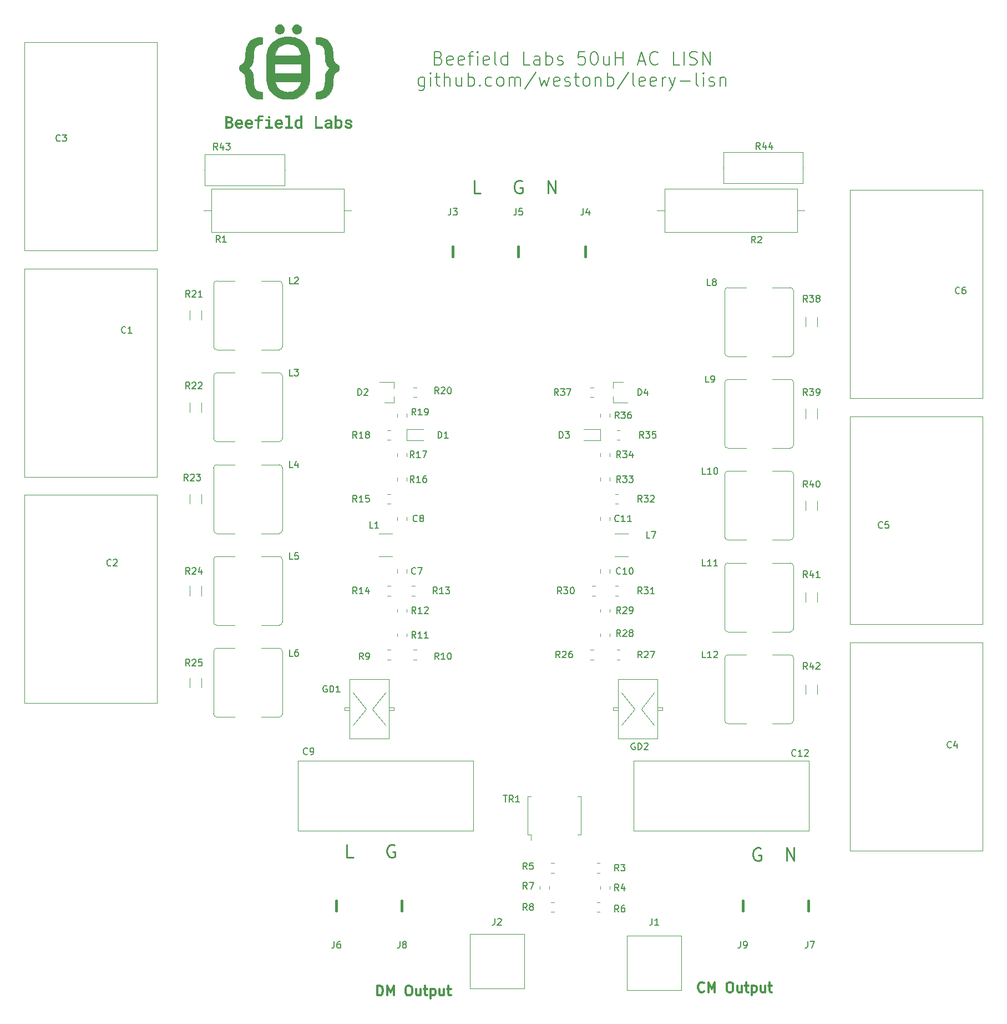
<source format=gbr>
%TF.GenerationSoftware,KiCad,Pcbnew,8.0.6*%
%TF.CreationDate,2024-12-10T22:17:20+01:00*%
%TF.ProjectId,lisn-pcb,6c69736e-2d70-4636-922e-6b696361645f,rev?*%
%TF.SameCoordinates,Original*%
%TF.FileFunction,Legend,Top*%
%TF.FilePolarity,Positive*%
%FSLAX46Y46*%
G04 Gerber Fmt 4.6, Leading zero omitted, Abs format (unit mm)*
G04 Created by KiCad (PCBNEW 8.0.6) date 2024-12-10 22:17:20*
%MOMM*%
%LPD*%
G01*
G04 APERTURE LIST*
%ADD10C,0.300000*%
%ADD11C,0.250000*%
%ADD12C,0.200000*%
%ADD13C,0.150000*%
%ADD14C,0.120000*%
%ADD15C,0.400000*%
%ADD16C,0.010000*%
G04 APERTURE END LIST*
D10*
X160749999Y-198678328D02*
X160749999Y-197178328D01*
X160749999Y-197178328D02*
X161107142Y-197178328D01*
X161107142Y-197178328D02*
X161321428Y-197249757D01*
X161321428Y-197249757D02*
X161464285Y-197392614D01*
X161464285Y-197392614D02*
X161535714Y-197535471D01*
X161535714Y-197535471D02*
X161607142Y-197821185D01*
X161607142Y-197821185D02*
X161607142Y-198035471D01*
X161607142Y-198035471D02*
X161535714Y-198321185D01*
X161535714Y-198321185D02*
X161464285Y-198464042D01*
X161464285Y-198464042D02*
X161321428Y-198606900D01*
X161321428Y-198606900D02*
X161107142Y-198678328D01*
X161107142Y-198678328D02*
X160749999Y-198678328D01*
X162249999Y-198678328D02*
X162249999Y-197178328D01*
X162249999Y-197178328D02*
X162749999Y-198249757D01*
X162749999Y-198249757D02*
X163249999Y-197178328D01*
X163249999Y-197178328D02*
X163249999Y-198678328D01*
X165392857Y-197178328D02*
X165678571Y-197178328D01*
X165678571Y-197178328D02*
X165821428Y-197249757D01*
X165821428Y-197249757D02*
X165964285Y-197392614D01*
X165964285Y-197392614D02*
X166035714Y-197678328D01*
X166035714Y-197678328D02*
X166035714Y-198178328D01*
X166035714Y-198178328D02*
X165964285Y-198464042D01*
X165964285Y-198464042D02*
X165821428Y-198606900D01*
X165821428Y-198606900D02*
X165678571Y-198678328D01*
X165678571Y-198678328D02*
X165392857Y-198678328D01*
X165392857Y-198678328D02*
X165250000Y-198606900D01*
X165250000Y-198606900D02*
X165107142Y-198464042D01*
X165107142Y-198464042D02*
X165035714Y-198178328D01*
X165035714Y-198178328D02*
X165035714Y-197678328D01*
X165035714Y-197678328D02*
X165107142Y-197392614D01*
X165107142Y-197392614D02*
X165250000Y-197249757D01*
X165250000Y-197249757D02*
X165392857Y-197178328D01*
X167321429Y-197678328D02*
X167321429Y-198678328D01*
X166678571Y-197678328D02*
X166678571Y-198464042D01*
X166678571Y-198464042D02*
X166750000Y-198606900D01*
X166750000Y-198606900D02*
X166892857Y-198678328D01*
X166892857Y-198678328D02*
X167107143Y-198678328D01*
X167107143Y-198678328D02*
X167250000Y-198606900D01*
X167250000Y-198606900D02*
X167321429Y-198535471D01*
X167821429Y-197678328D02*
X168392857Y-197678328D01*
X168035714Y-197178328D02*
X168035714Y-198464042D01*
X168035714Y-198464042D02*
X168107143Y-198606900D01*
X168107143Y-198606900D02*
X168250000Y-198678328D01*
X168250000Y-198678328D02*
X168392857Y-198678328D01*
X168892857Y-197678328D02*
X168892857Y-199178328D01*
X168892857Y-197749757D02*
X169035715Y-197678328D01*
X169035715Y-197678328D02*
X169321429Y-197678328D01*
X169321429Y-197678328D02*
X169464286Y-197749757D01*
X169464286Y-197749757D02*
X169535715Y-197821185D01*
X169535715Y-197821185D02*
X169607143Y-197964042D01*
X169607143Y-197964042D02*
X169607143Y-198392614D01*
X169607143Y-198392614D02*
X169535715Y-198535471D01*
X169535715Y-198535471D02*
X169464286Y-198606900D01*
X169464286Y-198606900D02*
X169321429Y-198678328D01*
X169321429Y-198678328D02*
X169035715Y-198678328D01*
X169035715Y-198678328D02*
X168892857Y-198606900D01*
X170892858Y-197678328D02*
X170892858Y-198678328D01*
X170250000Y-197678328D02*
X170250000Y-198464042D01*
X170250000Y-198464042D02*
X170321429Y-198606900D01*
X170321429Y-198606900D02*
X170464286Y-198678328D01*
X170464286Y-198678328D02*
X170678572Y-198678328D01*
X170678572Y-198678328D02*
X170821429Y-198606900D01*
X170821429Y-198606900D02*
X170892858Y-198535471D01*
X171392858Y-197678328D02*
X171964286Y-197678328D01*
X171607143Y-197178328D02*
X171607143Y-198464042D01*
X171607143Y-198464042D02*
X171678572Y-198606900D01*
X171678572Y-198606900D02*
X171821429Y-198678328D01*
X171821429Y-198678328D02*
X171964286Y-198678328D01*
D11*
X219202380Y-176257476D02*
X219011904Y-176162238D01*
X219011904Y-176162238D02*
X218726190Y-176162238D01*
X218726190Y-176162238D02*
X218440475Y-176257476D01*
X218440475Y-176257476D02*
X218249999Y-176447952D01*
X218249999Y-176447952D02*
X218154761Y-176638428D01*
X218154761Y-176638428D02*
X218059523Y-177019380D01*
X218059523Y-177019380D02*
X218059523Y-177305095D01*
X218059523Y-177305095D02*
X218154761Y-177686047D01*
X218154761Y-177686047D02*
X218249999Y-177876523D01*
X218249999Y-177876523D02*
X218440475Y-178067000D01*
X218440475Y-178067000D02*
X218726190Y-178162238D01*
X218726190Y-178162238D02*
X218916666Y-178162238D01*
X218916666Y-178162238D02*
X219202380Y-178067000D01*
X219202380Y-178067000D02*
X219297618Y-177971761D01*
X219297618Y-177971761D02*
X219297618Y-177305095D01*
X219297618Y-177305095D02*
X218916666Y-177305095D01*
X223202381Y-178162238D02*
X223202381Y-176162238D01*
X223202381Y-176162238D02*
X224345238Y-178162238D01*
X224345238Y-178162238D02*
X224345238Y-176162238D01*
X157071427Y-177662238D02*
X156119046Y-177662238D01*
X156119046Y-177662238D02*
X156119046Y-175662238D01*
X163357143Y-175757476D02*
X163166667Y-175662238D01*
X163166667Y-175662238D02*
X162880953Y-175662238D01*
X162880953Y-175662238D02*
X162595238Y-175757476D01*
X162595238Y-175757476D02*
X162404762Y-175947952D01*
X162404762Y-175947952D02*
X162309524Y-176138428D01*
X162309524Y-176138428D02*
X162214286Y-176519380D01*
X162214286Y-176519380D02*
X162214286Y-176805095D01*
X162214286Y-176805095D02*
X162309524Y-177186047D01*
X162309524Y-177186047D02*
X162404762Y-177376523D01*
X162404762Y-177376523D02*
X162595238Y-177567000D01*
X162595238Y-177567000D02*
X162880953Y-177662238D01*
X162880953Y-177662238D02*
X163071429Y-177662238D01*
X163071429Y-177662238D02*
X163357143Y-177567000D01*
X163357143Y-177567000D02*
X163452381Y-177471761D01*
X163452381Y-177471761D02*
X163452381Y-176805095D01*
X163452381Y-176805095D02*
X163071429Y-176805095D01*
D10*
X210607142Y-198035471D02*
X210535714Y-198106900D01*
X210535714Y-198106900D02*
X210321428Y-198178328D01*
X210321428Y-198178328D02*
X210178571Y-198178328D01*
X210178571Y-198178328D02*
X209964285Y-198106900D01*
X209964285Y-198106900D02*
X209821428Y-197964042D01*
X209821428Y-197964042D02*
X209749999Y-197821185D01*
X209749999Y-197821185D02*
X209678571Y-197535471D01*
X209678571Y-197535471D02*
X209678571Y-197321185D01*
X209678571Y-197321185D02*
X209749999Y-197035471D01*
X209749999Y-197035471D02*
X209821428Y-196892614D01*
X209821428Y-196892614D02*
X209964285Y-196749757D01*
X209964285Y-196749757D02*
X210178571Y-196678328D01*
X210178571Y-196678328D02*
X210321428Y-196678328D01*
X210321428Y-196678328D02*
X210535714Y-196749757D01*
X210535714Y-196749757D02*
X210607142Y-196821185D01*
X211249999Y-198178328D02*
X211249999Y-196678328D01*
X211249999Y-196678328D02*
X211749999Y-197749757D01*
X211749999Y-197749757D02*
X212249999Y-196678328D01*
X212249999Y-196678328D02*
X212249999Y-198178328D01*
X214392857Y-196678328D02*
X214678571Y-196678328D01*
X214678571Y-196678328D02*
X214821428Y-196749757D01*
X214821428Y-196749757D02*
X214964285Y-196892614D01*
X214964285Y-196892614D02*
X215035714Y-197178328D01*
X215035714Y-197178328D02*
X215035714Y-197678328D01*
X215035714Y-197678328D02*
X214964285Y-197964042D01*
X214964285Y-197964042D02*
X214821428Y-198106900D01*
X214821428Y-198106900D02*
X214678571Y-198178328D01*
X214678571Y-198178328D02*
X214392857Y-198178328D01*
X214392857Y-198178328D02*
X214250000Y-198106900D01*
X214250000Y-198106900D02*
X214107142Y-197964042D01*
X214107142Y-197964042D02*
X214035714Y-197678328D01*
X214035714Y-197678328D02*
X214035714Y-197178328D01*
X214035714Y-197178328D02*
X214107142Y-196892614D01*
X214107142Y-196892614D02*
X214250000Y-196749757D01*
X214250000Y-196749757D02*
X214392857Y-196678328D01*
X216321429Y-197178328D02*
X216321429Y-198178328D01*
X215678571Y-197178328D02*
X215678571Y-197964042D01*
X215678571Y-197964042D02*
X215750000Y-198106900D01*
X215750000Y-198106900D02*
X215892857Y-198178328D01*
X215892857Y-198178328D02*
X216107143Y-198178328D01*
X216107143Y-198178328D02*
X216250000Y-198106900D01*
X216250000Y-198106900D02*
X216321429Y-198035471D01*
X216821429Y-197178328D02*
X217392857Y-197178328D01*
X217035714Y-196678328D02*
X217035714Y-197964042D01*
X217035714Y-197964042D02*
X217107143Y-198106900D01*
X217107143Y-198106900D02*
X217250000Y-198178328D01*
X217250000Y-198178328D02*
X217392857Y-198178328D01*
X217892857Y-197178328D02*
X217892857Y-198678328D01*
X217892857Y-197249757D02*
X218035715Y-197178328D01*
X218035715Y-197178328D02*
X218321429Y-197178328D01*
X218321429Y-197178328D02*
X218464286Y-197249757D01*
X218464286Y-197249757D02*
X218535715Y-197321185D01*
X218535715Y-197321185D02*
X218607143Y-197464042D01*
X218607143Y-197464042D02*
X218607143Y-197892614D01*
X218607143Y-197892614D02*
X218535715Y-198035471D01*
X218535715Y-198035471D02*
X218464286Y-198106900D01*
X218464286Y-198106900D02*
X218321429Y-198178328D01*
X218321429Y-198178328D02*
X218035715Y-198178328D01*
X218035715Y-198178328D02*
X217892857Y-198106900D01*
X219892858Y-197178328D02*
X219892858Y-198178328D01*
X219250000Y-197178328D02*
X219250000Y-197964042D01*
X219250000Y-197964042D02*
X219321429Y-198106900D01*
X219321429Y-198106900D02*
X219464286Y-198178328D01*
X219464286Y-198178328D02*
X219678572Y-198178328D01*
X219678572Y-198178328D02*
X219821429Y-198106900D01*
X219821429Y-198106900D02*
X219892858Y-198035471D01*
X220392858Y-197178328D02*
X220964286Y-197178328D01*
X220607143Y-196678328D02*
X220607143Y-197964042D01*
X220607143Y-197964042D02*
X220678572Y-198106900D01*
X220678572Y-198106900D02*
X220821429Y-198178328D01*
X220821429Y-198178328D02*
X220964286Y-198178328D01*
D12*
X170119045Y-55757275D02*
X170404759Y-55852513D01*
X170404759Y-55852513D02*
X170499997Y-55947751D01*
X170499997Y-55947751D02*
X170595235Y-56138227D01*
X170595235Y-56138227D02*
X170595235Y-56423941D01*
X170595235Y-56423941D02*
X170499997Y-56614417D01*
X170499997Y-56614417D02*
X170404759Y-56709656D01*
X170404759Y-56709656D02*
X170214283Y-56804894D01*
X170214283Y-56804894D02*
X169452378Y-56804894D01*
X169452378Y-56804894D02*
X169452378Y-54804894D01*
X169452378Y-54804894D02*
X170119045Y-54804894D01*
X170119045Y-54804894D02*
X170309521Y-54900132D01*
X170309521Y-54900132D02*
X170404759Y-54995370D01*
X170404759Y-54995370D02*
X170499997Y-55185846D01*
X170499997Y-55185846D02*
X170499997Y-55376322D01*
X170499997Y-55376322D02*
X170404759Y-55566798D01*
X170404759Y-55566798D02*
X170309521Y-55662036D01*
X170309521Y-55662036D02*
X170119045Y-55757275D01*
X170119045Y-55757275D02*
X169452378Y-55757275D01*
X172214283Y-56709656D02*
X172023807Y-56804894D01*
X172023807Y-56804894D02*
X171642854Y-56804894D01*
X171642854Y-56804894D02*
X171452378Y-56709656D01*
X171452378Y-56709656D02*
X171357140Y-56519179D01*
X171357140Y-56519179D02*
X171357140Y-55757275D01*
X171357140Y-55757275D02*
X171452378Y-55566798D01*
X171452378Y-55566798D02*
X171642854Y-55471560D01*
X171642854Y-55471560D02*
X172023807Y-55471560D01*
X172023807Y-55471560D02*
X172214283Y-55566798D01*
X172214283Y-55566798D02*
X172309521Y-55757275D01*
X172309521Y-55757275D02*
X172309521Y-55947751D01*
X172309521Y-55947751D02*
X171357140Y-56138227D01*
X173928569Y-56709656D02*
X173738093Y-56804894D01*
X173738093Y-56804894D02*
X173357140Y-56804894D01*
X173357140Y-56804894D02*
X173166664Y-56709656D01*
X173166664Y-56709656D02*
X173071426Y-56519179D01*
X173071426Y-56519179D02*
X173071426Y-55757275D01*
X173071426Y-55757275D02*
X173166664Y-55566798D01*
X173166664Y-55566798D02*
X173357140Y-55471560D01*
X173357140Y-55471560D02*
X173738093Y-55471560D01*
X173738093Y-55471560D02*
X173928569Y-55566798D01*
X173928569Y-55566798D02*
X174023807Y-55757275D01*
X174023807Y-55757275D02*
X174023807Y-55947751D01*
X174023807Y-55947751D02*
X173071426Y-56138227D01*
X174595236Y-55471560D02*
X175357140Y-55471560D01*
X174880950Y-56804894D02*
X174880950Y-55090608D01*
X174880950Y-55090608D02*
X174976188Y-54900132D01*
X174976188Y-54900132D02*
X175166664Y-54804894D01*
X175166664Y-54804894D02*
X175357140Y-54804894D01*
X176023807Y-56804894D02*
X176023807Y-55471560D01*
X176023807Y-54804894D02*
X175928569Y-54900132D01*
X175928569Y-54900132D02*
X176023807Y-54995370D01*
X176023807Y-54995370D02*
X176119045Y-54900132D01*
X176119045Y-54900132D02*
X176023807Y-54804894D01*
X176023807Y-54804894D02*
X176023807Y-54995370D01*
X177738093Y-56709656D02*
X177547617Y-56804894D01*
X177547617Y-56804894D02*
X177166664Y-56804894D01*
X177166664Y-56804894D02*
X176976188Y-56709656D01*
X176976188Y-56709656D02*
X176880950Y-56519179D01*
X176880950Y-56519179D02*
X176880950Y-55757275D01*
X176880950Y-55757275D02*
X176976188Y-55566798D01*
X176976188Y-55566798D02*
X177166664Y-55471560D01*
X177166664Y-55471560D02*
X177547617Y-55471560D01*
X177547617Y-55471560D02*
X177738093Y-55566798D01*
X177738093Y-55566798D02*
X177833331Y-55757275D01*
X177833331Y-55757275D02*
X177833331Y-55947751D01*
X177833331Y-55947751D02*
X176880950Y-56138227D01*
X178976188Y-56804894D02*
X178785712Y-56709656D01*
X178785712Y-56709656D02*
X178690474Y-56519179D01*
X178690474Y-56519179D02*
X178690474Y-54804894D01*
X180595236Y-56804894D02*
X180595236Y-54804894D01*
X180595236Y-56709656D02*
X180404760Y-56804894D01*
X180404760Y-56804894D02*
X180023807Y-56804894D01*
X180023807Y-56804894D02*
X179833331Y-56709656D01*
X179833331Y-56709656D02*
X179738093Y-56614417D01*
X179738093Y-56614417D02*
X179642855Y-56423941D01*
X179642855Y-56423941D02*
X179642855Y-55852513D01*
X179642855Y-55852513D02*
X179738093Y-55662036D01*
X179738093Y-55662036D02*
X179833331Y-55566798D01*
X179833331Y-55566798D02*
X180023807Y-55471560D01*
X180023807Y-55471560D02*
X180404760Y-55471560D01*
X180404760Y-55471560D02*
X180595236Y-55566798D01*
X184023808Y-56804894D02*
X183071427Y-56804894D01*
X183071427Y-56804894D02*
X183071427Y-54804894D01*
X185547618Y-56804894D02*
X185547618Y-55757275D01*
X185547618Y-55757275D02*
X185452380Y-55566798D01*
X185452380Y-55566798D02*
X185261904Y-55471560D01*
X185261904Y-55471560D02*
X184880951Y-55471560D01*
X184880951Y-55471560D02*
X184690475Y-55566798D01*
X185547618Y-56709656D02*
X185357142Y-56804894D01*
X185357142Y-56804894D02*
X184880951Y-56804894D01*
X184880951Y-56804894D02*
X184690475Y-56709656D01*
X184690475Y-56709656D02*
X184595237Y-56519179D01*
X184595237Y-56519179D02*
X184595237Y-56328703D01*
X184595237Y-56328703D02*
X184690475Y-56138227D01*
X184690475Y-56138227D02*
X184880951Y-56042989D01*
X184880951Y-56042989D02*
X185357142Y-56042989D01*
X185357142Y-56042989D02*
X185547618Y-55947751D01*
X186499999Y-56804894D02*
X186499999Y-54804894D01*
X186499999Y-55566798D02*
X186690475Y-55471560D01*
X186690475Y-55471560D02*
X187071428Y-55471560D01*
X187071428Y-55471560D02*
X187261904Y-55566798D01*
X187261904Y-55566798D02*
X187357142Y-55662036D01*
X187357142Y-55662036D02*
X187452380Y-55852513D01*
X187452380Y-55852513D02*
X187452380Y-56423941D01*
X187452380Y-56423941D02*
X187357142Y-56614417D01*
X187357142Y-56614417D02*
X187261904Y-56709656D01*
X187261904Y-56709656D02*
X187071428Y-56804894D01*
X187071428Y-56804894D02*
X186690475Y-56804894D01*
X186690475Y-56804894D02*
X186499999Y-56709656D01*
X188214285Y-56709656D02*
X188404761Y-56804894D01*
X188404761Y-56804894D02*
X188785713Y-56804894D01*
X188785713Y-56804894D02*
X188976190Y-56709656D01*
X188976190Y-56709656D02*
X189071428Y-56519179D01*
X189071428Y-56519179D02*
X189071428Y-56423941D01*
X189071428Y-56423941D02*
X188976190Y-56233465D01*
X188976190Y-56233465D02*
X188785713Y-56138227D01*
X188785713Y-56138227D02*
X188499999Y-56138227D01*
X188499999Y-56138227D02*
X188309523Y-56042989D01*
X188309523Y-56042989D02*
X188214285Y-55852513D01*
X188214285Y-55852513D02*
X188214285Y-55757275D01*
X188214285Y-55757275D02*
X188309523Y-55566798D01*
X188309523Y-55566798D02*
X188499999Y-55471560D01*
X188499999Y-55471560D02*
X188785713Y-55471560D01*
X188785713Y-55471560D02*
X188976190Y-55566798D01*
X192404762Y-54804894D02*
X191452381Y-54804894D01*
X191452381Y-54804894D02*
X191357143Y-55757275D01*
X191357143Y-55757275D02*
X191452381Y-55662036D01*
X191452381Y-55662036D02*
X191642857Y-55566798D01*
X191642857Y-55566798D02*
X192119048Y-55566798D01*
X192119048Y-55566798D02*
X192309524Y-55662036D01*
X192309524Y-55662036D02*
X192404762Y-55757275D01*
X192404762Y-55757275D02*
X192500000Y-55947751D01*
X192500000Y-55947751D02*
X192500000Y-56423941D01*
X192500000Y-56423941D02*
X192404762Y-56614417D01*
X192404762Y-56614417D02*
X192309524Y-56709656D01*
X192309524Y-56709656D02*
X192119048Y-56804894D01*
X192119048Y-56804894D02*
X191642857Y-56804894D01*
X191642857Y-56804894D02*
X191452381Y-56709656D01*
X191452381Y-56709656D02*
X191357143Y-56614417D01*
X193738095Y-54804894D02*
X193928572Y-54804894D01*
X193928572Y-54804894D02*
X194119048Y-54900132D01*
X194119048Y-54900132D02*
X194214286Y-54995370D01*
X194214286Y-54995370D02*
X194309524Y-55185846D01*
X194309524Y-55185846D02*
X194404762Y-55566798D01*
X194404762Y-55566798D02*
X194404762Y-56042989D01*
X194404762Y-56042989D02*
X194309524Y-56423941D01*
X194309524Y-56423941D02*
X194214286Y-56614417D01*
X194214286Y-56614417D02*
X194119048Y-56709656D01*
X194119048Y-56709656D02*
X193928572Y-56804894D01*
X193928572Y-56804894D02*
X193738095Y-56804894D01*
X193738095Y-56804894D02*
X193547619Y-56709656D01*
X193547619Y-56709656D02*
X193452381Y-56614417D01*
X193452381Y-56614417D02*
X193357143Y-56423941D01*
X193357143Y-56423941D02*
X193261905Y-56042989D01*
X193261905Y-56042989D02*
X193261905Y-55566798D01*
X193261905Y-55566798D02*
X193357143Y-55185846D01*
X193357143Y-55185846D02*
X193452381Y-54995370D01*
X193452381Y-54995370D02*
X193547619Y-54900132D01*
X193547619Y-54900132D02*
X193738095Y-54804894D01*
X196119048Y-55471560D02*
X196119048Y-56804894D01*
X195261905Y-55471560D02*
X195261905Y-56519179D01*
X195261905Y-56519179D02*
X195357143Y-56709656D01*
X195357143Y-56709656D02*
X195547619Y-56804894D01*
X195547619Y-56804894D02*
X195833334Y-56804894D01*
X195833334Y-56804894D02*
X196023810Y-56709656D01*
X196023810Y-56709656D02*
X196119048Y-56614417D01*
X197071429Y-56804894D02*
X197071429Y-54804894D01*
X197071429Y-55757275D02*
X198214286Y-55757275D01*
X198214286Y-56804894D02*
X198214286Y-54804894D01*
X200595239Y-56233465D02*
X201547620Y-56233465D01*
X200404763Y-56804894D02*
X201071429Y-54804894D01*
X201071429Y-54804894D02*
X201738096Y-56804894D01*
X203547620Y-56614417D02*
X203452382Y-56709656D01*
X203452382Y-56709656D02*
X203166668Y-56804894D01*
X203166668Y-56804894D02*
X202976192Y-56804894D01*
X202976192Y-56804894D02*
X202690477Y-56709656D01*
X202690477Y-56709656D02*
X202500001Y-56519179D01*
X202500001Y-56519179D02*
X202404763Y-56328703D01*
X202404763Y-56328703D02*
X202309525Y-55947751D01*
X202309525Y-55947751D02*
X202309525Y-55662036D01*
X202309525Y-55662036D02*
X202404763Y-55281084D01*
X202404763Y-55281084D02*
X202500001Y-55090608D01*
X202500001Y-55090608D02*
X202690477Y-54900132D01*
X202690477Y-54900132D02*
X202976192Y-54804894D01*
X202976192Y-54804894D02*
X203166668Y-54804894D01*
X203166668Y-54804894D02*
X203452382Y-54900132D01*
X203452382Y-54900132D02*
X203547620Y-54995370D01*
X206880954Y-56804894D02*
X205928573Y-56804894D01*
X205928573Y-56804894D02*
X205928573Y-54804894D01*
X207547621Y-56804894D02*
X207547621Y-54804894D01*
X208404764Y-56709656D02*
X208690478Y-56804894D01*
X208690478Y-56804894D02*
X209166669Y-56804894D01*
X209166669Y-56804894D02*
X209357145Y-56709656D01*
X209357145Y-56709656D02*
X209452383Y-56614417D01*
X209452383Y-56614417D02*
X209547621Y-56423941D01*
X209547621Y-56423941D02*
X209547621Y-56233465D01*
X209547621Y-56233465D02*
X209452383Y-56042989D01*
X209452383Y-56042989D02*
X209357145Y-55947751D01*
X209357145Y-55947751D02*
X209166669Y-55852513D01*
X209166669Y-55852513D02*
X208785716Y-55757275D01*
X208785716Y-55757275D02*
X208595240Y-55662036D01*
X208595240Y-55662036D02*
X208500002Y-55566798D01*
X208500002Y-55566798D02*
X208404764Y-55376322D01*
X208404764Y-55376322D02*
X208404764Y-55185846D01*
X208404764Y-55185846D02*
X208500002Y-54995370D01*
X208500002Y-54995370D02*
X208595240Y-54900132D01*
X208595240Y-54900132D02*
X208785716Y-54804894D01*
X208785716Y-54804894D02*
X209261907Y-54804894D01*
X209261907Y-54804894D02*
X209547621Y-54900132D01*
X210404764Y-56804894D02*
X210404764Y-54804894D01*
X210404764Y-54804894D02*
X211547621Y-56804894D01*
X211547621Y-56804894D02*
X211547621Y-54804894D01*
X167928570Y-58691448D02*
X167928570Y-60310496D01*
X167928570Y-60310496D02*
X167833332Y-60500972D01*
X167833332Y-60500972D02*
X167738094Y-60596210D01*
X167738094Y-60596210D02*
X167547617Y-60691448D01*
X167547617Y-60691448D02*
X167261903Y-60691448D01*
X167261903Y-60691448D02*
X167071427Y-60596210D01*
X167928570Y-59929544D02*
X167738094Y-60024782D01*
X167738094Y-60024782D02*
X167357141Y-60024782D01*
X167357141Y-60024782D02*
X167166665Y-59929544D01*
X167166665Y-59929544D02*
X167071427Y-59834305D01*
X167071427Y-59834305D02*
X166976189Y-59643829D01*
X166976189Y-59643829D02*
X166976189Y-59072401D01*
X166976189Y-59072401D02*
X167071427Y-58881924D01*
X167071427Y-58881924D02*
X167166665Y-58786686D01*
X167166665Y-58786686D02*
X167357141Y-58691448D01*
X167357141Y-58691448D02*
X167738094Y-58691448D01*
X167738094Y-58691448D02*
X167928570Y-58786686D01*
X168880951Y-60024782D02*
X168880951Y-58691448D01*
X168880951Y-58024782D02*
X168785713Y-58120020D01*
X168785713Y-58120020D02*
X168880951Y-58215258D01*
X168880951Y-58215258D02*
X168976189Y-58120020D01*
X168976189Y-58120020D02*
X168880951Y-58024782D01*
X168880951Y-58024782D02*
X168880951Y-58215258D01*
X169547618Y-58691448D02*
X170309522Y-58691448D01*
X169833332Y-58024782D02*
X169833332Y-59739067D01*
X169833332Y-59739067D02*
X169928570Y-59929544D01*
X169928570Y-59929544D02*
X170119046Y-60024782D01*
X170119046Y-60024782D02*
X170309522Y-60024782D01*
X170976189Y-60024782D02*
X170976189Y-58024782D01*
X171833332Y-60024782D02*
X171833332Y-58977163D01*
X171833332Y-58977163D02*
X171738094Y-58786686D01*
X171738094Y-58786686D02*
X171547618Y-58691448D01*
X171547618Y-58691448D02*
X171261903Y-58691448D01*
X171261903Y-58691448D02*
X171071427Y-58786686D01*
X171071427Y-58786686D02*
X170976189Y-58881924D01*
X173642856Y-58691448D02*
X173642856Y-60024782D01*
X172785713Y-58691448D02*
X172785713Y-59739067D01*
X172785713Y-59739067D02*
X172880951Y-59929544D01*
X172880951Y-59929544D02*
X173071427Y-60024782D01*
X173071427Y-60024782D02*
X173357142Y-60024782D01*
X173357142Y-60024782D02*
X173547618Y-59929544D01*
X173547618Y-59929544D02*
X173642856Y-59834305D01*
X174595237Y-60024782D02*
X174595237Y-58024782D01*
X174595237Y-58786686D02*
X174785713Y-58691448D01*
X174785713Y-58691448D02*
X175166666Y-58691448D01*
X175166666Y-58691448D02*
X175357142Y-58786686D01*
X175357142Y-58786686D02*
X175452380Y-58881924D01*
X175452380Y-58881924D02*
X175547618Y-59072401D01*
X175547618Y-59072401D02*
X175547618Y-59643829D01*
X175547618Y-59643829D02*
X175452380Y-59834305D01*
X175452380Y-59834305D02*
X175357142Y-59929544D01*
X175357142Y-59929544D02*
X175166666Y-60024782D01*
X175166666Y-60024782D02*
X174785713Y-60024782D01*
X174785713Y-60024782D02*
X174595237Y-59929544D01*
X176404761Y-59834305D02*
X176499999Y-59929544D01*
X176499999Y-59929544D02*
X176404761Y-60024782D01*
X176404761Y-60024782D02*
X176309523Y-59929544D01*
X176309523Y-59929544D02*
X176404761Y-59834305D01*
X176404761Y-59834305D02*
X176404761Y-60024782D01*
X178214285Y-59929544D02*
X178023809Y-60024782D01*
X178023809Y-60024782D02*
X177642856Y-60024782D01*
X177642856Y-60024782D02*
X177452380Y-59929544D01*
X177452380Y-59929544D02*
X177357142Y-59834305D01*
X177357142Y-59834305D02*
X177261904Y-59643829D01*
X177261904Y-59643829D02*
X177261904Y-59072401D01*
X177261904Y-59072401D02*
X177357142Y-58881924D01*
X177357142Y-58881924D02*
X177452380Y-58786686D01*
X177452380Y-58786686D02*
X177642856Y-58691448D01*
X177642856Y-58691448D02*
X178023809Y-58691448D01*
X178023809Y-58691448D02*
X178214285Y-58786686D01*
X179357142Y-60024782D02*
X179166666Y-59929544D01*
X179166666Y-59929544D02*
X179071428Y-59834305D01*
X179071428Y-59834305D02*
X178976190Y-59643829D01*
X178976190Y-59643829D02*
X178976190Y-59072401D01*
X178976190Y-59072401D02*
X179071428Y-58881924D01*
X179071428Y-58881924D02*
X179166666Y-58786686D01*
X179166666Y-58786686D02*
X179357142Y-58691448D01*
X179357142Y-58691448D02*
X179642857Y-58691448D01*
X179642857Y-58691448D02*
X179833333Y-58786686D01*
X179833333Y-58786686D02*
X179928571Y-58881924D01*
X179928571Y-58881924D02*
X180023809Y-59072401D01*
X180023809Y-59072401D02*
X180023809Y-59643829D01*
X180023809Y-59643829D02*
X179928571Y-59834305D01*
X179928571Y-59834305D02*
X179833333Y-59929544D01*
X179833333Y-59929544D02*
X179642857Y-60024782D01*
X179642857Y-60024782D02*
X179357142Y-60024782D01*
X180880952Y-60024782D02*
X180880952Y-58691448D01*
X180880952Y-58881924D02*
X180976190Y-58786686D01*
X180976190Y-58786686D02*
X181166666Y-58691448D01*
X181166666Y-58691448D02*
X181452381Y-58691448D01*
X181452381Y-58691448D02*
X181642857Y-58786686D01*
X181642857Y-58786686D02*
X181738095Y-58977163D01*
X181738095Y-58977163D02*
X181738095Y-60024782D01*
X181738095Y-58977163D02*
X181833333Y-58786686D01*
X181833333Y-58786686D02*
X182023809Y-58691448D01*
X182023809Y-58691448D02*
X182309523Y-58691448D01*
X182309523Y-58691448D02*
X182500000Y-58786686D01*
X182500000Y-58786686D02*
X182595238Y-58977163D01*
X182595238Y-58977163D02*
X182595238Y-60024782D01*
X184976190Y-57929544D02*
X183261905Y-60500972D01*
X185452381Y-58691448D02*
X185833333Y-60024782D01*
X185833333Y-60024782D02*
X186214286Y-59072401D01*
X186214286Y-59072401D02*
X186595238Y-60024782D01*
X186595238Y-60024782D02*
X186976190Y-58691448D01*
X188500000Y-59929544D02*
X188309524Y-60024782D01*
X188309524Y-60024782D02*
X187928571Y-60024782D01*
X187928571Y-60024782D02*
X187738095Y-59929544D01*
X187738095Y-59929544D02*
X187642857Y-59739067D01*
X187642857Y-59739067D02*
X187642857Y-58977163D01*
X187642857Y-58977163D02*
X187738095Y-58786686D01*
X187738095Y-58786686D02*
X187928571Y-58691448D01*
X187928571Y-58691448D02*
X188309524Y-58691448D01*
X188309524Y-58691448D02*
X188500000Y-58786686D01*
X188500000Y-58786686D02*
X188595238Y-58977163D01*
X188595238Y-58977163D02*
X188595238Y-59167639D01*
X188595238Y-59167639D02*
X187642857Y-59358115D01*
X189357143Y-59929544D02*
X189547619Y-60024782D01*
X189547619Y-60024782D02*
X189928571Y-60024782D01*
X189928571Y-60024782D02*
X190119048Y-59929544D01*
X190119048Y-59929544D02*
X190214286Y-59739067D01*
X190214286Y-59739067D02*
X190214286Y-59643829D01*
X190214286Y-59643829D02*
X190119048Y-59453353D01*
X190119048Y-59453353D02*
X189928571Y-59358115D01*
X189928571Y-59358115D02*
X189642857Y-59358115D01*
X189642857Y-59358115D02*
X189452381Y-59262877D01*
X189452381Y-59262877D02*
X189357143Y-59072401D01*
X189357143Y-59072401D02*
X189357143Y-58977163D01*
X189357143Y-58977163D02*
X189452381Y-58786686D01*
X189452381Y-58786686D02*
X189642857Y-58691448D01*
X189642857Y-58691448D02*
X189928571Y-58691448D01*
X189928571Y-58691448D02*
X190119048Y-58786686D01*
X190785715Y-58691448D02*
X191547619Y-58691448D01*
X191071429Y-58024782D02*
X191071429Y-59739067D01*
X191071429Y-59739067D02*
X191166667Y-59929544D01*
X191166667Y-59929544D02*
X191357143Y-60024782D01*
X191357143Y-60024782D02*
X191547619Y-60024782D01*
X192500000Y-60024782D02*
X192309524Y-59929544D01*
X192309524Y-59929544D02*
X192214286Y-59834305D01*
X192214286Y-59834305D02*
X192119048Y-59643829D01*
X192119048Y-59643829D02*
X192119048Y-59072401D01*
X192119048Y-59072401D02*
X192214286Y-58881924D01*
X192214286Y-58881924D02*
X192309524Y-58786686D01*
X192309524Y-58786686D02*
X192500000Y-58691448D01*
X192500000Y-58691448D02*
X192785715Y-58691448D01*
X192785715Y-58691448D02*
X192976191Y-58786686D01*
X192976191Y-58786686D02*
X193071429Y-58881924D01*
X193071429Y-58881924D02*
X193166667Y-59072401D01*
X193166667Y-59072401D02*
X193166667Y-59643829D01*
X193166667Y-59643829D02*
X193071429Y-59834305D01*
X193071429Y-59834305D02*
X192976191Y-59929544D01*
X192976191Y-59929544D02*
X192785715Y-60024782D01*
X192785715Y-60024782D02*
X192500000Y-60024782D01*
X194023810Y-58691448D02*
X194023810Y-60024782D01*
X194023810Y-58881924D02*
X194119048Y-58786686D01*
X194119048Y-58786686D02*
X194309524Y-58691448D01*
X194309524Y-58691448D02*
X194595239Y-58691448D01*
X194595239Y-58691448D02*
X194785715Y-58786686D01*
X194785715Y-58786686D02*
X194880953Y-58977163D01*
X194880953Y-58977163D02*
X194880953Y-60024782D01*
X195833334Y-60024782D02*
X195833334Y-58024782D01*
X195833334Y-58786686D02*
X196023810Y-58691448D01*
X196023810Y-58691448D02*
X196404763Y-58691448D01*
X196404763Y-58691448D02*
X196595239Y-58786686D01*
X196595239Y-58786686D02*
X196690477Y-58881924D01*
X196690477Y-58881924D02*
X196785715Y-59072401D01*
X196785715Y-59072401D02*
X196785715Y-59643829D01*
X196785715Y-59643829D02*
X196690477Y-59834305D01*
X196690477Y-59834305D02*
X196595239Y-59929544D01*
X196595239Y-59929544D02*
X196404763Y-60024782D01*
X196404763Y-60024782D02*
X196023810Y-60024782D01*
X196023810Y-60024782D02*
X195833334Y-59929544D01*
X199071429Y-57929544D02*
X197357144Y-60500972D01*
X200023810Y-60024782D02*
X199833334Y-59929544D01*
X199833334Y-59929544D02*
X199738096Y-59739067D01*
X199738096Y-59739067D02*
X199738096Y-58024782D01*
X201547620Y-59929544D02*
X201357144Y-60024782D01*
X201357144Y-60024782D02*
X200976191Y-60024782D01*
X200976191Y-60024782D02*
X200785715Y-59929544D01*
X200785715Y-59929544D02*
X200690477Y-59739067D01*
X200690477Y-59739067D02*
X200690477Y-58977163D01*
X200690477Y-58977163D02*
X200785715Y-58786686D01*
X200785715Y-58786686D02*
X200976191Y-58691448D01*
X200976191Y-58691448D02*
X201357144Y-58691448D01*
X201357144Y-58691448D02*
X201547620Y-58786686D01*
X201547620Y-58786686D02*
X201642858Y-58977163D01*
X201642858Y-58977163D02*
X201642858Y-59167639D01*
X201642858Y-59167639D02*
X200690477Y-59358115D01*
X203261906Y-59929544D02*
X203071430Y-60024782D01*
X203071430Y-60024782D02*
X202690477Y-60024782D01*
X202690477Y-60024782D02*
X202500001Y-59929544D01*
X202500001Y-59929544D02*
X202404763Y-59739067D01*
X202404763Y-59739067D02*
X202404763Y-58977163D01*
X202404763Y-58977163D02*
X202500001Y-58786686D01*
X202500001Y-58786686D02*
X202690477Y-58691448D01*
X202690477Y-58691448D02*
X203071430Y-58691448D01*
X203071430Y-58691448D02*
X203261906Y-58786686D01*
X203261906Y-58786686D02*
X203357144Y-58977163D01*
X203357144Y-58977163D02*
X203357144Y-59167639D01*
X203357144Y-59167639D02*
X202404763Y-59358115D01*
X204214287Y-60024782D02*
X204214287Y-58691448D01*
X204214287Y-59072401D02*
X204309525Y-58881924D01*
X204309525Y-58881924D02*
X204404763Y-58786686D01*
X204404763Y-58786686D02*
X204595239Y-58691448D01*
X204595239Y-58691448D02*
X204785716Y-58691448D01*
X205261906Y-58691448D02*
X205738096Y-60024782D01*
X206214287Y-58691448D02*
X205738096Y-60024782D01*
X205738096Y-60024782D02*
X205547620Y-60500972D01*
X205547620Y-60500972D02*
X205452382Y-60596210D01*
X205452382Y-60596210D02*
X205261906Y-60691448D01*
X206976192Y-59262877D02*
X208500002Y-59262877D01*
X209738096Y-60024782D02*
X209547620Y-59929544D01*
X209547620Y-59929544D02*
X209452382Y-59739067D01*
X209452382Y-59739067D02*
X209452382Y-58024782D01*
X210500001Y-60024782D02*
X210500001Y-58691448D01*
X210500001Y-58024782D02*
X210404763Y-58120020D01*
X210404763Y-58120020D02*
X210500001Y-58215258D01*
X210500001Y-58215258D02*
X210595239Y-58120020D01*
X210595239Y-58120020D02*
X210500001Y-58024782D01*
X210500001Y-58024782D02*
X210500001Y-58215258D01*
X211357144Y-59929544D02*
X211547620Y-60024782D01*
X211547620Y-60024782D02*
X211928572Y-60024782D01*
X211928572Y-60024782D02*
X212119049Y-59929544D01*
X212119049Y-59929544D02*
X212214287Y-59739067D01*
X212214287Y-59739067D02*
X212214287Y-59643829D01*
X212214287Y-59643829D02*
X212119049Y-59453353D01*
X212119049Y-59453353D02*
X211928572Y-59358115D01*
X211928572Y-59358115D02*
X211642858Y-59358115D01*
X211642858Y-59358115D02*
X211452382Y-59262877D01*
X211452382Y-59262877D02*
X211357144Y-59072401D01*
X211357144Y-59072401D02*
X211357144Y-58977163D01*
X211357144Y-58977163D02*
X211452382Y-58786686D01*
X211452382Y-58786686D02*
X211642858Y-58691448D01*
X211642858Y-58691448D02*
X211928572Y-58691448D01*
X211928572Y-58691448D02*
X212119049Y-58786686D01*
X213071430Y-58691448D02*
X213071430Y-60024782D01*
X213071430Y-58881924D02*
X213166668Y-58786686D01*
X213166668Y-58786686D02*
X213357144Y-58691448D01*
X213357144Y-58691448D02*
X213642859Y-58691448D01*
X213642859Y-58691448D02*
X213833335Y-58786686D01*
X213833335Y-58786686D02*
X213928573Y-58977163D01*
X213928573Y-58977163D02*
X213928573Y-60024782D01*
D11*
X176511903Y-76412238D02*
X175559522Y-76412238D01*
X175559522Y-76412238D02*
X175559522Y-74412238D01*
X182797619Y-74507476D02*
X182607143Y-74412238D01*
X182607143Y-74412238D02*
X182321429Y-74412238D01*
X182321429Y-74412238D02*
X182035714Y-74507476D01*
X182035714Y-74507476D02*
X181845238Y-74697952D01*
X181845238Y-74697952D02*
X181750000Y-74888428D01*
X181750000Y-74888428D02*
X181654762Y-75269380D01*
X181654762Y-75269380D02*
X181654762Y-75555095D01*
X181654762Y-75555095D02*
X181750000Y-75936047D01*
X181750000Y-75936047D02*
X181845238Y-76126523D01*
X181845238Y-76126523D02*
X182035714Y-76317000D01*
X182035714Y-76317000D02*
X182321429Y-76412238D01*
X182321429Y-76412238D02*
X182511905Y-76412238D01*
X182511905Y-76412238D02*
X182797619Y-76317000D01*
X182797619Y-76317000D02*
X182892857Y-76221761D01*
X182892857Y-76221761D02*
X182892857Y-75555095D01*
X182892857Y-75555095D02*
X182511905Y-75555095D01*
X186797620Y-76412238D02*
X186797620Y-74412238D01*
X186797620Y-74412238D02*
X187940477Y-76412238D01*
X187940477Y-76412238D02*
X187940477Y-74412238D01*
D13*
X219157142Y-69654819D02*
X218823809Y-69178628D01*
X218585714Y-69654819D02*
X218585714Y-68654819D01*
X218585714Y-68654819D02*
X218966666Y-68654819D01*
X218966666Y-68654819D02*
X219061904Y-68702438D01*
X219061904Y-68702438D02*
X219109523Y-68750057D01*
X219109523Y-68750057D02*
X219157142Y-68845295D01*
X219157142Y-68845295D02*
X219157142Y-68988152D01*
X219157142Y-68988152D02*
X219109523Y-69083390D01*
X219109523Y-69083390D02*
X219061904Y-69131009D01*
X219061904Y-69131009D02*
X218966666Y-69178628D01*
X218966666Y-69178628D02*
X218585714Y-69178628D01*
X220014285Y-68988152D02*
X220014285Y-69654819D01*
X219776190Y-68607200D02*
X219538095Y-69321485D01*
X219538095Y-69321485D02*
X220157142Y-69321485D01*
X220966666Y-68988152D02*
X220966666Y-69654819D01*
X220728571Y-68607200D02*
X220490476Y-69321485D01*
X220490476Y-69321485D02*
X221109523Y-69321485D01*
X122333333Y-97609580D02*
X122285714Y-97657200D01*
X122285714Y-97657200D02*
X122142857Y-97704819D01*
X122142857Y-97704819D02*
X122047619Y-97704819D01*
X122047619Y-97704819D02*
X121904762Y-97657200D01*
X121904762Y-97657200D02*
X121809524Y-97561961D01*
X121809524Y-97561961D02*
X121761905Y-97466723D01*
X121761905Y-97466723D02*
X121714286Y-97276247D01*
X121714286Y-97276247D02*
X121714286Y-97133390D01*
X121714286Y-97133390D02*
X121761905Y-96942914D01*
X121761905Y-96942914D02*
X121809524Y-96847676D01*
X121809524Y-96847676D02*
X121904762Y-96752438D01*
X121904762Y-96752438D02*
X122047619Y-96704819D01*
X122047619Y-96704819D02*
X122142857Y-96704819D01*
X122142857Y-96704819D02*
X122285714Y-96752438D01*
X122285714Y-96752438D02*
X122333333Y-96800057D01*
X123285714Y-97704819D02*
X122714286Y-97704819D01*
X123000000Y-97704819D02*
X123000000Y-96704819D01*
X123000000Y-96704819D02*
X122904762Y-96847676D01*
X122904762Y-96847676D02*
X122809524Y-96942914D01*
X122809524Y-96942914D02*
X122714286Y-96990533D01*
X120083333Y-133109580D02*
X120035714Y-133157200D01*
X120035714Y-133157200D02*
X119892857Y-133204819D01*
X119892857Y-133204819D02*
X119797619Y-133204819D01*
X119797619Y-133204819D02*
X119654762Y-133157200D01*
X119654762Y-133157200D02*
X119559524Y-133061961D01*
X119559524Y-133061961D02*
X119511905Y-132966723D01*
X119511905Y-132966723D02*
X119464286Y-132776247D01*
X119464286Y-132776247D02*
X119464286Y-132633390D01*
X119464286Y-132633390D02*
X119511905Y-132442914D01*
X119511905Y-132442914D02*
X119559524Y-132347676D01*
X119559524Y-132347676D02*
X119654762Y-132252438D01*
X119654762Y-132252438D02*
X119797619Y-132204819D01*
X119797619Y-132204819D02*
X119892857Y-132204819D01*
X119892857Y-132204819D02*
X120035714Y-132252438D01*
X120035714Y-132252438D02*
X120083333Y-132300057D01*
X120464286Y-132300057D02*
X120511905Y-132252438D01*
X120511905Y-132252438D02*
X120607143Y-132204819D01*
X120607143Y-132204819D02*
X120845238Y-132204819D01*
X120845238Y-132204819D02*
X120940476Y-132252438D01*
X120940476Y-132252438D02*
X120988095Y-132300057D01*
X120988095Y-132300057D02*
X121035714Y-132395295D01*
X121035714Y-132395295D02*
X121035714Y-132490533D01*
X121035714Y-132490533D02*
X120988095Y-132633390D01*
X120988095Y-132633390D02*
X120416667Y-133204819D01*
X120416667Y-133204819D02*
X121035714Y-133204819D01*
X112333333Y-68359580D02*
X112285714Y-68407200D01*
X112285714Y-68407200D02*
X112142857Y-68454819D01*
X112142857Y-68454819D02*
X112047619Y-68454819D01*
X112047619Y-68454819D02*
X111904762Y-68407200D01*
X111904762Y-68407200D02*
X111809524Y-68311961D01*
X111809524Y-68311961D02*
X111761905Y-68216723D01*
X111761905Y-68216723D02*
X111714286Y-68026247D01*
X111714286Y-68026247D02*
X111714286Y-67883390D01*
X111714286Y-67883390D02*
X111761905Y-67692914D01*
X111761905Y-67692914D02*
X111809524Y-67597676D01*
X111809524Y-67597676D02*
X111904762Y-67502438D01*
X111904762Y-67502438D02*
X112047619Y-67454819D01*
X112047619Y-67454819D02*
X112142857Y-67454819D01*
X112142857Y-67454819D02*
X112285714Y-67502438D01*
X112285714Y-67502438D02*
X112333333Y-67550057D01*
X112666667Y-67454819D02*
X113285714Y-67454819D01*
X113285714Y-67454819D02*
X112952381Y-67835771D01*
X112952381Y-67835771D02*
X113095238Y-67835771D01*
X113095238Y-67835771D02*
X113190476Y-67883390D01*
X113190476Y-67883390D02*
X113238095Y-67931009D01*
X113238095Y-67931009D02*
X113285714Y-68026247D01*
X113285714Y-68026247D02*
X113285714Y-68264342D01*
X113285714Y-68264342D02*
X113238095Y-68359580D01*
X113238095Y-68359580D02*
X113190476Y-68407200D01*
X113190476Y-68407200D02*
X113095238Y-68454819D01*
X113095238Y-68454819D02*
X112809524Y-68454819D01*
X112809524Y-68454819D02*
X112714286Y-68407200D01*
X112714286Y-68407200D02*
X112666667Y-68359580D01*
X248333333Y-160859580D02*
X248285714Y-160907200D01*
X248285714Y-160907200D02*
X248142857Y-160954819D01*
X248142857Y-160954819D02*
X248047619Y-160954819D01*
X248047619Y-160954819D02*
X247904762Y-160907200D01*
X247904762Y-160907200D02*
X247809524Y-160811961D01*
X247809524Y-160811961D02*
X247761905Y-160716723D01*
X247761905Y-160716723D02*
X247714286Y-160526247D01*
X247714286Y-160526247D02*
X247714286Y-160383390D01*
X247714286Y-160383390D02*
X247761905Y-160192914D01*
X247761905Y-160192914D02*
X247809524Y-160097676D01*
X247809524Y-160097676D02*
X247904762Y-160002438D01*
X247904762Y-160002438D02*
X248047619Y-159954819D01*
X248047619Y-159954819D02*
X248142857Y-159954819D01*
X248142857Y-159954819D02*
X248285714Y-160002438D01*
X248285714Y-160002438D02*
X248333333Y-160050057D01*
X249190476Y-160288152D02*
X249190476Y-160954819D01*
X248952381Y-159907200D02*
X248714286Y-160621485D01*
X248714286Y-160621485D02*
X249333333Y-160621485D01*
X237833333Y-127359580D02*
X237785714Y-127407200D01*
X237785714Y-127407200D02*
X237642857Y-127454819D01*
X237642857Y-127454819D02*
X237547619Y-127454819D01*
X237547619Y-127454819D02*
X237404762Y-127407200D01*
X237404762Y-127407200D02*
X237309524Y-127311961D01*
X237309524Y-127311961D02*
X237261905Y-127216723D01*
X237261905Y-127216723D02*
X237214286Y-127026247D01*
X237214286Y-127026247D02*
X237214286Y-126883390D01*
X237214286Y-126883390D02*
X237261905Y-126692914D01*
X237261905Y-126692914D02*
X237309524Y-126597676D01*
X237309524Y-126597676D02*
X237404762Y-126502438D01*
X237404762Y-126502438D02*
X237547619Y-126454819D01*
X237547619Y-126454819D02*
X237642857Y-126454819D01*
X237642857Y-126454819D02*
X237785714Y-126502438D01*
X237785714Y-126502438D02*
X237833333Y-126550057D01*
X238738095Y-126454819D02*
X238261905Y-126454819D01*
X238261905Y-126454819D02*
X238214286Y-126931009D01*
X238214286Y-126931009D02*
X238261905Y-126883390D01*
X238261905Y-126883390D02*
X238357143Y-126835771D01*
X238357143Y-126835771D02*
X238595238Y-126835771D01*
X238595238Y-126835771D02*
X238690476Y-126883390D01*
X238690476Y-126883390D02*
X238738095Y-126931009D01*
X238738095Y-126931009D02*
X238785714Y-127026247D01*
X238785714Y-127026247D02*
X238785714Y-127264342D01*
X238785714Y-127264342D02*
X238738095Y-127359580D01*
X238738095Y-127359580D02*
X238690476Y-127407200D01*
X238690476Y-127407200D02*
X238595238Y-127454819D01*
X238595238Y-127454819D02*
X238357143Y-127454819D01*
X238357143Y-127454819D02*
X238261905Y-127407200D01*
X238261905Y-127407200D02*
X238214286Y-127359580D01*
X249583333Y-91609580D02*
X249535714Y-91657200D01*
X249535714Y-91657200D02*
X249392857Y-91704819D01*
X249392857Y-91704819D02*
X249297619Y-91704819D01*
X249297619Y-91704819D02*
X249154762Y-91657200D01*
X249154762Y-91657200D02*
X249059524Y-91561961D01*
X249059524Y-91561961D02*
X249011905Y-91466723D01*
X249011905Y-91466723D02*
X248964286Y-91276247D01*
X248964286Y-91276247D02*
X248964286Y-91133390D01*
X248964286Y-91133390D02*
X249011905Y-90942914D01*
X249011905Y-90942914D02*
X249059524Y-90847676D01*
X249059524Y-90847676D02*
X249154762Y-90752438D01*
X249154762Y-90752438D02*
X249297619Y-90704819D01*
X249297619Y-90704819D02*
X249392857Y-90704819D01*
X249392857Y-90704819D02*
X249535714Y-90752438D01*
X249535714Y-90752438D02*
X249583333Y-90800057D01*
X250440476Y-90704819D02*
X250250000Y-90704819D01*
X250250000Y-90704819D02*
X250154762Y-90752438D01*
X250154762Y-90752438D02*
X250107143Y-90800057D01*
X250107143Y-90800057D02*
X250011905Y-90942914D01*
X250011905Y-90942914D02*
X249964286Y-91133390D01*
X249964286Y-91133390D02*
X249964286Y-91514342D01*
X249964286Y-91514342D02*
X250011905Y-91609580D01*
X250011905Y-91609580D02*
X250059524Y-91657200D01*
X250059524Y-91657200D02*
X250154762Y-91704819D01*
X250154762Y-91704819D02*
X250345238Y-91704819D01*
X250345238Y-91704819D02*
X250440476Y-91657200D01*
X250440476Y-91657200D02*
X250488095Y-91609580D01*
X250488095Y-91609580D02*
X250535714Y-91514342D01*
X250535714Y-91514342D02*
X250535714Y-91276247D01*
X250535714Y-91276247D02*
X250488095Y-91181009D01*
X250488095Y-91181009D02*
X250440476Y-91133390D01*
X250440476Y-91133390D02*
X250345238Y-91085771D01*
X250345238Y-91085771D02*
X250154762Y-91085771D01*
X250154762Y-91085771D02*
X250059524Y-91133390D01*
X250059524Y-91133390D02*
X250011905Y-91181009D01*
X250011905Y-91181009D02*
X249964286Y-91276247D01*
X166583333Y-134359580D02*
X166535714Y-134407200D01*
X166535714Y-134407200D02*
X166392857Y-134454819D01*
X166392857Y-134454819D02*
X166297619Y-134454819D01*
X166297619Y-134454819D02*
X166154762Y-134407200D01*
X166154762Y-134407200D02*
X166059524Y-134311961D01*
X166059524Y-134311961D02*
X166011905Y-134216723D01*
X166011905Y-134216723D02*
X165964286Y-134026247D01*
X165964286Y-134026247D02*
X165964286Y-133883390D01*
X165964286Y-133883390D02*
X166011905Y-133692914D01*
X166011905Y-133692914D02*
X166059524Y-133597676D01*
X166059524Y-133597676D02*
X166154762Y-133502438D01*
X166154762Y-133502438D02*
X166297619Y-133454819D01*
X166297619Y-133454819D02*
X166392857Y-133454819D01*
X166392857Y-133454819D02*
X166535714Y-133502438D01*
X166535714Y-133502438D02*
X166583333Y-133550057D01*
X166916667Y-133454819D02*
X167583333Y-133454819D01*
X167583333Y-133454819D02*
X167154762Y-134454819D01*
X166833333Y-126359580D02*
X166785714Y-126407200D01*
X166785714Y-126407200D02*
X166642857Y-126454819D01*
X166642857Y-126454819D02*
X166547619Y-126454819D01*
X166547619Y-126454819D02*
X166404762Y-126407200D01*
X166404762Y-126407200D02*
X166309524Y-126311961D01*
X166309524Y-126311961D02*
X166261905Y-126216723D01*
X166261905Y-126216723D02*
X166214286Y-126026247D01*
X166214286Y-126026247D02*
X166214286Y-125883390D01*
X166214286Y-125883390D02*
X166261905Y-125692914D01*
X166261905Y-125692914D02*
X166309524Y-125597676D01*
X166309524Y-125597676D02*
X166404762Y-125502438D01*
X166404762Y-125502438D02*
X166547619Y-125454819D01*
X166547619Y-125454819D02*
X166642857Y-125454819D01*
X166642857Y-125454819D02*
X166785714Y-125502438D01*
X166785714Y-125502438D02*
X166833333Y-125550057D01*
X167404762Y-125883390D02*
X167309524Y-125835771D01*
X167309524Y-125835771D02*
X167261905Y-125788152D01*
X167261905Y-125788152D02*
X167214286Y-125692914D01*
X167214286Y-125692914D02*
X167214286Y-125645295D01*
X167214286Y-125645295D02*
X167261905Y-125550057D01*
X167261905Y-125550057D02*
X167309524Y-125502438D01*
X167309524Y-125502438D02*
X167404762Y-125454819D01*
X167404762Y-125454819D02*
X167595238Y-125454819D01*
X167595238Y-125454819D02*
X167690476Y-125502438D01*
X167690476Y-125502438D02*
X167738095Y-125550057D01*
X167738095Y-125550057D02*
X167785714Y-125645295D01*
X167785714Y-125645295D02*
X167785714Y-125692914D01*
X167785714Y-125692914D02*
X167738095Y-125788152D01*
X167738095Y-125788152D02*
X167690476Y-125835771D01*
X167690476Y-125835771D02*
X167595238Y-125883390D01*
X167595238Y-125883390D02*
X167404762Y-125883390D01*
X167404762Y-125883390D02*
X167309524Y-125931009D01*
X167309524Y-125931009D02*
X167261905Y-125978628D01*
X167261905Y-125978628D02*
X167214286Y-126073866D01*
X167214286Y-126073866D02*
X167214286Y-126264342D01*
X167214286Y-126264342D02*
X167261905Y-126359580D01*
X167261905Y-126359580D02*
X167309524Y-126407200D01*
X167309524Y-126407200D02*
X167404762Y-126454819D01*
X167404762Y-126454819D02*
X167595238Y-126454819D01*
X167595238Y-126454819D02*
X167690476Y-126407200D01*
X167690476Y-126407200D02*
X167738095Y-126359580D01*
X167738095Y-126359580D02*
X167785714Y-126264342D01*
X167785714Y-126264342D02*
X167785714Y-126073866D01*
X167785714Y-126073866D02*
X167738095Y-125978628D01*
X167738095Y-125978628D02*
X167690476Y-125931009D01*
X167690476Y-125931009D02*
X167595238Y-125883390D01*
X150083333Y-161859580D02*
X150035714Y-161907200D01*
X150035714Y-161907200D02*
X149892857Y-161954819D01*
X149892857Y-161954819D02*
X149797619Y-161954819D01*
X149797619Y-161954819D02*
X149654762Y-161907200D01*
X149654762Y-161907200D02*
X149559524Y-161811961D01*
X149559524Y-161811961D02*
X149511905Y-161716723D01*
X149511905Y-161716723D02*
X149464286Y-161526247D01*
X149464286Y-161526247D02*
X149464286Y-161383390D01*
X149464286Y-161383390D02*
X149511905Y-161192914D01*
X149511905Y-161192914D02*
X149559524Y-161097676D01*
X149559524Y-161097676D02*
X149654762Y-161002438D01*
X149654762Y-161002438D02*
X149797619Y-160954819D01*
X149797619Y-160954819D02*
X149892857Y-160954819D01*
X149892857Y-160954819D02*
X150035714Y-161002438D01*
X150035714Y-161002438D02*
X150083333Y-161050057D01*
X150559524Y-161954819D02*
X150750000Y-161954819D01*
X150750000Y-161954819D02*
X150845238Y-161907200D01*
X150845238Y-161907200D02*
X150892857Y-161859580D01*
X150892857Y-161859580D02*
X150988095Y-161716723D01*
X150988095Y-161716723D02*
X151035714Y-161526247D01*
X151035714Y-161526247D02*
X151035714Y-161145295D01*
X151035714Y-161145295D02*
X150988095Y-161050057D01*
X150988095Y-161050057D02*
X150940476Y-161002438D01*
X150940476Y-161002438D02*
X150845238Y-160954819D01*
X150845238Y-160954819D02*
X150654762Y-160954819D01*
X150654762Y-160954819D02*
X150559524Y-161002438D01*
X150559524Y-161002438D02*
X150511905Y-161050057D01*
X150511905Y-161050057D02*
X150464286Y-161145295D01*
X150464286Y-161145295D02*
X150464286Y-161383390D01*
X150464286Y-161383390D02*
X150511905Y-161478628D01*
X150511905Y-161478628D02*
X150559524Y-161526247D01*
X150559524Y-161526247D02*
X150654762Y-161573866D01*
X150654762Y-161573866D02*
X150845238Y-161573866D01*
X150845238Y-161573866D02*
X150940476Y-161526247D01*
X150940476Y-161526247D02*
X150988095Y-161478628D01*
X150988095Y-161478628D02*
X151035714Y-161383390D01*
X197857142Y-134359580D02*
X197809523Y-134407200D01*
X197809523Y-134407200D02*
X197666666Y-134454819D01*
X197666666Y-134454819D02*
X197571428Y-134454819D01*
X197571428Y-134454819D02*
X197428571Y-134407200D01*
X197428571Y-134407200D02*
X197333333Y-134311961D01*
X197333333Y-134311961D02*
X197285714Y-134216723D01*
X197285714Y-134216723D02*
X197238095Y-134026247D01*
X197238095Y-134026247D02*
X197238095Y-133883390D01*
X197238095Y-133883390D02*
X197285714Y-133692914D01*
X197285714Y-133692914D02*
X197333333Y-133597676D01*
X197333333Y-133597676D02*
X197428571Y-133502438D01*
X197428571Y-133502438D02*
X197571428Y-133454819D01*
X197571428Y-133454819D02*
X197666666Y-133454819D01*
X197666666Y-133454819D02*
X197809523Y-133502438D01*
X197809523Y-133502438D02*
X197857142Y-133550057D01*
X198809523Y-134454819D02*
X198238095Y-134454819D01*
X198523809Y-134454819D02*
X198523809Y-133454819D01*
X198523809Y-133454819D02*
X198428571Y-133597676D01*
X198428571Y-133597676D02*
X198333333Y-133692914D01*
X198333333Y-133692914D02*
X198238095Y-133740533D01*
X199428571Y-133454819D02*
X199523809Y-133454819D01*
X199523809Y-133454819D02*
X199619047Y-133502438D01*
X199619047Y-133502438D02*
X199666666Y-133550057D01*
X199666666Y-133550057D02*
X199714285Y-133645295D01*
X199714285Y-133645295D02*
X199761904Y-133835771D01*
X199761904Y-133835771D02*
X199761904Y-134073866D01*
X199761904Y-134073866D02*
X199714285Y-134264342D01*
X199714285Y-134264342D02*
X199666666Y-134359580D01*
X199666666Y-134359580D02*
X199619047Y-134407200D01*
X199619047Y-134407200D02*
X199523809Y-134454819D01*
X199523809Y-134454819D02*
X199428571Y-134454819D01*
X199428571Y-134454819D02*
X199333333Y-134407200D01*
X199333333Y-134407200D02*
X199285714Y-134359580D01*
X199285714Y-134359580D02*
X199238095Y-134264342D01*
X199238095Y-134264342D02*
X199190476Y-134073866D01*
X199190476Y-134073866D02*
X199190476Y-133835771D01*
X199190476Y-133835771D02*
X199238095Y-133645295D01*
X199238095Y-133645295D02*
X199285714Y-133550057D01*
X199285714Y-133550057D02*
X199333333Y-133502438D01*
X199333333Y-133502438D02*
X199428571Y-133454819D01*
X197607142Y-126359580D02*
X197559523Y-126407200D01*
X197559523Y-126407200D02*
X197416666Y-126454819D01*
X197416666Y-126454819D02*
X197321428Y-126454819D01*
X197321428Y-126454819D02*
X197178571Y-126407200D01*
X197178571Y-126407200D02*
X197083333Y-126311961D01*
X197083333Y-126311961D02*
X197035714Y-126216723D01*
X197035714Y-126216723D02*
X196988095Y-126026247D01*
X196988095Y-126026247D02*
X196988095Y-125883390D01*
X196988095Y-125883390D02*
X197035714Y-125692914D01*
X197035714Y-125692914D02*
X197083333Y-125597676D01*
X197083333Y-125597676D02*
X197178571Y-125502438D01*
X197178571Y-125502438D02*
X197321428Y-125454819D01*
X197321428Y-125454819D02*
X197416666Y-125454819D01*
X197416666Y-125454819D02*
X197559523Y-125502438D01*
X197559523Y-125502438D02*
X197607142Y-125550057D01*
X198559523Y-126454819D02*
X197988095Y-126454819D01*
X198273809Y-126454819D02*
X198273809Y-125454819D01*
X198273809Y-125454819D02*
X198178571Y-125597676D01*
X198178571Y-125597676D02*
X198083333Y-125692914D01*
X198083333Y-125692914D02*
X197988095Y-125740533D01*
X199511904Y-126454819D02*
X198940476Y-126454819D01*
X199226190Y-126454819D02*
X199226190Y-125454819D01*
X199226190Y-125454819D02*
X199130952Y-125597676D01*
X199130952Y-125597676D02*
X199035714Y-125692914D01*
X199035714Y-125692914D02*
X198940476Y-125740533D01*
X224607142Y-162109580D02*
X224559523Y-162157200D01*
X224559523Y-162157200D02*
X224416666Y-162204819D01*
X224416666Y-162204819D02*
X224321428Y-162204819D01*
X224321428Y-162204819D02*
X224178571Y-162157200D01*
X224178571Y-162157200D02*
X224083333Y-162061961D01*
X224083333Y-162061961D02*
X224035714Y-161966723D01*
X224035714Y-161966723D02*
X223988095Y-161776247D01*
X223988095Y-161776247D02*
X223988095Y-161633390D01*
X223988095Y-161633390D02*
X224035714Y-161442914D01*
X224035714Y-161442914D02*
X224083333Y-161347676D01*
X224083333Y-161347676D02*
X224178571Y-161252438D01*
X224178571Y-161252438D02*
X224321428Y-161204819D01*
X224321428Y-161204819D02*
X224416666Y-161204819D01*
X224416666Y-161204819D02*
X224559523Y-161252438D01*
X224559523Y-161252438D02*
X224607142Y-161300057D01*
X225559523Y-162204819D02*
X224988095Y-162204819D01*
X225273809Y-162204819D02*
X225273809Y-161204819D01*
X225273809Y-161204819D02*
X225178571Y-161347676D01*
X225178571Y-161347676D02*
X225083333Y-161442914D01*
X225083333Y-161442914D02*
X224988095Y-161490533D01*
X225940476Y-161300057D02*
X225988095Y-161252438D01*
X225988095Y-161252438D02*
X226083333Y-161204819D01*
X226083333Y-161204819D02*
X226321428Y-161204819D01*
X226321428Y-161204819D02*
X226416666Y-161252438D01*
X226416666Y-161252438D02*
X226464285Y-161300057D01*
X226464285Y-161300057D02*
X226511904Y-161395295D01*
X226511904Y-161395295D02*
X226511904Y-161490533D01*
X226511904Y-161490533D02*
X226464285Y-161633390D01*
X226464285Y-161633390D02*
X225892857Y-162204819D01*
X225892857Y-162204819D02*
X226511904Y-162204819D01*
X170011905Y-113704819D02*
X170011905Y-112704819D01*
X170011905Y-112704819D02*
X170250000Y-112704819D01*
X170250000Y-112704819D02*
X170392857Y-112752438D01*
X170392857Y-112752438D02*
X170488095Y-112847676D01*
X170488095Y-112847676D02*
X170535714Y-112942914D01*
X170535714Y-112942914D02*
X170583333Y-113133390D01*
X170583333Y-113133390D02*
X170583333Y-113276247D01*
X170583333Y-113276247D02*
X170535714Y-113466723D01*
X170535714Y-113466723D02*
X170488095Y-113561961D01*
X170488095Y-113561961D02*
X170392857Y-113657200D01*
X170392857Y-113657200D02*
X170250000Y-113704819D01*
X170250000Y-113704819D02*
X170011905Y-113704819D01*
X171535714Y-113704819D02*
X170964286Y-113704819D01*
X171250000Y-113704819D02*
X171250000Y-112704819D01*
X171250000Y-112704819D02*
X171154762Y-112847676D01*
X171154762Y-112847676D02*
X171059524Y-112942914D01*
X171059524Y-112942914D02*
X170964286Y-112990533D01*
X157761905Y-107204819D02*
X157761905Y-106204819D01*
X157761905Y-106204819D02*
X158000000Y-106204819D01*
X158000000Y-106204819D02*
X158142857Y-106252438D01*
X158142857Y-106252438D02*
X158238095Y-106347676D01*
X158238095Y-106347676D02*
X158285714Y-106442914D01*
X158285714Y-106442914D02*
X158333333Y-106633390D01*
X158333333Y-106633390D02*
X158333333Y-106776247D01*
X158333333Y-106776247D02*
X158285714Y-106966723D01*
X158285714Y-106966723D02*
X158238095Y-107061961D01*
X158238095Y-107061961D02*
X158142857Y-107157200D01*
X158142857Y-107157200D02*
X158000000Y-107204819D01*
X158000000Y-107204819D02*
X157761905Y-107204819D01*
X158714286Y-106300057D02*
X158761905Y-106252438D01*
X158761905Y-106252438D02*
X158857143Y-106204819D01*
X158857143Y-106204819D02*
X159095238Y-106204819D01*
X159095238Y-106204819D02*
X159190476Y-106252438D01*
X159190476Y-106252438D02*
X159238095Y-106300057D01*
X159238095Y-106300057D02*
X159285714Y-106395295D01*
X159285714Y-106395295D02*
X159285714Y-106490533D01*
X159285714Y-106490533D02*
X159238095Y-106633390D01*
X159238095Y-106633390D02*
X158666667Y-107204819D01*
X158666667Y-107204819D02*
X159285714Y-107204819D01*
X188511905Y-113704819D02*
X188511905Y-112704819D01*
X188511905Y-112704819D02*
X188750000Y-112704819D01*
X188750000Y-112704819D02*
X188892857Y-112752438D01*
X188892857Y-112752438D02*
X188988095Y-112847676D01*
X188988095Y-112847676D02*
X189035714Y-112942914D01*
X189035714Y-112942914D02*
X189083333Y-113133390D01*
X189083333Y-113133390D02*
X189083333Y-113276247D01*
X189083333Y-113276247D02*
X189035714Y-113466723D01*
X189035714Y-113466723D02*
X188988095Y-113561961D01*
X188988095Y-113561961D02*
X188892857Y-113657200D01*
X188892857Y-113657200D02*
X188750000Y-113704819D01*
X188750000Y-113704819D02*
X188511905Y-113704819D01*
X189416667Y-112704819D02*
X190035714Y-112704819D01*
X190035714Y-112704819D02*
X189702381Y-113085771D01*
X189702381Y-113085771D02*
X189845238Y-113085771D01*
X189845238Y-113085771D02*
X189940476Y-113133390D01*
X189940476Y-113133390D02*
X189988095Y-113181009D01*
X189988095Y-113181009D02*
X190035714Y-113276247D01*
X190035714Y-113276247D02*
X190035714Y-113514342D01*
X190035714Y-113514342D02*
X189988095Y-113609580D01*
X189988095Y-113609580D02*
X189940476Y-113657200D01*
X189940476Y-113657200D02*
X189845238Y-113704819D01*
X189845238Y-113704819D02*
X189559524Y-113704819D01*
X189559524Y-113704819D02*
X189464286Y-113657200D01*
X189464286Y-113657200D02*
X189416667Y-113609580D01*
X200511905Y-107204819D02*
X200511905Y-106204819D01*
X200511905Y-106204819D02*
X200750000Y-106204819D01*
X200750000Y-106204819D02*
X200892857Y-106252438D01*
X200892857Y-106252438D02*
X200988095Y-106347676D01*
X200988095Y-106347676D02*
X201035714Y-106442914D01*
X201035714Y-106442914D02*
X201083333Y-106633390D01*
X201083333Y-106633390D02*
X201083333Y-106776247D01*
X201083333Y-106776247D02*
X201035714Y-106966723D01*
X201035714Y-106966723D02*
X200988095Y-107061961D01*
X200988095Y-107061961D02*
X200892857Y-107157200D01*
X200892857Y-107157200D02*
X200750000Y-107204819D01*
X200750000Y-107204819D02*
X200511905Y-107204819D01*
X201940476Y-106538152D02*
X201940476Y-107204819D01*
X201702381Y-106157200D02*
X201464286Y-106871485D01*
X201464286Y-106871485D02*
X202083333Y-106871485D01*
X171916666Y-78704819D02*
X171916666Y-79419104D01*
X171916666Y-79419104D02*
X171869047Y-79561961D01*
X171869047Y-79561961D02*
X171773809Y-79657200D01*
X171773809Y-79657200D02*
X171630952Y-79704819D01*
X171630952Y-79704819D02*
X171535714Y-79704819D01*
X172297619Y-78704819D02*
X172916666Y-78704819D01*
X172916666Y-78704819D02*
X172583333Y-79085771D01*
X172583333Y-79085771D02*
X172726190Y-79085771D01*
X172726190Y-79085771D02*
X172821428Y-79133390D01*
X172821428Y-79133390D02*
X172869047Y-79181009D01*
X172869047Y-79181009D02*
X172916666Y-79276247D01*
X172916666Y-79276247D02*
X172916666Y-79514342D01*
X172916666Y-79514342D02*
X172869047Y-79609580D01*
X172869047Y-79609580D02*
X172821428Y-79657200D01*
X172821428Y-79657200D02*
X172726190Y-79704819D01*
X172726190Y-79704819D02*
X172440476Y-79704819D01*
X172440476Y-79704819D02*
X172345238Y-79657200D01*
X172345238Y-79657200D02*
X172297619Y-79609580D01*
X192166666Y-78704819D02*
X192166666Y-79419104D01*
X192166666Y-79419104D02*
X192119047Y-79561961D01*
X192119047Y-79561961D02*
X192023809Y-79657200D01*
X192023809Y-79657200D02*
X191880952Y-79704819D01*
X191880952Y-79704819D02*
X191785714Y-79704819D01*
X193071428Y-79038152D02*
X193071428Y-79704819D01*
X192833333Y-78657200D02*
X192595238Y-79371485D01*
X192595238Y-79371485D02*
X193214285Y-79371485D01*
X181916666Y-78704819D02*
X181916666Y-79419104D01*
X181916666Y-79419104D02*
X181869047Y-79561961D01*
X181869047Y-79561961D02*
X181773809Y-79657200D01*
X181773809Y-79657200D02*
X181630952Y-79704819D01*
X181630952Y-79704819D02*
X181535714Y-79704819D01*
X182869047Y-78704819D02*
X182392857Y-78704819D01*
X182392857Y-78704819D02*
X182345238Y-79181009D01*
X182345238Y-79181009D02*
X182392857Y-79133390D01*
X182392857Y-79133390D02*
X182488095Y-79085771D01*
X182488095Y-79085771D02*
X182726190Y-79085771D01*
X182726190Y-79085771D02*
X182821428Y-79133390D01*
X182821428Y-79133390D02*
X182869047Y-79181009D01*
X182869047Y-79181009D02*
X182916666Y-79276247D01*
X182916666Y-79276247D02*
X182916666Y-79514342D01*
X182916666Y-79514342D02*
X182869047Y-79609580D01*
X182869047Y-79609580D02*
X182821428Y-79657200D01*
X182821428Y-79657200D02*
X182726190Y-79704819D01*
X182726190Y-79704819D02*
X182488095Y-79704819D01*
X182488095Y-79704819D02*
X182392857Y-79657200D01*
X182392857Y-79657200D02*
X182345238Y-79609580D01*
X154166666Y-190454819D02*
X154166666Y-191169104D01*
X154166666Y-191169104D02*
X154119047Y-191311961D01*
X154119047Y-191311961D02*
X154023809Y-191407200D01*
X154023809Y-191407200D02*
X153880952Y-191454819D01*
X153880952Y-191454819D02*
X153785714Y-191454819D01*
X155071428Y-190454819D02*
X154880952Y-190454819D01*
X154880952Y-190454819D02*
X154785714Y-190502438D01*
X154785714Y-190502438D02*
X154738095Y-190550057D01*
X154738095Y-190550057D02*
X154642857Y-190692914D01*
X154642857Y-190692914D02*
X154595238Y-190883390D01*
X154595238Y-190883390D02*
X154595238Y-191264342D01*
X154595238Y-191264342D02*
X154642857Y-191359580D01*
X154642857Y-191359580D02*
X154690476Y-191407200D01*
X154690476Y-191407200D02*
X154785714Y-191454819D01*
X154785714Y-191454819D02*
X154976190Y-191454819D01*
X154976190Y-191454819D02*
X155071428Y-191407200D01*
X155071428Y-191407200D02*
X155119047Y-191359580D01*
X155119047Y-191359580D02*
X155166666Y-191264342D01*
X155166666Y-191264342D02*
X155166666Y-191026247D01*
X155166666Y-191026247D02*
X155119047Y-190931009D01*
X155119047Y-190931009D02*
X155071428Y-190883390D01*
X155071428Y-190883390D02*
X154976190Y-190835771D01*
X154976190Y-190835771D02*
X154785714Y-190835771D01*
X154785714Y-190835771D02*
X154690476Y-190883390D01*
X154690476Y-190883390D02*
X154642857Y-190931009D01*
X154642857Y-190931009D02*
X154595238Y-191026247D01*
X226416666Y-190454819D02*
X226416666Y-191169104D01*
X226416666Y-191169104D02*
X226369047Y-191311961D01*
X226369047Y-191311961D02*
X226273809Y-191407200D01*
X226273809Y-191407200D02*
X226130952Y-191454819D01*
X226130952Y-191454819D02*
X226035714Y-191454819D01*
X226797619Y-190454819D02*
X227464285Y-190454819D01*
X227464285Y-190454819D02*
X227035714Y-191454819D01*
X160083333Y-127454819D02*
X159607143Y-127454819D01*
X159607143Y-127454819D02*
X159607143Y-126454819D01*
X160940476Y-127454819D02*
X160369048Y-127454819D01*
X160654762Y-127454819D02*
X160654762Y-126454819D01*
X160654762Y-126454819D02*
X160559524Y-126597676D01*
X160559524Y-126597676D02*
X160464286Y-126692914D01*
X160464286Y-126692914D02*
X160369048Y-126740533D01*
X147833333Y-90204819D02*
X147357143Y-90204819D01*
X147357143Y-90204819D02*
X147357143Y-89204819D01*
X148119048Y-89300057D02*
X148166667Y-89252438D01*
X148166667Y-89252438D02*
X148261905Y-89204819D01*
X148261905Y-89204819D02*
X148500000Y-89204819D01*
X148500000Y-89204819D02*
X148595238Y-89252438D01*
X148595238Y-89252438D02*
X148642857Y-89300057D01*
X148642857Y-89300057D02*
X148690476Y-89395295D01*
X148690476Y-89395295D02*
X148690476Y-89490533D01*
X148690476Y-89490533D02*
X148642857Y-89633390D01*
X148642857Y-89633390D02*
X148071429Y-90204819D01*
X148071429Y-90204819D02*
X148690476Y-90204819D01*
X147833333Y-104204819D02*
X147357143Y-104204819D01*
X147357143Y-104204819D02*
X147357143Y-103204819D01*
X148071429Y-103204819D02*
X148690476Y-103204819D01*
X148690476Y-103204819D02*
X148357143Y-103585771D01*
X148357143Y-103585771D02*
X148500000Y-103585771D01*
X148500000Y-103585771D02*
X148595238Y-103633390D01*
X148595238Y-103633390D02*
X148642857Y-103681009D01*
X148642857Y-103681009D02*
X148690476Y-103776247D01*
X148690476Y-103776247D02*
X148690476Y-104014342D01*
X148690476Y-104014342D02*
X148642857Y-104109580D01*
X148642857Y-104109580D02*
X148595238Y-104157200D01*
X148595238Y-104157200D02*
X148500000Y-104204819D01*
X148500000Y-104204819D02*
X148214286Y-104204819D01*
X148214286Y-104204819D02*
X148119048Y-104157200D01*
X148119048Y-104157200D02*
X148071429Y-104109580D01*
X147833333Y-118204819D02*
X147357143Y-118204819D01*
X147357143Y-118204819D02*
X147357143Y-117204819D01*
X148595238Y-117538152D02*
X148595238Y-118204819D01*
X148357143Y-117157200D02*
X148119048Y-117871485D01*
X148119048Y-117871485D02*
X148738095Y-117871485D01*
X147833333Y-132204819D02*
X147357143Y-132204819D01*
X147357143Y-132204819D02*
X147357143Y-131204819D01*
X148642857Y-131204819D02*
X148166667Y-131204819D01*
X148166667Y-131204819D02*
X148119048Y-131681009D01*
X148119048Y-131681009D02*
X148166667Y-131633390D01*
X148166667Y-131633390D02*
X148261905Y-131585771D01*
X148261905Y-131585771D02*
X148500000Y-131585771D01*
X148500000Y-131585771D02*
X148595238Y-131633390D01*
X148595238Y-131633390D02*
X148642857Y-131681009D01*
X148642857Y-131681009D02*
X148690476Y-131776247D01*
X148690476Y-131776247D02*
X148690476Y-132014342D01*
X148690476Y-132014342D02*
X148642857Y-132109580D01*
X148642857Y-132109580D02*
X148595238Y-132157200D01*
X148595238Y-132157200D02*
X148500000Y-132204819D01*
X148500000Y-132204819D02*
X148261905Y-132204819D01*
X148261905Y-132204819D02*
X148166667Y-132157200D01*
X148166667Y-132157200D02*
X148119048Y-132109580D01*
X147833333Y-146954819D02*
X147357143Y-146954819D01*
X147357143Y-146954819D02*
X147357143Y-145954819D01*
X148595238Y-145954819D02*
X148404762Y-145954819D01*
X148404762Y-145954819D02*
X148309524Y-146002438D01*
X148309524Y-146002438D02*
X148261905Y-146050057D01*
X148261905Y-146050057D02*
X148166667Y-146192914D01*
X148166667Y-146192914D02*
X148119048Y-146383390D01*
X148119048Y-146383390D02*
X148119048Y-146764342D01*
X148119048Y-146764342D02*
X148166667Y-146859580D01*
X148166667Y-146859580D02*
X148214286Y-146907200D01*
X148214286Y-146907200D02*
X148309524Y-146954819D01*
X148309524Y-146954819D02*
X148500000Y-146954819D01*
X148500000Y-146954819D02*
X148595238Y-146907200D01*
X148595238Y-146907200D02*
X148642857Y-146859580D01*
X148642857Y-146859580D02*
X148690476Y-146764342D01*
X148690476Y-146764342D02*
X148690476Y-146526247D01*
X148690476Y-146526247D02*
X148642857Y-146431009D01*
X148642857Y-146431009D02*
X148595238Y-146383390D01*
X148595238Y-146383390D02*
X148500000Y-146335771D01*
X148500000Y-146335771D02*
X148309524Y-146335771D01*
X148309524Y-146335771D02*
X148214286Y-146383390D01*
X148214286Y-146383390D02*
X148166667Y-146431009D01*
X148166667Y-146431009D02*
X148119048Y-146526247D01*
X202333333Y-128954819D02*
X201857143Y-128954819D01*
X201857143Y-128954819D02*
X201857143Y-127954819D01*
X202571429Y-127954819D02*
X203238095Y-127954819D01*
X203238095Y-127954819D02*
X202809524Y-128954819D01*
X136733333Y-83854819D02*
X136400000Y-83378628D01*
X136161905Y-83854819D02*
X136161905Y-82854819D01*
X136161905Y-82854819D02*
X136542857Y-82854819D01*
X136542857Y-82854819D02*
X136638095Y-82902438D01*
X136638095Y-82902438D02*
X136685714Y-82950057D01*
X136685714Y-82950057D02*
X136733333Y-83045295D01*
X136733333Y-83045295D02*
X136733333Y-83188152D01*
X136733333Y-83188152D02*
X136685714Y-83283390D01*
X136685714Y-83283390D02*
X136638095Y-83331009D01*
X136638095Y-83331009D02*
X136542857Y-83378628D01*
X136542857Y-83378628D02*
X136161905Y-83378628D01*
X137685714Y-83854819D02*
X137114286Y-83854819D01*
X137400000Y-83854819D02*
X137400000Y-82854819D01*
X137400000Y-82854819D02*
X137304762Y-82997676D01*
X137304762Y-82997676D02*
X137209524Y-83092914D01*
X137209524Y-83092914D02*
X137114286Y-83140533D01*
X218433333Y-83954819D02*
X218100000Y-83478628D01*
X217861905Y-83954819D02*
X217861905Y-82954819D01*
X217861905Y-82954819D02*
X218242857Y-82954819D01*
X218242857Y-82954819D02*
X218338095Y-83002438D01*
X218338095Y-83002438D02*
X218385714Y-83050057D01*
X218385714Y-83050057D02*
X218433333Y-83145295D01*
X218433333Y-83145295D02*
X218433333Y-83288152D01*
X218433333Y-83288152D02*
X218385714Y-83383390D01*
X218385714Y-83383390D02*
X218338095Y-83431009D01*
X218338095Y-83431009D02*
X218242857Y-83478628D01*
X218242857Y-83478628D02*
X217861905Y-83478628D01*
X218814286Y-83050057D02*
X218861905Y-83002438D01*
X218861905Y-83002438D02*
X218957143Y-82954819D01*
X218957143Y-82954819D02*
X219195238Y-82954819D01*
X219195238Y-82954819D02*
X219290476Y-83002438D01*
X219290476Y-83002438D02*
X219338095Y-83050057D01*
X219338095Y-83050057D02*
X219385714Y-83145295D01*
X219385714Y-83145295D02*
X219385714Y-83240533D01*
X219385714Y-83240533D02*
X219338095Y-83383390D01*
X219338095Y-83383390D02*
X218766667Y-83954819D01*
X218766667Y-83954819D02*
X219385714Y-83954819D01*
X197583333Y-179704819D02*
X197250000Y-179228628D01*
X197011905Y-179704819D02*
X197011905Y-178704819D01*
X197011905Y-178704819D02*
X197392857Y-178704819D01*
X197392857Y-178704819D02*
X197488095Y-178752438D01*
X197488095Y-178752438D02*
X197535714Y-178800057D01*
X197535714Y-178800057D02*
X197583333Y-178895295D01*
X197583333Y-178895295D02*
X197583333Y-179038152D01*
X197583333Y-179038152D02*
X197535714Y-179133390D01*
X197535714Y-179133390D02*
X197488095Y-179181009D01*
X197488095Y-179181009D02*
X197392857Y-179228628D01*
X197392857Y-179228628D02*
X197011905Y-179228628D01*
X197916667Y-178704819D02*
X198535714Y-178704819D01*
X198535714Y-178704819D02*
X198202381Y-179085771D01*
X198202381Y-179085771D02*
X198345238Y-179085771D01*
X198345238Y-179085771D02*
X198440476Y-179133390D01*
X198440476Y-179133390D02*
X198488095Y-179181009D01*
X198488095Y-179181009D02*
X198535714Y-179276247D01*
X198535714Y-179276247D02*
X198535714Y-179514342D01*
X198535714Y-179514342D02*
X198488095Y-179609580D01*
X198488095Y-179609580D02*
X198440476Y-179657200D01*
X198440476Y-179657200D02*
X198345238Y-179704819D01*
X198345238Y-179704819D02*
X198059524Y-179704819D01*
X198059524Y-179704819D02*
X197964286Y-179657200D01*
X197964286Y-179657200D02*
X197916667Y-179609580D01*
X197583333Y-182704819D02*
X197250000Y-182228628D01*
X197011905Y-182704819D02*
X197011905Y-181704819D01*
X197011905Y-181704819D02*
X197392857Y-181704819D01*
X197392857Y-181704819D02*
X197488095Y-181752438D01*
X197488095Y-181752438D02*
X197535714Y-181800057D01*
X197535714Y-181800057D02*
X197583333Y-181895295D01*
X197583333Y-181895295D02*
X197583333Y-182038152D01*
X197583333Y-182038152D02*
X197535714Y-182133390D01*
X197535714Y-182133390D02*
X197488095Y-182181009D01*
X197488095Y-182181009D02*
X197392857Y-182228628D01*
X197392857Y-182228628D02*
X197011905Y-182228628D01*
X198440476Y-182038152D02*
X198440476Y-182704819D01*
X198202381Y-181657200D02*
X197964286Y-182371485D01*
X197964286Y-182371485D02*
X198583333Y-182371485D01*
X183583333Y-179454819D02*
X183250000Y-178978628D01*
X183011905Y-179454819D02*
X183011905Y-178454819D01*
X183011905Y-178454819D02*
X183392857Y-178454819D01*
X183392857Y-178454819D02*
X183488095Y-178502438D01*
X183488095Y-178502438D02*
X183535714Y-178550057D01*
X183535714Y-178550057D02*
X183583333Y-178645295D01*
X183583333Y-178645295D02*
X183583333Y-178788152D01*
X183583333Y-178788152D02*
X183535714Y-178883390D01*
X183535714Y-178883390D02*
X183488095Y-178931009D01*
X183488095Y-178931009D02*
X183392857Y-178978628D01*
X183392857Y-178978628D02*
X183011905Y-178978628D01*
X184488095Y-178454819D02*
X184011905Y-178454819D01*
X184011905Y-178454819D02*
X183964286Y-178931009D01*
X183964286Y-178931009D02*
X184011905Y-178883390D01*
X184011905Y-178883390D02*
X184107143Y-178835771D01*
X184107143Y-178835771D02*
X184345238Y-178835771D01*
X184345238Y-178835771D02*
X184440476Y-178883390D01*
X184440476Y-178883390D02*
X184488095Y-178931009D01*
X184488095Y-178931009D02*
X184535714Y-179026247D01*
X184535714Y-179026247D02*
X184535714Y-179264342D01*
X184535714Y-179264342D02*
X184488095Y-179359580D01*
X184488095Y-179359580D02*
X184440476Y-179407200D01*
X184440476Y-179407200D02*
X184345238Y-179454819D01*
X184345238Y-179454819D02*
X184107143Y-179454819D01*
X184107143Y-179454819D02*
X184011905Y-179407200D01*
X184011905Y-179407200D02*
X183964286Y-179359580D01*
X197583333Y-185954819D02*
X197250000Y-185478628D01*
X197011905Y-185954819D02*
X197011905Y-184954819D01*
X197011905Y-184954819D02*
X197392857Y-184954819D01*
X197392857Y-184954819D02*
X197488095Y-185002438D01*
X197488095Y-185002438D02*
X197535714Y-185050057D01*
X197535714Y-185050057D02*
X197583333Y-185145295D01*
X197583333Y-185145295D02*
X197583333Y-185288152D01*
X197583333Y-185288152D02*
X197535714Y-185383390D01*
X197535714Y-185383390D02*
X197488095Y-185431009D01*
X197488095Y-185431009D02*
X197392857Y-185478628D01*
X197392857Y-185478628D02*
X197011905Y-185478628D01*
X198440476Y-184954819D02*
X198250000Y-184954819D01*
X198250000Y-184954819D02*
X198154762Y-185002438D01*
X198154762Y-185002438D02*
X198107143Y-185050057D01*
X198107143Y-185050057D02*
X198011905Y-185192914D01*
X198011905Y-185192914D02*
X197964286Y-185383390D01*
X197964286Y-185383390D02*
X197964286Y-185764342D01*
X197964286Y-185764342D02*
X198011905Y-185859580D01*
X198011905Y-185859580D02*
X198059524Y-185907200D01*
X198059524Y-185907200D02*
X198154762Y-185954819D01*
X198154762Y-185954819D02*
X198345238Y-185954819D01*
X198345238Y-185954819D02*
X198440476Y-185907200D01*
X198440476Y-185907200D02*
X198488095Y-185859580D01*
X198488095Y-185859580D02*
X198535714Y-185764342D01*
X198535714Y-185764342D02*
X198535714Y-185526247D01*
X198535714Y-185526247D02*
X198488095Y-185431009D01*
X198488095Y-185431009D02*
X198440476Y-185383390D01*
X198440476Y-185383390D02*
X198345238Y-185335771D01*
X198345238Y-185335771D02*
X198154762Y-185335771D01*
X198154762Y-185335771D02*
X198059524Y-185383390D01*
X198059524Y-185383390D02*
X198011905Y-185431009D01*
X198011905Y-185431009D02*
X197964286Y-185526247D01*
X183583333Y-182454819D02*
X183250000Y-181978628D01*
X183011905Y-182454819D02*
X183011905Y-181454819D01*
X183011905Y-181454819D02*
X183392857Y-181454819D01*
X183392857Y-181454819D02*
X183488095Y-181502438D01*
X183488095Y-181502438D02*
X183535714Y-181550057D01*
X183535714Y-181550057D02*
X183583333Y-181645295D01*
X183583333Y-181645295D02*
X183583333Y-181788152D01*
X183583333Y-181788152D02*
X183535714Y-181883390D01*
X183535714Y-181883390D02*
X183488095Y-181931009D01*
X183488095Y-181931009D02*
X183392857Y-181978628D01*
X183392857Y-181978628D02*
X183011905Y-181978628D01*
X183916667Y-181454819D02*
X184583333Y-181454819D01*
X184583333Y-181454819D02*
X184154762Y-182454819D01*
X183583333Y-185704819D02*
X183250000Y-185228628D01*
X183011905Y-185704819D02*
X183011905Y-184704819D01*
X183011905Y-184704819D02*
X183392857Y-184704819D01*
X183392857Y-184704819D02*
X183488095Y-184752438D01*
X183488095Y-184752438D02*
X183535714Y-184800057D01*
X183535714Y-184800057D02*
X183583333Y-184895295D01*
X183583333Y-184895295D02*
X183583333Y-185038152D01*
X183583333Y-185038152D02*
X183535714Y-185133390D01*
X183535714Y-185133390D02*
X183488095Y-185181009D01*
X183488095Y-185181009D02*
X183392857Y-185228628D01*
X183392857Y-185228628D02*
X183011905Y-185228628D01*
X184154762Y-185133390D02*
X184059524Y-185085771D01*
X184059524Y-185085771D02*
X184011905Y-185038152D01*
X184011905Y-185038152D02*
X183964286Y-184942914D01*
X183964286Y-184942914D02*
X183964286Y-184895295D01*
X183964286Y-184895295D02*
X184011905Y-184800057D01*
X184011905Y-184800057D02*
X184059524Y-184752438D01*
X184059524Y-184752438D02*
X184154762Y-184704819D01*
X184154762Y-184704819D02*
X184345238Y-184704819D01*
X184345238Y-184704819D02*
X184440476Y-184752438D01*
X184440476Y-184752438D02*
X184488095Y-184800057D01*
X184488095Y-184800057D02*
X184535714Y-184895295D01*
X184535714Y-184895295D02*
X184535714Y-184942914D01*
X184535714Y-184942914D02*
X184488095Y-185038152D01*
X184488095Y-185038152D02*
X184440476Y-185085771D01*
X184440476Y-185085771D02*
X184345238Y-185133390D01*
X184345238Y-185133390D02*
X184154762Y-185133390D01*
X184154762Y-185133390D02*
X184059524Y-185181009D01*
X184059524Y-185181009D02*
X184011905Y-185228628D01*
X184011905Y-185228628D02*
X183964286Y-185323866D01*
X183964286Y-185323866D02*
X183964286Y-185514342D01*
X183964286Y-185514342D02*
X184011905Y-185609580D01*
X184011905Y-185609580D02*
X184059524Y-185657200D01*
X184059524Y-185657200D02*
X184154762Y-185704819D01*
X184154762Y-185704819D02*
X184345238Y-185704819D01*
X184345238Y-185704819D02*
X184440476Y-185657200D01*
X184440476Y-185657200D02*
X184488095Y-185609580D01*
X184488095Y-185609580D02*
X184535714Y-185514342D01*
X184535714Y-185514342D02*
X184535714Y-185323866D01*
X184535714Y-185323866D02*
X184488095Y-185228628D01*
X184488095Y-185228628D02*
X184440476Y-185181009D01*
X184440476Y-185181009D02*
X184345238Y-185133390D01*
X158583333Y-147454819D02*
X158250000Y-146978628D01*
X158011905Y-147454819D02*
X158011905Y-146454819D01*
X158011905Y-146454819D02*
X158392857Y-146454819D01*
X158392857Y-146454819D02*
X158488095Y-146502438D01*
X158488095Y-146502438D02*
X158535714Y-146550057D01*
X158535714Y-146550057D02*
X158583333Y-146645295D01*
X158583333Y-146645295D02*
X158583333Y-146788152D01*
X158583333Y-146788152D02*
X158535714Y-146883390D01*
X158535714Y-146883390D02*
X158488095Y-146931009D01*
X158488095Y-146931009D02*
X158392857Y-146978628D01*
X158392857Y-146978628D02*
X158011905Y-146978628D01*
X159059524Y-147454819D02*
X159250000Y-147454819D01*
X159250000Y-147454819D02*
X159345238Y-147407200D01*
X159345238Y-147407200D02*
X159392857Y-147359580D01*
X159392857Y-147359580D02*
X159488095Y-147216723D01*
X159488095Y-147216723D02*
X159535714Y-147026247D01*
X159535714Y-147026247D02*
X159535714Y-146645295D01*
X159535714Y-146645295D02*
X159488095Y-146550057D01*
X159488095Y-146550057D02*
X159440476Y-146502438D01*
X159440476Y-146502438D02*
X159345238Y-146454819D01*
X159345238Y-146454819D02*
X159154762Y-146454819D01*
X159154762Y-146454819D02*
X159059524Y-146502438D01*
X159059524Y-146502438D02*
X159011905Y-146550057D01*
X159011905Y-146550057D02*
X158964286Y-146645295D01*
X158964286Y-146645295D02*
X158964286Y-146883390D01*
X158964286Y-146883390D02*
X159011905Y-146978628D01*
X159011905Y-146978628D02*
X159059524Y-147026247D01*
X159059524Y-147026247D02*
X159154762Y-147073866D01*
X159154762Y-147073866D02*
X159345238Y-147073866D01*
X159345238Y-147073866D02*
X159440476Y-147026247D01*
X159440476Y-147026247D02*
X159488095Y-146978628D01*
X159488095Y-146978628D02*
X159535714Y-146883390D01*
X170107142Y-147454819D02*
X169773809Y-146978628D01*
X169535714Y-147454819D02*
X169535714Y-146454819D01*
X169535714Y-146454819D02*
X169916666Y-146454819D01*
X169916666Y-146454819D02*
X170011904Y-146502438D01*
X170011904Y-146502438D02*
X170059523Y-146550057D01*
X170059523Y-146550057D02*
X170107142Y-146645295D01*
X170107142Y-146645295D02*
X170107142Y-146788152D01*
X170107142Y-146788152D02*
X170059523Y-146883390D01*
X170059523Y-146883390D02*
X170011904Y-146931009D01*
X170011904Y-146931009D02*
X169916666Y-146978628D01*
X169916666Y-146978628D02*
X169535714Y-146978628D01*
X171059523Y-147454819D02*
X170488095Y-147454819D01*
X170773809Y-147454819D02*
X170773809Y-146454819D01*
X170773809Y-146454819D02*
X170678571Y-146597676D01*
X170678571Y-146597676D02*
X170583333Y-146692914D01*
X170583333Y-146692914D02*
X170488095Y-146740533D01*
X171678571Y-146454819D02*
X171773809Y-146454819D01*
X171773809Y-146454819D02*
X171869047Y-146502438D01*
X171869047Y-146502438D02*
X171916666Y-146550057D01*
X171916666Y-146550057D02*
X171964285Y-146645295D01*
X171964285Y-146645295D02*
X172011904Y-146835771D01*
X172011904Y-146835771D02*
X172011904Y-147073866D01*
X172011904Y-147073866D02*
X171964285Y-147264342D01*
X171964285Y-147264342D02*
X171916666Y-147359580D01*
X171916666Y-147359580D02*
X171869047Y-147407200D01*
X171869047Y-147407200D02*
X171773809Y-147454819D01*
X171773809Y-147454819D02*
X171678571Y-147454819D01*
X171678571Y-147454819D02*
X171583333Y-147407200D01*
X171583333Y-147407200D02*
X171535714Y-147359580D01*
X171535714Y-147359580D02*
X171488095Y-147264342D01*
X171488095Y-147264342D02*
X171440476Y-147073866D01*
X171440476Y-147073866D02*
X171440476Y-146835771D01*
X171440476Y-146835771D02*
X171488095Y-146645295D01*
X171488095Y-146645295D02*
X171535714Y-146550057D01*
X171535714Y-146550057D02*
X171583333Y-146502438D01*
X171583333Y-146502438D02*
X171678571Y-146454819D01*
X166607142Y-144204819D02*
X166273809Y-143728628D01*
X166035714Y-144204819D02*
X166035714Y-143204819D01*
X166035714Y-143204819D02*
X166416666Y-143204819D01*
X166416666Y-143204819D02*
X166511904Y-143252438D01*
X166511904Y-143252438D02*
X166559523Y-143300057D01*
X166559523Y-143300057D02*
X166607142Y-143395295D01*
X166607142Y-143395295D02*
X166607142Y-143538152D01*
X166607142Y-143538152D02*
X166559523Y-143633390D01*
X166559523Y-143633390D02*
X166511904Y-143681009D01*
X166511904Y-143681009D02*
X166416666Y-143728628D01*
X166416666Y-143728628D02*
X166035714Y-143728628D01*
X167559523Y-144204819D02*
X166988095Y-144204819D01*
X167273809Y-144204819D02*
X167273809Y-143204819D01*
X167273809Y-143204819D02*
X167178571Y-143347676D01*
X167178571Y-143347676D02*
X167083333Y-143442914D01*
X167083333Y-143442914D02*
X166988095Y-143490533D01*
X168511904Y-144204819D02*
X167940476Y-144204819D01*
X168226190Y-144204819D02*
X168226190Y-143204819D01*
X168226190Y-143204819D02*
X168130952Y-143347676D01*
X168130952Y-143347676D02*
X168035714Y-143442914D01*
X168035714Y-143442914D02*
X167940476Y-143490533D01*
X166607142Y-140454819D02*
X166273809Y-139978628D01*
X166035714Y-140454819D02*
X166035714Y-139454819D01*
X166035714Y-139454819D02*
X166416666Y-139454819D01*
X166416666Y-139454819D02*
X166511904Y-139502438D01*
X166511904Y-139502438D02*
X166559523Y-139550057D01*
X166559523Y-139550057D02*
X166607142Y-139645295D01*
X166607142Y-139645295D02*
X166607142Y-139788152D01*
X166607142Y-139788152D02*
X166559523Y-139883390D01*
X166559523Y-139883390D02*
X166511904Y-139931009D01*
X166511904Y-139931009D02*
X166416666Y-139978628D01*
X166416666Y-139978628D02*
X166035714Y-139978628D01*
X167559523Y-140454819D02*
X166988095Y-140454819D01*
X167273809Y-140454819D02*
X167273809Y-139454819D01*
X167273809Y-139454819D02*
X167178571Y-139597676D01*
X167178571Y-139597676D02*
X167083333Y-139692914D01*
X167083333Y-139692914D02*
X166988095Y-139740533D01*
X167940476Y-139550057D02*
X167988095Y-139502438D01*
X167988095Y-139502438D02*
X168083333Y-139454819D01*
X168083333Y-139454819D02*
X168321428Y-139454819D01*
X168321428Y-139454819D02*
X168416666Y-139502438D01*
X168416666Y-139502438D02*
X168464285Y-139550057D01*
X168464285Y-139550057D02*
X168511904Y-139645295D01*
X168511904Y-139645295D02*
X168511904Y-139740533D01*
X168511904Y-139740533D02*
X168464285Y-139883390D01*
X168464285Y-139883390D02*
X167892857Y-140454819D01*
X167892857Y-140454819D02*
X168511904Y-140454819D01*
X169857142Y-137454819D02*
X169523809Y-136978628D01*
X169285714Y-137454819D02*
X169285714Y-136454819D01*
X169285714Y-136454819D02*
X169666666Y-136454819D01*
X169666666Y-136454819D02*
X169761904Y-136502438D01*
X169761904Y-136502438D02*
X169809523Y-136550057D01*
X169809523Y-136550057D02*
X169857142Y-136645295D01*
X169857142Y-136645295D02*
X169857142Y-136788152D01*
X169857142Y-136788152D02*
X169809523Y-136883390D01*
X169809523Y-136883390D02*
X169761904Y-136931009D01*
X169761904Y-136931009D02*
X169666666Y-136978628D01*
X169666666Y-136978628D02*
X169285714Y-136978628D01*
X170809523Y-137454819D02*
X170238095Y-137454819D01*
X170523809Y-137454819D02*
X170523809Y-136454819D01*
X170523809Y-136454819D02*
X170428571Y-136597676D01*
X170428571Y-136597676D02*
X170333333Y-136692914D01*
X170333333Y-136692914D02*
X170238095Y-136740533D01*
X171142857Y-136454819D02*
X171761904Y-136454819D01*
X171761904Y-136454819D02*
X171428571Y-136835771D01*
X171428571Y-136835771D02*
X171571428Y-136835771D01*
X171571428Y-136835771D02*
X171666666Y-136883390D01*
X171666666Y-136883390D02*
X171714285Y-136931009D01*
X171714285Y-136931009D02*
X171761904Y-137026247D01*
X171761904Y-137026247D02*
X171761904Y-137264342D01*
X171761904Y-137264342D02*
X171714285Y-137359580D01*
X171714285Y-137359580D02*
X171666666Y-137407200D01*
X171666666Y-137407200D02*
X171571428Y-137454819D01*
X171571428Y-137454819D02*
X171285714Y-137454819D01*
X171285714Y-137454819D02*
X171190476Y-137407200D01*
X171190476Y-137407200D02*
X171142857Y-137359580D01*
X157607142Y-137454819D02*
X157273809Y-136978628D01*
X157035714Y-137454819D02*
X157035714Y-136454819D01*
X157035714Y-136454819D02*
X157416666Y-136454819D01*
X157416666Y-136454819D02*
X157511904Y-136502438D01*
X157511904Y-136502438D02*
X157559523Y-136550057D01*
X157559523Y-136550057D02*
X157607142Y-136645295D01*
X157607142Y-136645295D02*
X157607142Y-136788152D01*
X157607142Y-136788152D02*
X157559523Y-136883390D01*
X157559523Y-136883390D02*
X157511904Y-136931009D01*
X157511904Y-136931009D02*
X157416666Y-136978628D01*
X157416666Y-136978628D02*
X157035714Y-136978628D01*
X158559523Y-137454819D02*
X157988095Y-137454819D01*
X158273809Y-137454819D02*
X158273809Y-136454819D01*
X158273809Y-136454819D02*
X158178571Y-136597676D01*
X158178571Y-136597676D02*
X158083333Y-136692914D01*
X158083333Y-136692914D02*
X157988095Y-136740533D01*
X159416666Y-136788152D02*
X159416666Y-137454819D01*
X159178571Y-136407200D02*
X158940476Y-137121485D01*
X158940476Y-137121485D02*
X159559523Y-137121485D01*
X157607142Y-123454819D02*
X157273809Y-122978628D01*
X157035714Y-123454819D02*
X157035714Y-122454819D01*
X157035714Y-122454819D02*
X157416666Y-122454819D01*
X157416666Y-122454819D02*
X157511904Y-122502438D01*
X157511904Y-122502438D02*
X157559523Y-122550057D01*
X157559523Y-122550057D02*
X157607142Y-122645295D01*
X157607142Y-122645295D02*
X157607142Y-122788152D01*
X157607142Y-122788152D02*
X157559523Y-122883390D01*
X157559523Y-122883390D02*
X157511904Y-122931009D01*
X157511904Y-122931009D02*
X157416666Y-122978628D01*
X157416666Y-122978628D02*
X157035714Y-122978628D01*
X158559523Y-123454819D02*
X157988095Y-123454819D01*
X158273809Y-123454819D02*
X158273809Y-122454819D01*
X158273809Y-122454819D02*
X158178571Y-122597676D01*
X158178571Y-122597676D02*
X158083333Y-122692914D01*
X158083333Y-122692914D02*
X157988095Y-122740533D01*
X159464285Y-122454819D02*
X158988095Y-122454819D01*
X158988095Y-122454819D02*
X158940476Y-122931009D01*
X158940476Y-122931009D02*
X158988095Y-122883390D01*
X158988095Y-122883390D02*
X159083333Y-122835771D01*
X159083333Y-122835771D02*
X159321428Y-122835771D01*
X159321428Y-122835771D02*
X159416666Y-122883390D01*
X159416666Y-122883390D02*
X159464285Y-122931009D01*
X159464285Y-122931009D02*
X159511904Y-123026247D01*
X159511904Y-123026247D02*
X159511904Y-123264342D01*
X159511904Y-123264342D02*
X159464285Y-123359580D01*
X159464285Y-123359580D02*
X159416666Y-123407200D01*
X159416666Y-123407200D02*
X159321428Y-123454819D01*
X159321428Y-123454819D02*
X159083333Y-123454819D01*
X159083333Y-123454819D02*
X158988095Y-123407200D01*
X158988095Y-123407200D02*
X158940476Y-123359580D01*
X166357142Y-120454819D02*
X166023809Y-119978628D01*
X165785714Y-120454819D02*
X165785714Y-119454819D01*
X165785714Y-119454819D02*
X166166666Y-119454819D01*
X166166666Y-119454819D02*
X166261904Y-119502438D01*
X166261904Y-119502438D02*
X166309523Y-119550057D01*
X166309523Y-119550057D02*
X166357142Y-119645295D01*
X166357142Y-119645295D02*
X166357142Y-119788152D01*
X166357142Y-119788152D02*
X166309523Y-119883390D01*
X166309523Y-119883390D02*
X166261904Y-119931009D01*
X166261904Y-119931009D02*
X166166666Y-119978628D01*
X166166666Y-119978628D02*
X165785714Y-119978628D01*
X167309523Y-120454819D02*
X166738095Y-120454819D01*
X167023809Y-120454819D02*
X167023809Y-119454819D01*
X167023809Y-119454819D02*
X166928571Y-119597676D01*
X166928571Y-119597676D02*
X166833333Y-119692914D01*
X166833333Y-119692914D02*
X166738095Y-119740533D01*
X168166666Y-119454819D02*
X167976190Y-119454819D01*
X167976190Y-119454819D02*
X167880952Y-119502438D01*
X167880952Y-119502438D02*
X167833333Y-119550057D01*
X167833333Y-119550057D02*
X167738095Y-119692914D01*
X167738095Y-119692914D02*
X167690476Y-119883390D01*
X167690476Y-119883390D02*
X167690476Y-120264342D01*
X167690476Y-120264342D02*
X167738095Y-120359580D01*
X167738095Y-120359580D02*
X167785714Y-120407200D01*
X167785714Y-120407200D02*
X167880952Y-120454819D01*
X167880952Y-120454819D02*
X168071428Y-120454819D01*
X168071428Y-120454819D02*
X168166666Y-120407200D01*
X168166666Y-120407200D02*
X168214285Y-120359580D01*
X168214285Y-120359580D02*
X168261904Y-120264342D01*
X168261904Y-120264342D02*
X168261904Y-120026247D01*
X168261904Y-120026247D02*
X168214285Y-119931009D01*
X168214285Y-119931009D02*
X168166666Y-119883390D01*
X168166666Y-119883390D02*
X168071428Y-119835771D01*
X168071428Y-119835771D02*
X167880952Y-119835771D01*
X167880952Y-119835771D02*
X167785714Y-119883390D01*
X167785714Y-119883390D02*
X167738095Y-119931009D01*
X167738095Y-119931009D02*
X167690476Y-120026247D01*
X166357142Y-116704819D02*
X166023809Y-116228628D01*
X165785714Y-116704819D02*
X165785714Y-115704819D01*
X165785714Y-115704819D02*
X166166666Y-115704819D01*
X166166666Y-115704819D02*
X166261904Y-115752438D01*
X166261904Y-115752438D02*
X166309523Y-115800057D01*
X166309523Y-115800057D02*
X166357142Y-115895295D01*
X166357142Y-115895295D02*
X166357142Y-116038152D01*
X166357142Y-116038152D02*
X166309523Y-116133390D01*
X166309523Y-116133390D02*
X166261904Y-116181009D01*
X166261904Y-116181009D02*
X166166666Y-116228628D01*
X166166666Y-116228628D02*
X165785714Y-116228628D01*
X167309523Y-116704819D02*
X166738095Y-116704819D01*
X167023809Y-116704819D02*
X167023809Y-115704819D01*
X167023809Y-115704819D02*
X166928571Y-115847676D01*
X166928571Y-115847676D02*
X166833333Y-115942914D01*
X166833333Y-115942914D02*
X166738095Y-115990533D01*
X167642857Y-115704819D02*
X168309523Y-115704819D01*
X168309523Y-115704819D02*
X167880952Y-116704819D01*
X157607142Y-113704819D02*
X157273809Y-113228628D01*
X157035714Y-113704819D02*
X157035714Y-112704819D01*
X157035714Y-112704819D02*
X157416666Y-112704819D01*
X157416666Y-112704819D02*
X157511904Y-112752438D01*
X157511904Y-112752438D02*
X157559523Y-112800057D01*
X157559523Y-112800057D02*
X157607142Y-112895295D01*
X157607142Y-112895295D02*
X157607142Y-113038152D01*
X157607142Y-113038152D02*
X157559523Y-113133390D01*
X157559523Y-113133390D02*
X157511904Y-113181009D01*
X157511904Y-113181009D02*
X157416666Y-113228628D01*
X157416666Y-113228628D02*
X157035714Y-113228628D01*
X158559523Y-113704819D02*
X157988095Y-113704819D01*
X158273809Y-113704819D02*
X158273809Y-112704819D01*
X158273809Y-112704819D02*
X158178571Y-112847676D01*
X158178571Y-112847676D02*
X158083333Y-112942914D01*
X158083333Y-112942914D02*
X157988095Y-112990533D01*
X159130952Y-113133390D02*
X159035714Y-113085771D01*
X159035714Y-113085771D02*
X158988095Y-113038152D01*
X158988095Y-113038152D02*
X158940476Y-112942914D01*
X158940476Y-112942914D02*
X158940476Y-112895295D01*
X158940476Y-112895295D02*
X158988095Y-112800057D01*
X158988095Y-112800057D02*
X159035714Y-112752438D01*
X159035714Y-112752438D02*
X159130952Y-112704819D01*
X159130952Y-112704819D02*
X159321428Y-112704819D01*
X159321428Y-112704819D02*
X159416666Y-112752438D01*
X159416666Y-112752438D02*
X159464285Y-112800057D01*
X159464285Y-112800057D02*
X159511904Y-112895295D01*
X159511904Y-112895295D02*
X159511904Y-112942914D01*
X159511904Y-112942914D02*
X159464285Y-113038152D01*
X159464285Y-113038152D02*
X159416666Y-113085771D01*
X159416666Y-113085771D02*
X159321428Y-113133390D01*
X159321428Y-113133390D02*
X159130952Y-113133390D01*
X159130952Y-113133390D02*
X159035714Y-113181009D01*
X159035714Y-113181009D02*
X158988095Y-113228628D01*
X158988095Y-113228628D02*
X158940476Y-113323866D01*
X158940476Y-113323866D02*
X158940476Y-113514342D01*
X158940476Y-113514342D02*
X158988095Y-113609580D01*
X158988095Y-113609580D02*
X159035714Y-113657200D01*
X159035714Y-113657200D02*
X159130952Y-113704819D01*
X159130952Y-113704819D02*
X159321428Y-113704819D01*
X159321428Y-113704819D02*
X159416666Y-113657200D01*
X159416666Y-113657200D02*
X159464285Y-113609580D01*
X159464285Y-113609580D02*
X159511904Y-113514342D01*
X159511904Y-113514342D02*
X159511904Y-113323866D01*
X159511904Y-113323866D02*
X159464285Y-113228628D01*
X159464285Y-113228628D02*
X159416666Y-113181009D01*
X159416666Y-113181009D02*
X159321428Y-113133390D01*
X166607142Y-110204819D02*
X166273809Y-109728628D01*
X166035714Y-110204819D02*
X166035714Y-109204819D01*
X166035714Y-109204819D02*
X166416666Y-109204819D01*
X166416666Y-109204819D02*
X166511904Y-109252438D01*
X166511904Y-109252438D02*
X166559523Y-109300057D01*
X166559523Y-109300057D02*
X166607142Y-109395295D01*
X166607142Y-109395295D02*
X166607142Y-109538152D01*
X166607142Y-109538152D02*
X166559523Y-109633390D01*
X166559523Y-109633390D02*
X166511904Y-109681009D01*
X166511904Y-109681009D02*
X166416666Y-109728628D01*
X166416666Y-109728628D02*
X166035714Y-109728628D01*
X167559523Y-110204819D02*
X166988095Y-110204819D01*
X167273809Y-110204819D02*
X167273809Y-109204819D01*
X167273809Y-109204819D02*
X167178571Y-109347676D01*
X167178571Y-109347676D02*
X167083333Y-109442914D01*
X167083333Y-109442914D02*
X166988095Y-109490533D01*
X168035714Y-110204819D02*
X168226190Y-110204819D01*
X168226190Y-110204819D02*
X168321428Y-110157200D01*
X168321428Y-110157200D02*
X168369047Y-110109580D01*
X168369047Y-110109580D02*
X168464285Y-109966723D01*
X168464285Y-109966723D02*
X168511904Y-109776247D01*
X168511904Y-109776247D02*
X168511904Y-109395295D01*
X168511904Y-109395295D02*
X168464285Y-109300057D01*
X168464285Y-109300057D02*
X168416666Y-109252438D01*
X168416666Y-109252438D02*
X168321428Y-109204819D01*
X168321428Y-109204819D02*
X168130952Y-109204819D01*
X168130952Y-109204819D02*
X168035714Y-109252438D01*
X168035714Y-109252438D02*
X167988095Y-109300057D01*
X167988095Y-109300057D02*
X167940476Y-109395295D01*
X167940476Y-109395295D02*
X167940476Y-109633390D01*
X167940476Y-109633390D02*
X167988095Y-109728628D01*
X167988095Y-109728628D02*
X168035714Y-109776247D01*
X168035714Y-109776247D02*
X168130952Y-109823866D01*
X168130952Y-109823866D02*
X168321428Y-109823866D01*
X168321428Y-109823866D02*
X168416666Y-109776247D01*
X168416666Y-109776247D02*
X168464285Y-109728628D01*
X168464285Y-109728628D02*
X168511904Y-109633390D01*
X170107142Y-106954819D02*
X169773809Y-106478628D01*
X169535714Y-106954819D02*
X169535714Y-105954819D01*
X169535714Y-105954819D02*
X169916666Y-105954819D01*
X169916666Y-105954819D02*
X170011904Y-106002438D01*
X170011904Y-106002438D02*
X170059523Y-106050057D01*
X170059523Y-106050057D02*
X170107142Y-106145295D01*
X170107142Y-106145295D02*
X170107142Y-106288152D01*
X170107142Y-106288152D02*
X170059523Y-106383390D01*
X170059523Y-106383390D02*
X170011904Y-106431009D01*
X170011904Y-106431009D02*
X169916666Y-106478628D01*
X169916666Y-106478628D02*
X169535714Y-106478628D01*
X170488095Y-106050057D02*
X170535714Y-106002438D01*
X170535714Y-106002438D02*
X170630952Y-105954819D01*
X170630952Y-105954819D02*
X170869047Y-105954819D01*
X170869047Y-105954819D02*
X170964285Y-106002438D01*
X170964285Y-106002438D02*
X171011904Y-106050057D01*
X171011904Y-106050057D02*
X171059523Y-106145295D01*
X171059523Y-106145295D02*
X171059523Y-106240533D01*
X171059523Y-106240533D02*
X171011904Y-106383390D01*
X171011904Y-106383390D02*
X170440476Y-106954819D01*
X170440476Y-106954819D02*
X171059523Y-106954819D01*
X171678571Y-105954819D02*
X171773809Y-105954819D01*
X171773809Y-105954819D02*
X171869047Y-106002438D01*
X171869047Y-106002438D02*
X171916666Y-106050057D01*
X171916666Y-106050057D02*
X171964285Y-106145295D01*
X171964285Y-106145295D02*
X172011904Y-106335771D01*
X172011904Y-106335771D02*
X172011904Y-106573866D01*
X172011904Y-106573866D02*
X171964285Y-106764342D01*
X171964285Y-106764342D02*
X171916666Y-106859580D01*
X171916666Y-106859580D02*
X171869047Y-106907200D01*
X171869047Y-106907200D02*
X171773809Y-106954819D01*
X171773809Y-106954819D02*
X171678571Y-106954819D01*
X171678571Y-106954819D02*
X171583333Y-106907200D01*
X171583333Y-106907200D02*
X171535714Y-106859580D01*
X171535714Y-106859580D02*
X171488095Y-106764342D01*
X171488095Y-106764342D02*
X171440476Y-106573866D01*
X171440476Y-106573866D02*
X171440476Y-106335771D01*
X171440476Y-106335771D02*
X171488095Y-106145295D01*
X171488095Y-106145295D02*
X171535714Y-106050057D01*
X171535714Y-106050057D02*
X171583333Y-106002438D01*
X171583333Y-106002438D02*
X171678571Y-105954819D01*
X132107142Y-92204819D02*
X131773809Y-91728628D01*
X131535714Y-92204819D02*
X131535714Y-91204819D01*
X131535714Y-91204819D02*
X131916666Y-91204819D01*
X131916666Y-91204819D02*
X132011904Y-91252438D01*
X132011904Y-91252438D02*
X132059523Y-91300057D01*
X132059523Y-91300057D02*
X132107142Y-91395295D01*
X132107142Y-91395295D02*
X132107142Y-91538152D01*
X132107142Y-91538152D02*
X132059523Y-91633390D01*
X132059523Y-91633390D02*
X132011904Y-91681009D01*
X132011904Y-91681009D02*
X131916666Y-91728628D01*
X131916666Y-91728628D02*
X131535714Y-91728628D01*
X132488095Y-91300057D02*
X132535714Y-91252438D01*
X132535714Y-91252438D02*
X132630952Y-91204819D01*
X132630952Y-91204819D02*
X132869047Y-91204819D01*
X132869047Y-91204819D02*
X132964285Y-91252438D01*
X132964285Y-91252438D02*
X133011904Y-91300057D01*
X133011904Y-91300057D02*
X133059523Y-91395295D01*
X133059523Y-91395295D02*
X133059523Y-91490533D01*
X133059523Y-91490533D02*
X133011904Y-91633390D01*
X133011904Y-91633390D02*
X132440476Y-92204819D01*
X132440476Y-92204819D02*
X133059523Y-92204819D01*
X134011904Y-92204819D02*
X133440476Y-92204819D01*
X133726190Y-92204819D02*
X133726190Y-91204819D01*
X133726190Y-91204819D02*
X133630952Y-91347676D01*
X133630952Y-91347676D02*
X133535714Y-91442914D01*
X133535714Y-91442914D02*
X133440476Y-91490533D01*
X132107142Y-106204819D02*
X131773809Y-105728628D01*
X131535714Y-106204819D02*
X131535714Y-105204819D01*
X131535714Y-105204819D02*
X131916666Y-105204819D01*
X131916666Y-105204819D02*
X132011904Y-105252438D01*
X132011904Y-105252438D02*
X132059523Y-105300057D01*
X132059523Y-105300057D02*
X132107142Y-105395295D01*
X132107142Y-105395295D02*
X132107142Y-105538152D01*
X132107142Y-105538152D02*
X132059523Y-105633390D01*
X132059523Y-105633390D02*
X132011904Y-105681009D01*
X132011904Y-105681009D02*
X131916666Y-105728628D01*
X131916666Y-105728628D02*
X131535714Y-105728628D01*
X132488095Y-105300057D02*
X132535714Y-105252438D01*
X132535714Y-105252438D02*
X132630952Y-105204819D01*
X132630952Y-105204819D02*
X132869047Y-105204819D01*
X132869047Y-105204819D02*
X132964285Y-105252438D01*
X132964285Y-105252438D02*
X133011904Y-105300057D01*
X133011904Y-105300057D02*
X133059523Y-105395295D01*
X133059523Y-105395295D02*
X133059523Y-105490533D01*
X133059523Y-105490533D02*
X133011904Y-105633390D01*
X133011904Y-105633390D02*
X132440476Y-106204819D01*
X132440476Y-106204819D02*
X133059523Y-106204819D01*
X133440476Y-105300057D02*
X133488095Y-105252438D01*
X133488095Y-105252438D02*
X133583333Y-105204819D01*
X133583333Y-105204819D02*
X133821428Y-105204819D01*
X133821428Y-105204819D02*
X133916666Y-105252438D01*
X133916666Y-105252438D02*
X133964285Y-105300057D01*
X133964285Y-105300057D02*
X134011904Y-105395295D01*
X134011904Y-105395295D02*
X134011904Y-105490533D01*
X134011904Y-105490533D02*
X133964285Y-105633390D01*
X133964285Y-105633390D02*
X133392857Y-106204819D01*
X133392857Y-106204819D02*
X134011904Y-106204819D01*
X131857142Y-120204819D02*
X131523809Y-119728628D01*
X131285714Y-120204819D02*
X131285714Y-119204819D01*
X131285714Y-119204819D02*
X131666666Y-119204819D01*
X131666666Y-119204819D02*
X131761904Y-119252438D01*
X131761904Y-119252438D02*
X131809523Y-119300057D01*
X131809523Y-119300057D02*
X131857142Y-119395295D01*
X131857142Y-119395295D02*
X131857142Y-119538152D01*
X131857142Y-119538152D02*
X131809523Y-119633390D01*
X131809523Y-119633390D02*
X131761904Y-119681009D01*
X131761904Y-119681009D02*
X131666666Y-119728628D01*
X131666666Y-119728628D02*
X131285714Y-119728628D01*
X132238095Y-119300057D02*
X132285714Y-119252438D01*
X132285714Y-119252438D02*
X132380952Y-119204819D01*
X132380952Y-119204819D02*
X132619047Y-119204819D01*
X132619047Y-119204819D02*
X132714285Y-119252438D01*
X132714285Y-119252438D02*
X132761904Y-119300057D01*
X132761904Y-119300057D02*
X132809523Y-119395295D01*
X132809523Y-119395295D02*
X132809523Y-119490533D01*
X132809523Y-119490533D02*
X132761904Y-119633390D01*
X132761904Y-119633390D02*
X132190476Y-120204819D01*
X132190476Y-120204819D02*
X132809523Y-120204819D01*
X133142857Y-119204819D02*
X133761904Y-119204819D01*
X133761904Y-119204819D02*
X133428571Y-119585771D01*
X133428571Y-119585771D02*
X133571428Y-119585771D01*
X133571428Y-119585771D02*
X133666666Y-119633390D01*
X133666666Y-119633390D02*
X133714285Y-119681009D01*
X133714285Y-119681009D02*
X133761904Y-119776247D01*
X133761904Y-119776247D02*
X133761904Y-120014342D01*
X133761904Y-120014342D02*
X133714285Y-120109580D01*
X133714285Y-120109580D02*
X133666666Y-120157200D01*
X133666666Y-120157200D02*
X133571428Y-120204819D01*
X133571428Y-120204819D02*
X133285714Y-120204819D01*
X133285714Y-120204819D02*
X133190476Y-120157200D01*
X133190476Y-120157200D02*
X133142857Y-120109580D01*
X132107142Y-134454819D02*
X131773809Y-133978628D01*
X131535714Y-134454819D02*
X131535714Y-133454819D01*
X131535714Y-133454819D02*
X131916666Y-133454819D01*
X131916666Y-133454819D02*
X132011904Y-133502438D01*
X132011904Y-133502438D02*
X132059523Y-133550057D01*
X132059523Y-133550057D02*
X132107142Y-133645295D01*
X132107142Y-133645295D02*
X132107142Y-133788152D01*
X132107142Y-133788152D02*
X132059523Y-133883390D01*
X132059523Y-133883390D02*
X132011904Y-133931009D01*
X132011904Y-133931009D02*
X131916666Y-133978628D01*
X131916666Y-133978628D02*
X131535714Y-133978628D01*
X132488095Y-133550057D02*
X132535714Y-133502438D01*
X132535714Y-133502438D02*
X132630952Y-133454819D01*
X132630952Y-133454819D02*
X132869047Y-133454819D01*
X132869047Y-133454819D02*
X132964285Y-133502438D01*
X132964285Y-133502438D02*
X133011904Y-133550057D01*
X133011904Y-133550057D02*
X133059523Y-133645295D01*
X133059523Y-133645295D02*
X133059523Y-133740533D01*
X133059523Y-133740533D02*
X133011904Y-133883390D01*
X133011904Y-133883390D02*
X132440476Y-134454819D01*
X132440476Y-134454819D02*
X133059523Y-134454819D01*
X133916666Y-133788152D02*
X133916666Y-134454819D01*
X133678571Y-133407200D02*
X133440476Y-134121485D01*
X133440476Y-134121485D02*
X134059523Y-134121485D01*
X132107142Y-148454819D02*
X131773809Y-147978628D01*
X131535714Y-148454819D02*
X131535714Y-147454819D01*
X131535714Y-147454819D02*
X131916666Y-147454819D01*
X131916666Y-147454819D02*
X132011904Y-147502438D01*
X132011904Y-147502438D02*
X132059523Y-147550057D01*
X132059523Y-147550057D02*
X132107142Y-147645295D01*
X132107142Y-147645295D02*
X132107142Y-147788152D01*
X132107142Y-147788152D02*
X132059523Y-147883390D01*
X132059523Y-147883390D02*
X132011904Y-147931009D01*
X132011904Y-147931009D02*
X131916666Y-147978628D01*
X131916666Y-147978628D02*
X131535714Y-147978628D01*
X132488095Y-147550057D02*
X132535714Y-147502438D01*
X132535714Y-147502438D02*
X132630952Y-147454819D01*
X132630952Y-147454819D02*
X132869047Y-147454819D01*
X132869047Y-147454819D02*
X132964285Y-147502438D01*
X132964285Y-147502438D02*
X133011904Y-147550057D01*
X133011904Y-147550057D02*
X133059523Y-147645295D01*
X133059523Y-147645295D02*
X133059523Y-147740533D01*
X133059523Y-147740533D02*
X133011904Y-147883390D01*
X133011904Y-147883390D02*
X132440476Y-148454819D01*
X132440476Y-148454819D02*
X133059523Y-148454819D01*
X133964285Y-147454819D02*
X133488095Y-147454819D01*
X133488095Y-147454819D02*
X133440476Y-147931009D01*
X133440476Y-147931009D02*
X133488095Y-147883390D01*
X133488095Y-147883390D02*
X133583333Y-147835771D01*
X133583333Y-147835771D02*
X133821428Y-147835771D01*
X133821428Y-147835771D02*
X133916666Y-147883390D01*
X133916666Y-147883390D02*
X133964285Y-147931009D01*
X133964285Y-147931009D02*
X134011904Y-148026247D01*
X134011904Y-148026247D02*
X134011904Y-148264342D01*
X134011904Y-148264342D02*
X133964285Y-148359580D01*
X133964285Y-148359580D02*
X133916666Y-148407200D01*
X133916666Y-148407200D02*
X133821428Y-148454819D01*
X133821428Y-148454819D02*
X133583333Y-148454819D01*
X133583333Y-148454819D02*
X133488095Y-148407200D01*
X133488095Y-148407200D02*
X133440476Y-148359580D01*
X188607142Y-147204819D02*
X188273809Y-146728628D01*
X188035714Y-147204819D02*
X188035714Y-146204819D01*
X188035714Y-146204819D02*
X188416666Y-146204819D01*
X188416666Y-146204819D02*
X188511904Y-146252438D01*
X188511904Y-146252438D02*
X188559523Y-146300057D01*
X188559523Y-146300057D02*
X188607142Y-146395295D01*
X188607142Y-146395295D02*
X188607142Y-146538152D01*
X188607142Y-146538152D02*
X188559523Y-146633390D01*
X188559523Y-146633390D02*
X188511904Y-146681009D01*
X188511904Y-146681009D02*
X188416666Y-146728628D01*
X188416666Y-146728628D02*
X188035714Y-146728628D01*
X188988095Y-146300057D02*
X189035714Y-146252438D01*
X189035714Y-146252438D02*
X189130952Y-146204819D01*
X189130952Y-146204819D02*
X189369047Y-146204819D01*
X189369047Y-146204819D02*
X189464285Y-146252438D01*
X189464285Y-146252438D02*
X189511904Y-146300057D01*
X189511904Y-146300057D02*
X189559523Y-146395295D01*
X189559523Y-146395295D02*
X189559523Y-146490533D01*
X189559523Y-146490533D02*
X189511904Y-146633390D01*
X189511904Y-146633390D02*
X188940476Y-147204819D01*
X188940476Y-147204819D02*
X189559523Y-147204819D01*
X190416666Y-146204819D02*
X190226190Y-146204819D01*
X190226190Y-146204819D02*
X190130952Y-146252438D01*
X190130952Y-146252438D02*
X190083333Y-146300057D01*
X190083333Y-146300057D02*
X189988095Y-146442914D01*
X189988095Y-146442914D02*
X189940476Y-146633390D01*
X189940476Y-146633390D02*
X189940476Y-147014342D01*
X189940476Y-147014342D02*
X189988095Y-147109580D01*
X189988095Y-147109580D02*
X190035714Y-147157200D01*
X190035714Y-147157200D02*
X190130952Y-147204819D01*
X190130952Y-147204819D02*
X190321428Y-147204819D01*
X190321428Y-147204819D02*
X190416666Y-147157200D01*
X190416666Y-147157200D02*
X190464285Y-147109580D01*
X190464285Y-147109580D02*
X190511904Y-147014342D01*
X190511904Y-147014342D02*
X190511904Y-146776247D01*
X190511904Y-146776247D02*
X190464285Y-146681009D01*
X190464285Y-146681009D02*
X190416666Y-146633390D01*
X190416666Y-146633390D02*
X190321428Y-146585771D01*
X190321428Y-146585771D02*
X190130952Y-146585771D01*
X190130952Y-146585771D02*
X190035714Y-146633390D01*
X190035714Y-146633390D02*
X189988095Y-146681009D01*
X189988095Y-146681009D02*
X189940476Y-146776247D01*
X201107142Y-147204819D02*
X200773809Y-146728628D01*
X200535714Y-147204819D02*
X200535714Y-146204819D01*
X200535714Y-146204819D02*
X200916666Y-146204819D01*
X200916666Y-146204819D02*
X201011904Y-146252438D01*
X201011904Y-146252438D02*
X201059523Y-146300057D01*
X201059523Y-146300057D02*
X201107142Y-146395295D01*
X201107142Y-146395295D02*
X201107142Y-146538152D01*
X201107142Y-146538152D02*
X201059523Y-146633390D01*
X201059523Y-146633390D02*
X201011904Y-146681009D01*
X201011904Y-146681009D02*
X200916666Y-146728628D01*
X200916666Y-146728628D02*
X200535714Y-146728628D01*
X201488095Y-146300057D02*
X201535714Y-146252438D01*
X201535714Y-146252438D02*
X201630952Y-146204819D01*
X201630952Y-146204819D02*
X201869047Y-146204819D01*
X201869047Y-146204819D02*
X201964285Y-146252438D01*
X201964285Y-146252438D02*
X202011904Y-146300057D01*
X202011904Y-146300057D02*
X202059523Y-146395295D01*
X202059523Y-146395295D02*
X202059523Y-146490533D01*
X202059523Y-146490533D02*
X202011904Y-146633390D01*
X202011904Y-146633390D02*
X201440476Y-147204819D01*
X201440476Y-147204819D02*
X202059523Y-147204819D01*
X202392857Y-146204819D02*
X203059523Y-146204819D01*
X203059523Y-146204819D02*
X202630952Y-147204819D01*
X197857142Y-143954819D02*
X197523809Y-143478628D01*
X197285714Y-143954819D02*
X197285714Y-142954819D01*
X197285714Y-142954819D02*
X197666666Y-142954819D01*
X197666666Y-142954819D02*
X197761904Y-143002438D01*
X197761904Y-143002438D02*
X197809523Y-143050057D01*
X197809523Y-143050057D02*
X197857142Y-143145295D01*
X197857142Y-143145295D02*
X197857142Y-143288152D01*
X197857142Y-143288152D02*
X197809523Y-143383390D01*
X197809523Y-143383390D02*
X197761904Y-143431009D01*
X197761904Y-143431009D02*
X197666666Y-143478628D01*
X197666666Y-143478628D02*
X197285714Y-143478628D01*
X198238095Y-143050057D02*
X198285714Y-143002438D01*
X198285714Y-143002438D02*
X198380952Y-142954819D01*
X198380952Y-142954819D02*
X198619047Y-142954819D01*
X198619047Y-142954819D02*
X198714285Y-143002438D01*
X198714285Y-143002438D02*
X198761904Y-143050057D01*
X198761904Y-143050057D02*
X198809523Y-143145295D01*
X198809523Y-143145295D02*
X198809523Y-143240533D01*
X198809523Y-143240533D02*
X198761904Y-143383390D01*
X198761904Y-143383390D02*
X198190476Y-143954819D01*
X198190476Y-143954819D02*
X198809523Y-143954819D01*
X199380952Y-143383390D02*
X199285714Y-143335771D01*
X199285714Y-143335771D02*
X199238095Y-143288152D01*
X199238095Y-143288152D02*
X199190476Y-143192914D01*
X199190476Y-143192914D02*
X199190476Y-143145295D01*
X199190476Y-143145295D02*
X199238095Y-143050057D01*
X199238095Y-143050057D02*
X199285714Y-143002438D01*
X199285714Y-143002438D02*
X199380952Y-142954819D01*
X199380952Y-142954819D02*
X199571428Y-142954819D01*
X199571428Y-142954819D02*
X199666666Y-143002438D01*
X199666666Y-143002438D02*
X199714285Y-143050057D01*
X199714285Y-143050057D02*
X199761904Y-143145295D01*
X199761904Y-143145295D02*
X199761904Y-143192914D01*
X199761904Y-143192914D02*
X199714285Y-143288152D01*
X199714285Y-143288152D02*
X199666666Y-143335771D01*
X199666666Y-143335771D02*
X199571428Y-143383390D01*
X199571428Y-143383390D02*
X199380952Y-143383390D01*
X199380952Y-143383390D02*
X199285714Y-143431009D01*
X199285714Y-143431009D02*
X199238095Y-143478628D01*
X199238095Y-143478628D02*
X199190476Y-143573866D01*
X199190476Y-143573866D02*
X199190476Y-143764342D01*
X199190476Y-143764342D02*
X199238095Y-143859580D01*
X199238095Y-143859580D02*
X199285714Y-143907200D01*
X199285714Y-143907200D02*
X199380952Y-143954819D01*
X199380952Y-143954819D02*
X199571428Y-143954819D01*
X199571428Y-143954819D02*
X199666666Y-143907200D01*
X199666666Y-143907200D02*
X199714285Y-143859580D01*
X199714285Y-143859580D02*
X199761904Y-143764342D01*
X199761904Y-143764342D02*
X199761904Y-143573866D01*
X199761904Y-143573866D02*
X199714285Y-143478628D01*
X199714285Y-143478628D02*
X199666666Y-143431009D01*
X199666666Y-143431009D02*
X199571428Y-143383390D01*
X197857142Y-140454819D02*
X197523809Y-139978628D01*
X197285714Y-140454819D02*
X197285714Y-139454819D01*
X197285714Y-139454819D02*
X197666666Y-139454819D01*
X197666666Y-139454819D02*
X197761904Y-139502438D01*
X197761904Y-139502438D02*
X197809523Y-139550057D01*
X197809523Y-139550057D02*
X197857142Y-139645295D01*
X197857142Y-139645295D02*
X197857142Y-139788152D01*
X197857142Y-139788152D02*
X197809523Y-139883390D01*
X197809523Y-139883390D02*
X197761904Y-139931009D01*
X197761904Y-139931009D02*
X197666666Y-139978628D01*
X197666666Y-139978628D02*
X197285714Y-139978628D01*
X198238095Y-139550057D02*
X198285714Y-139502438D01*
X198285714Y-139502438D02*
X198380952Y-139454819D01*
X198380952Y-139454819D02*
X198619047Y-139454819D01*
X198619047Y-139454819D02*
X198714285Y-139502438D01*
X198714285Y-139502438D02*
X198761904Y-139550057D01*
X198761904Y-139550057D02*
X198809523Y-139645295D01*
X198809523Y-139645295D02*
X198809523Y-139740533D01*
X198809523Y-139740533D02*
X198761904Y-139883390D01*
X198761904Y-139883390D02*
X198190476Y-140454819D01*
X198190476Y-140454819D02*
X198809523Y-140454819D01*
X199285714Y-140454819D02*
X199476190Y-140454819D01*
X199476190Y-140454819D02*
X199571428Y-140407200D01*
X199571428Y-140407200D02*
X199619047Y-140359580D01*
X199619047Y-140359580D02*
X199714285Y-140216723D01*
X199714285Y-140216723D02*
X199761904Y-140026247D01*
X199761904Y-140026247D02*
X199761904Y-139645295D01*
X199761904Y-139645295D02*
X199714285Y-139550057D01*
X199714285Y-139550057D02*
X199666666Y-139502438D01*
X199666666Y-139502438D02*
X199571428Y-139454819D01*
X199571428Y-139454819D02*
X199380952Y-139454819D01*
X199380952Y-139454819D02*
X199285714Y-139502438D01*
X199285714Y-139502438D02*
X199238095Y-139550057D01*
X199238095Y-139550057D02*
X199190476Y-139645295D01*
X199190476Y-139645295D02*
X199190476Y-139883390D01*
X199190476Y-139883390D02*
X199238095Y-139978628D01*
X199238095Y-139978628D02*
X199285714Y-140026247D01*
X199285714Y-140026247D02*
X199380952Y-140073866D01*
X199380952Y-140073866D02*
X199571428Y-140073866D01*
X199571428Y-140073866D02*
X199666666Y-140026247D01*
X199666666Y-140026247D02*
X199714285Y-139978628D01*
X199714285Y-139978628D02*
X199761904Y-139883390D01*
X188857142Y-137454819D02*
X188523809Y-136978628D01*
X188285714Y-137454819D02*
X188285714Y-136454819D01*
X188285714Y-136454819D02*
X188666666Y-136454819D01*
X188666666Y-136454819D02*
X188761904Y-136502438D01*
X188761904Y-136502438D02*
X188809523Y-136550057D01*
X188809523Y-136550057D02*
X188857142Y-136645295D01*
X188857142Y-136645295D02*
X188857142Y-136788152D01*
X188857142Y-136788152D02*
X188809523Y-136883390D01*
X188809523Y-136883390D02*
X188761904Y-136931009D01*
X188761904Y-136931009D02*
X188666666Y-136978628D01*
X188666666Y-136978628D02*
X188285714Y-136978628D01*
X189190476Y-136454819D02*
X189809523Y-136454819D01*
X189809523Y-136454819D02*
X189476190Y-136835771D01*
X189476190Y-136835771D02*
X189619047Y-136835771D01*
X189619047Y-136835771D02*
X189714285Y-136883390D01*
X189714285Y-136883390D02*
X189761904Y-136931009D01*
X189761904Y-136931009D02*
X189809523Y-137026247D01*
X189809523Y-137026247D02*
X189809523Y-137264342D01*
X189809523Y-137264342D02*
X189761904Y-137359580D01*
X189761904Y-137359580D02*
X189714285Y-137407200D01*
X189714285Y-137407200D02*
X189619047Y-137454819D01*
X189619047Y-137454819D02*
X189333333Y-137454819D01*
X189333333Y-137454819D02*
X189238095Y-137407200D01*
X189238095Y-137407200D02*
X189190476Y-137359580D01*
X190428571Y-136454819D02*
X190523809Y-136454819D01*
X190523809Y-136454819D02*
X190619047Y-136502438D01*
X190619047Y-136502438D02*
X190666666Y-136550057D01*
X190666666Y-136550057D02*
X190714285Y-136645295D01*
X190714285Y-136645295D02*
X190761904Y-136835771D01*
X190761904Y-136835771D02*
X190761904Y-137073866D01*
X190761904Y-137073866D02*
X190714285Y-137264342D01*
X190714285Y-137264342D02*
X190666666Y-137359580D01*
X190666666Y-137359580D02*
X190619047Y-137407200D01*
X190619047Y-137407200D02*
X190523809Y-137454819D01*
X190523809Y-137454819D02*
X190428571Y-137454819D01*
X190428571Y-137454819D02*
X190333333Y-137407200D01*
X190333333Y-137407200D02*
X190285714Y-137359580D01*
X190285714Y-137359580D02*
X190238095Y-137264342D01*
X190238095Y-137264342D02*
X190190476Y-137073866D01*
X190190476Y-137073866D02*
X190190476Y-136835771D01*
X190190476Y-136835771D02*
X190238095Y-136645295D01*
X190238095Y-136645295D02*
X190285714Y-136550057D01*
X190285714Y-136550057D02*
X190333333Y-136502438D01*
X190333333Y-136502438D02*
X190428571Y-136454819D01*
X201107142Y-137454819D02*
X200773809Y-136978628D01*
X200535714Y-137454819D02*
X200535714Y-136454819D01*
X200535714Y-136454819D02*
X200916666Y-136454819D01*
X200916666Y-136454819D02*
X201011904Y-136502438D01*
X201011904Y-136502438D02*
X201059523Y-136550057D01*
X201059523Y-136550057D02*
X201107142Y-136645295D01*
X201107142Y-136645295D02*
X201107142Y-136788152D01*
X201107142Y-136788152D02*
X201059523Y-136883390D01*
X201059523Y-136883390D02*
X201011904Y-136931009D01*
X201011904Y-136931009D02*
X200916666Y-136978628D01*
X200916666Y-136978628D02*
X200535714Y-136978628D01*
X201440476Y-136454819D02*
X202059523Y-136454819D01*
X202059523Y-136454819D02*
X201726190Y-136835771D01*
X201726190Y-136835771D02*
X201869047Y-136835771D01*
X201869047Y-136835771D02*
X201964285Y-136883390D01*
X201964285Y-136883390D02*
X202011904Y-136931009D01*
X202011904Y-136931009D02*
X202059523Y-137026247D01*
X202059523Y-137026247D02*
X202059523Y-137264342D01*
X202059523Y-137264342D02*
X202011904Y-137359580D01*
X202011904Y-137359580D02*
X201964285Y-137407200D01*
X201964285Y-137407200D02*
X201869047Y-137454819D01*
X201869047Y-137454819D02*
X201583333Y-137454819D01*
X201583333Y-137454819D02*
X201488095Y-137407200D01*
X201488095Y-137407200D02*
X201440476Y-137359580D01*
X203011904Y-137454819D02*
X202440476Y-137454819D01*
X202726190Y-137454819D02*
X202726190Y-136454819D01*
X202726190Y-136454819D02*
X202630952Y-136597676D01*
X202630952Y-136597676D02*
X202535714Y-136692914D01*
X202535714Y-136692914D02*
X202440476Y-136740533D01*
X201107142Y-123454819D02*
X200773809Y-122978628D01*
X200535714Y-123454819D02*
X200535714Y-122454819D01*
X200535714Y-122454819D02*
X200916666Y-122454819D01*
X200916666Y-122454819D02*
X201011904Y-122502438D01*
X201011904Y-122502438D02*
X201059523Y-122550057D01*
X201059523Y-122550057D02*
X201107142Y-122645295D01*
X201107142Y-122645295D02*
X201107142Y-122788152D01*
X201107142Y-122788152D02*
X201059523Y-122883390D01*
X201059523Y-122883390D02*
X201011904Y-122931009D01*
X201011904Y-122931009D02*
X200916666Y-122978628D01*
X200916666Y-122978628D02*
X200535714Y-122978628D01*
X201440476Y-122454819D02*
X202059523Y-122454819D01*
X202059523Y-122454819D02*
X201726190Y-122835771D01*
X201726190Y-122835771D02*
X201869047Y-122835771D01*
X201869047Y-122835771D02*
X201964285Y-122883390D01*
X201964285Y-122883390D02*
X202011904Y-122931009D01*
X202011904Y-122931009D02*
X202059523Y-123026247D01*
X202059523Y-123026247D02*
X202059523Y-123264342D01*
X202059523Y-123264342D02*
X202011904Y-123359580D01*
X202011904Y-123359580D02*
X201964285Y-123407200D01*
X201964285Y-123407200D02*
X201869047Y-123454819D01*
X201869047Y-123454819D02*
X201583333Y-123454819D01*
X201583333Y-123454819D02*
X201488095Y-123407200D01*
X201488095Y-123407200D02*
X201440476Y-123359580D01*
X202440476Y-122550057D02*
X202488095Y-122502438D01*
X202488095Y-122502438D02*
X202583333Y-122454819D01*
X202583333Y-122454819D02*
X202821428Y-122454819D01*
X202821428Y-122454819D02*
X202916666Y-122502438D01*
X202916666Y-122502438D02*
X202964285Y-122550057D01*
X202964285Y-122550057D02*
X203011904Y-122645295D01*
X203011904Y-122645295D02*
X203011904Y-122740533D01*
X203011904Y-122740533D02*
X202964285Y-122883390D01*
X202964285Y-122883390D02*
X202392857Y-123454819D01*
X202392857Y-123454819D02*
X203011904Y-123454819D01*
X197857142Y-120454819D02*
X197523809Y-119978628D01*
X197285714Y-120454819D02*
X197285714Y-119454819D01*
X197285714Y-119454819D02*
X197666666Y-119454819D01*
X197666666Y-119454819D02*
X197761904Y-119502438D01*
X197761904Y-119502438D02*
X197809523Y-119550057D01*
X197809523Y-119550057D02*
X197857142Y-119645295D01*
X197857142Y-119645295D02*
X197857142Y-119788152D01*
X197857142Y-119788152D02*
X197809523Y-119883390D01*
X197809523Y-119883390D02*
X197761904Y-119931009D01*
X197761904Y-119931009D02*
X197666666Y-119978628D01*
X197666666Y-119978628D02*
X197285714Y-119978628D01*
X198190476Y-119454819D02*
X198809523Y-119454819D01*
X198809523Y-119454819D02*
X198476190Y-119835771D01*
X198476190Y-119835771D02*
X198619047Y-119835771D01*
X198619047Y-119835771D02*
X198714285Y-119883390D01*
X198714285Y-119883390D02*
X198761904Y-119931009D01*
X198761904Y-119931009D02*
X198809523Y-120026247D01*
X198809523Y-120026247D02*
X198809523Y-120264342D01*
X198809523Y-120264342D02*
X198761904Y-120359580D01*
X198761904Y-120359580D02*
X198714285Y-120407200D01*
X198714285Y-120407200D02*
X198619047Y-120454819D01*
X198619047Y-120454819D02*
X198333333Y-120454819D01*
X198333333Y-120454819D02*
X198238095Y-120407200D01*
X198238095Y-120407200D02*
X198190476Y-120359580D01*
X199142857Y-119454819D02*
X199761904Y-119454819D01*
X199761904Y-119454819D02*
X199428571Y-119835771D01*
X199428571Y-119835771D02*
X199571428Y-119835771D01*
X199571428Y-119835771D02*
X199666666Y-119883390D01*
X199666666Y-119883390D02*
X199714285Y-119931009D01*
X199714285Y-119931009D02*
X199761904Y-120026247D01*
X199761904Y-120026247D02*
X199761904Y-120264342D01*
X199761904Y-120264342D02*
X199714285Y-120359580D01*
X199714285Y-120359580D02*
X199666666Y-120407200D01*
X199666666Y-120407200D02*
X199571428Y-120454819D01*
X199571428Y-120454819D02*
X199285714Y-120454819D01*
X199285714Y-120454819D02*
X199190476Y-120407200D01*
X199190476Y-120407200D02*
X199142857Y-120359580D01*
X197857142Y-116704819D02*
X197523809Y-116228628D01*
X197285714Y-116704819D02*
X197285714Y-115704819D01*
X197285714Y-115704819D02*
X197666666Y-115704819D01*
X197666666Y-115704819D02*
X197761904Y-115752438D01*
X197761904Y-115752438D02*
X197809523Y-115800057D01*
X197809523Y-115800057D02*
X197857142Y-115895295D01*
X197857142Y-115895295D02*
X197857142Y-116038152D01*
X197857142Y-116038152D02*
X197809523Y-116133390D01*
X197809523Y-116133390D02*
X197761904Y-116181009D01*
X197761904Y-116181009D02*
X197666666Y-116228628D01*
X197666666Y-116228628D02*
X197285714Y-116228628D01*
X198190476Y-115704819D02*
X198809523Y-115704819D01*
X198809523Y-115704819D02*
X198476190Y-116085771D01*
X198476190Y-116085771D02*
X198619047Y-116085771D01*
X198619047Y-116085771D02*
X198714285Y-116133390D01*
X198714285Y-116133390D02*
X198761904Y-116181009D01*
X198761904Y-116181009D02*
X198809523Y-116276247D01*
X198809523Y-116276247D02*
X198809523Y-116514342D01*
X198809523Y-116514342D02*
X198761904Y-116609580D01*
X198761904Y-116609580D02*
X198714285Y-116657200D01*
X198714285Y-116657200D02*
X198619047Y-116704819D01*
X198619047Y-116704819D02*
X198333333Y-116704819D01*
X198333333Y-116704819D02*
X198238095Y-116657200D01*
X198238095Y-116657200D02*
X198190476Y-116609580D01*
X199666666Y-116038152D02*
X199666666Y-116704819D01*
X199428571Y-115657200D02*
X199190476Y-116371485D01*
X199190476Y-116371485D02*
X199809523Y-116371485D01*
X201357142Y-113704819D02*
X201023809Y-113228628D01*
X200785714Y-113704819D02*
X200785714Y-112704819D01*
X200785714Y-112704819D02*
X201166666Y-112704819D01*
X201166666Y-112704819D02*
X201261904Y-112752438D01*
X201261904Y-112752438D02*
X201309523Y-112800057D01*
X201309523Y-112800057D02*
X201357142Y-112895295D01*
X201357142Y-112895295D02*
X201357142Y-113038152D01*
X201357142Y-113038152D02*
X201309523Y-113133390D01*
X201309523Y-113133390D02*
X201261904Y-113181009D01*
X201261904Y-113181009D02*
X201166666Y-113228628D01*
X201166666Y-113228628D02*
X200785714Y-113228628D01*
X201690476Y-112704819D02*
X202309523Y-112704819D01*
X202309523Y-112704819D02*
X201976190Y-113085771D01*
X201976190Y-113085771D02*
X202119047Y-113085771D01*
X202119047Y-113085771D02*
X202214285Y-113133390D01*
X202214285Y-113133390D02*
X202261904Y-113181009D01*
X202261904Y-113181009D02*
X202309523Y-113276247D01*
X202309523Y-113276247D02*
X202309523Y-113514342D01*
X202309523Y-113514342D02*
X202261904Y-113609580D01*
X202261904Y-113609580D02*
X202214285Y-113657200D01*
X202214285Y-113657200D02*
X202119047Y-113704819D01*
X202119047Y-113704819D02*
X201833333Y-113704819D01*
X201833333Y-113704819D02*
X201738095Y-113657200D01*
X201738095Y-113657200D02*
X201690476Y-113609580D01*
X203214285Y-112704819D02*
X202738095Y-112704819D01*
X202738095Y-112704819D02*
X202690476Y-113181009D01*
X202690476Y-113181009D02*
X202738095Y-113133390D01*
X202738095Y-113133390D02*
X202833333Y-113085771D01*
X202833333Y-113085771D02*
X203071428Y-113085771D01*
X203071428Y-113085771D02*
X203166666Y-113133390D01*
X203166666Y-113133390D02*
X203214285Y-113181009D01*
X203214285Y-113181009D02*
X203261904Y-113276247D01*
X203261904Y-113276247D02*
X203261904Y-113514342D01*
X203261904Y-113514342D02*
X203214285Y-113609580D01*
X203214285Y-113609580D02*
X203166666Y-113657200D01*
X203166666Y-113657200D02*
X203071428Y-113704819D01*
X203071428Y-113704819D02*
X202833333Y-113704819D01*
X202833333Y-113704819D02*
X202738095Y-113657200D01*
X202738095Y-113657200D02*
X202690476Y-113609580D01*
X197607142Y-110704819D02*
X197273809Y-110228628D01*
X197035714Y-110704819D02*
X197035714Y-109704819D01*
X197035714Y-109704819D02*
X197416666Y-109704819D01*
X197416666Y-109704819D02*
X197511904Y-109752438D01*
X197511904Y-109752438D02*
X197559523Y-109800057D01*
X197559523Y-109800057D02*
X197607142Y-109895295D01*
X197607142Y-109895295D02*
X197607142Y-110038152D01*
X197607142Y-110038152D02*
X197559523Y-110133390D01*
X197559523Y-110133390D02*
X197511904Y-110181009D01*
X197511904Y-110181009D02*
X197416666Y-110228628D01*
X197416666Y-110228628D02*
X197035714Y-110228628D01*
X197940476Y-109704819D02*
X198559523Y-109704819D01*
X198559523Y-109704819D02*
X198226190Y-110085771D01*
X198226190Y-110085771D02*
X198369047Y-110085771D01*
X198369047Y-110085771D02*
X198464285Y-110133390D01*
X198464285Y-110133390D02*
X198511904Y-110181009D01*
X198511904Y-110181009D02*
X198559523Y-110276247D01*
X198559523Y-110276247D02*
X198559523Y-110514342D01*
X198559523Y-110514342D02*
X198511904Y-110609580D01*
X198511904Y-110609580D02*
X198464285Y-110657200D01*
X198464285Y-110657200D02*
X198369047Y-110704819D01*
X198369047Y-110704819D02*
X198083333Y-110704819D01*
X198083333Y-110704819D02*
X197988095Y-110657200D01*
X197988095Y-110657200D02*
X197940476Y-110609580D01*
X199416666Y-109704819D02*
X199226190Y-109704819D01*
X199226190Y-109704819D02*
X199130952Y-109752438D01*
X199130952Y-109752438D02*
X199083333Y-109800057D01*
X199083333Y-109800057D02*
X198988095Y-109942914D01*
X198988095Y-109942914D02*
X198940476Y-110133390D01*
X198940476Y-110133390D02*
X198940476Y-110514342D01*
X198940476Y-110514342D02*
X198988095Y-110609580D01*
X198988095Y-110609580D02*
X199035714Y-110657200D01*
X199035714Y-110657200D02*
X199130952Y-110704819D01*
X199130952Y-110704819D02*
X199321428Y-110704819D01*
X199321428Y-110704819D02*
X199416666Y-110657200D01*
X199416666Y-110657200D02*
X199464285Y-110609580D01*
X199464285Y-110609580D02*
X199511904Y-110514342D01*
X199511904Y-110514342D02*
X199511904Y-110276247D01*
X199511904Y-110276247D02*
X199464285Y-110181009D01*
X199464285Y-110181009D02*
X199416666Y-110133390D01*
X199416666Y-110133390D02*
X199321428Y-110085771D01*
X199321428Y-110085771D02*
X199130952Y-110085771D01*
X199130952Y-110085771D02*
X199035714Y-110133390D01*
X199035714Y-110133390D02*
X198988095Y-110181009D01*
X198988095Y-110181009D02*
X198940476Y-110276247D01*
X188357142Y-107204819D02*
X188023809Y-106728628D01*
X187785714Y-107204819D02*
X187785714Y-106204819D01*
X187785714Y-106204819D02*
X188166666Y-106204819D01*
X188166666Y-106204819D02*
X188261904Y-106252438D01*
X188261904Y-106252438D02*
X188309523Y-106300057D01*
X188309523Y-106300057D02*
X188357142Y-106395295D01*
X188357142Y-106395295D02*
X188357142Y-106538152D01*
X188357142Y-106538152D02*
X188309523Y-106633390D01*
X188309523Y-106633390D02*
X188261904Y-106681009D01*
X188261904Y-106681009D02*
X188166666Y-106728628D01*
X188166666Y-106728628D02*
X187785714Y-106728628D01*
X188690476Y-106204819D02*
X189309523Y-106204819D01*
X189309523Y-106204819D02*
X188976190Y-106585771D01*
X188976190Y-106585771D02*
X189119047Y-106585771D01*
X189119047Y-106585771D02*
X189214285Y-106633390D01*
X189214285Y-106633390D02*
X189261904Y-106681009D01*
X189261904Y-106681009D02*
X189309523Y-106776247D01*
X189309523Y-106776247D02*
X189309523Y-107014342D01*
X189309523Y-107014342D02*
X189261904Y-107109580D01*
X189261904Y-107109580D02*
X189214285Y-107157200D01*
X189214285Y-107157200D02*
X189119047Y-107204819D01*
X189119047Y-107204819D02*
X188833333Y-107204819D01*
X188833333Y-107204819D02*
X188738095Y-107157200D01*
X188738095Y-107157200D02*
X188690476Y-107109580D01*
X189642857Y-106204819D02*
X190309523Y-106204819D01*
X190309523Y-106204819D02*
X189880952Y-107204819D01*
X179988095Y-168204819D02*
X180559523Y-168204819D01*
X180273809Y-169204819D02*
X180273809Y-168204819D01*
X181464285Y-169204819D02*
X181130952Y-168728628D01*
X180892857Y-169204819D02*
X180892857Y-168204819D01*
X180892857Y-168204819D02*
X181273809Y-168204819D01*
X181273809Y-168204819D02*
X181369047Y-168252438D01*
X181369047Y-168252438D02*
X181416666Y-168300057D01*
X181416666Y-168300057D02*
X181464285Y-168395295D01*
X181464285Y-168395295D02*
X181464285Y-168538152D01*
X181464285Y-168538152D02*
X181416666Y-168633390D01*
X181416666Y-168633390D02*
X181369047Y-168681009D01*
X181369047Y-168681009D02*
X181273809Y-168728628D01*
X181273809Y-168728628D02*
X180892857Y-168728628D01*
X182416666Y-169204819D02*
X181845238Y-169204819D01*
X182130952Y-169204819D02*
X182130952Y-168204819D01*
X182130952Y-168204819D02*
X182035714Y-168347676D01*
X182035714Y-168347676D02*
X181940476Y-168442914D01*
X181940476Y-168442914D02*
X181845238Y-168490533D01*
X153035714Y-151502438D02*
X152940476Y-151454819D01*
X152940476Y-151454819D02*
X152797619Y-151454819D01*
X152797619Y-151454819D02*
X152654762Y-151502438D01*
X152654762Y-151502438D02*
X152559524Y-151597676D01*
X152559524Y-151597676D02*
X152511905Y-151692914D01*
X152511905Y-151692914D02*
X152464286Y-151883390D01*
X152464286Y-151883390D02*
X152464286Y-152026247D01*
X152464286Y-152026247D02*
X152511905Y-152216723D01*
X152511905Y-152216723D02*
X152559524Y-152311961D01*
X152559524Y-152311961D02*
X152654762Y-152407200D01*
X152654762Y-152407200D02*
X152797619Y-152454819D01*
X152797619Y-152454819D02*
X152892857Y-152454819D01*
X152892857Y-152454819D02*
X153035714Y-152407200D01*
X153035714Y-152407200D02*
X153083333Y-152359580D01*
X153083333Y-152359580D02*
X153083333Y-152026247D01*
X153083333Y-152026247D02*
X152892857Y-152026247D01*
X153511905Y-152454819D02*
X153511905Y-151454819D01*
X153511905Y-151454819D02*
X153750000Y-151454819D01*
X153750000Y-151454819D02*
X153892857Y-151502438D01*
X153892857Y-151502438D02*
X153988095Y-151597676D01*
X153988095Y-151597676D02*
X154035714Y-151692914D01*
X154035714Y-151692914D02*
X154083333Y-151883390D01*
X154083333Y-151883390D02*
X154083333Y-152026247D01*
X154083333Y-152026247D02*
X154035714Y-152216723D01*
X154035714Y-152216723D02*
X153988095Y-152311961D01*
X153988095Y-152311961D02*
X153892857Y-152407200D01*
X153892857Y-152407200D02*
X153750000Y-152454819D01*
X153750000Y-152454819D02*
X153511905Y-152454819D01*
X155035714Y-152454819D02*
X154464286Y-152454819D01*
X154750000Y-152454819D02*
X154750000Y-151454819D01*
X154750000Y-151454819D02*
X154654762Y-151597676D01*
X154654762Y-151597676D02*
X154559524Y-151692914D01*
X154559524Y-151692914D02*
X154464286Y-151740533D01*
X210857142Y-133204819D02*
X210380952Y-133204819D01*
X210380952Y-133204819D02*
X210380952Y-132204819D01*
X211714285Y-133204819D02*
X211142857Y-133204819D01*
X211428571Y-133204819D02*
X211428571Y-132204819D01*
X211428571Y-132204819D02*
X211333333Y-132347676D01*
X211333333Y-132347676D02*
X211238095Y-132442914D01*
X211238095Y-132442914D02*
X211142857Y-132490533D01*
X212666666Y-133204819D02*
X212095238Y-133204819D01*
X212380952Y-133204819D02*
X212380952Y-132204819D01*
X212380952Y-132204819D02*
X212285714Y-132347676D01*
X212285714Y-132347676D02*
X212190476Y-132442914D01*
X212190476Y-132442914D02*
X212095238Y-132490533D01*
X211333333Y-105204819D02*
X210857143Y-105204819D01*
X210857143Y-105204819D02*
X210857143Y-104204819D01*
X211714286Y-105204819D02*
X211904762Y-105204819D01*
X211904762Y-105204819D02*
X212000000Y-105157200D01*
X212000000Y-105157200D02*
X212047619Y-105109580D01*
X212047619Y-105109580D02*
X212142857Y-104966723D01*
X212142857Y-104966723D02*
X212190476Y-104776247D01*
X212190476Y-104776247D02*
X212190476Y-104395295D01*
X212190476Y-104395295D02*
X212142857Y-104300057D01*
X212142857Y-104300057D02*
X212095238Y-104252438D01*
X212095238Y-104252438D02*
X212000000Y-104204819D01*
X212000000Y-104204819D02*
X211809524Y-104204819D01*
X211809524Y-104204819D02*
X211714286Y-104252438D01*
X211714286Y-104252438D02*
X211666667Y-104300057D01*
X211666667Y-104300057D02*
X211619048Y-104395295D01*
X211619048Y-104395295D02*
X211619048Y-104633390D01*
X211619048Y-104633390D02*
X211666667Y-104728628D01*
X211666667Y-104728628D02*
X211714286Y-104776247D01*
X211714286Y-104776247D02*
X211809524Y-104823866D01*
X211809524Y-104823866D02*
X212000000Y-104823866D01*
X212000000Y-104823866D02*
X212095238Y-104776247D01*
X212095238Y-104776247D02*
X212142857Y-104728628D01*
X212142857Y-104728628D02*
X212190476Y-104633390D01*
X210857142Y-147204819D02*
X210380952Y-147204819D01*
X210380952Y-147204819D02*
X210380952Y-146204819D01*
X211714285Y-147204819D02*
X211142857Y-147204819D01*
X211428571Y-147204819D02*
X211428571Y-146204819D01*
X211428571Y-146204819D02*
X211333333Y-146347676D01*
X211333333Y-146347676D02*
X211238095Y-146442914D01*
X211238095Y-146442914D02*
X211142857Y-146490533D01*
X212095238Y-146300057D02*
X212142857Y-146252438D01*
X212142857Y-146252438D02*
X212238095Y-146204819D01*
X212238095Y-146204819D02*
X212476190Y-146204819D01*
X212476190Y-146204819D02*
X212571428Y-146252438D01*
X212571428Y-146252438D02*
X212619047Y-146300057D01*
X212619047Y-146300057D02*
X212666666Y-146395295D01*
X212666666Y-146395295D02*
X212666666Y-146490533D01*
X212666666Y-146490533D02*
X212619047Y-146633390D01*
X212619047Y-146633390D02*
X212047619Y-147204819D01*
X212047619Y-147204819D02*
X212666666Y-147204819D01*
X210857142Y-119204819D02*
X210380952Y-119204819D01*
X210380952Y-119204819D02*
X210380952Y-118204819D01*
X211714285Y-119204819D02*
X211142857Y-119204819D01*
X211428571Y-119204819D02*
X211428571Y-118204819D01*
X211428571Y-118204819D02*
X211333333Y-118347676D01*
X211333333Y-118347676D02*
X211238095Y-118442914D01*
X211238095Y-118442914D02*
X211142857Y-118490533D01*
X212333333Y-118204819D02*
X212428571Y-118204819D01*
X212428571Y-118204819D02*
X212523809Y-118252438D01*
X212523809Y-118252438D02*
X212571428Y-118300057D01*
X212571428Y-118300057D02*
X212619047Y-118395295D01*
X212619047Y-118395295D02*
X212666666Y-118585771D01*
X212666666Y-118585771D02*
X212666666Y-118823866D01*
X212666666Y-118823866D02*
X212619047Y-119014342D01*
X212619047Y-119014342D02*
X212571428Y-119109580D01*
X212571428Y-119109580D02*
X212523809Y-119157200D01*
X212523809Y-119157200D02*
X212428571Y-119204819D01*
X212428571Y-119204819D02*
X212333333Y-119204819D01*
X212333333Y-119204819D02*
X212238095Y-119157200D01*
X212238095Y-119157200D02*
X212190476Y-119109580D01*
X212190476Y-119109580D02*
X212142857Y-119014342D01*
X212142857Y-119014342D02*
X212095238Y-118823866D01*
X212095238Y-118823866D02*
X212095238Y-118585771D01*
X212095238Y-118585771D02*
X212142857Y-118395295D01*
X212142857Y-118395295D02*
X212190476Y-118300057D01*
X212190476Y-118300057D02*
X212238095Y-118252438D01*
X212238095Y-118252438D02*
X212333333Y-118204819D01*
X211583333Y-90454819D02*
X211107143Y-90454819D01*
X211107143Y-90454819D02*
X211107143Y-89454819D01*
X212059524Y-89883390D02*
X211964286Y-89835771D01*
X211964286Y-89835771D02*
X211916667Y-89788152D01*
X211916667Y-89788152D02*
X211869048Y-89692914D01*
X211869048Y-89692914D02*
X211869048Y-89645295D01*
X211869048Y-89645295D02*
X211916667Y-89550057D01*
X211916667Y-89550057D02*
X211964286Y-89502438D01*
X211964286Y-89502438D02*
X212059524Y-89454819D01*
X212059524Y-89454819D02*
X212250000Y-89454819D01*
X212250000Y-89454819D02*
X212345238Y-89502438D01*
X212345238Y-89502438D02*
X212392857Y-89550057D01*
X212392857Y-89550057D02*
X212440476Y-89645295D01*
X212440476Y-89645295D02*
X212440476Y-89692914D01*
X212440476Y-89692914D02*
X212392857Y-89788152D01*
X212392857Y-89788152D02*
X212345238Y-89835771D01*
X212345238Y-89835771D02*
X212250000Y-89883390D01*
X212250000Y-89883390D02*
X212059524Y-89883390D01*
X212059524Y-89883390D02*
X211964286Y-89931009D01*
X211964286Y-89931009D02*
X211916667Y-89978628D01*
X211916667Y-89978628D02*
X211869048Y-90073866D01*
X211869048Y-90073866D02*
X211869048Y-90264342D01*
X211869048Y-90264342D02*
X211916667Y-90359580D01*
X211916667Y-90359580D02*
X211964286Y-90407200D01*
X211964286Y-90407200D02*
X212059524Y-90454819D01*
X212059524Y-90454819D02*
X212250000Y-90454819D01*
X212250000Y-90454819D02*
X212345238Y-90407200D01*
X212345238Y-90407200D02*
X212392857Y-90359580D01*
X212392857Y-90359580D02*
X212440476Y-90264342D01*
X212440476Y-90264342D02*
X212440476Y-90073866D01*
X212440476Y-90073866D02*
X212392857Y-89978628D01*
X212392857Y-89978628D02*
X212345238Y-89931009D01*
X212345238Y-89931009D02*
X212250000Y-89883390D01*
X226357142Y-148954819D02*
X226023809Y-148478628D01*
X225785714Y-148954819D02*
X225785714Y-147954819D01*
X225785714Y-147954819D02*
X226166666Y-147954819D01*
X226166666Y-147954819D02*
X226261904Y-148002438D01*
X226261904Y-148002438D02*
X226309523Y-148050057D01*
X226309523Y-148050057D02*
X226357142Y-148145295D01*
X226357142Y-148145295D02*
X226357142Y-148288152D01*
X226357142Y-148288152D02*
X226309523Y-148383390D01*
X226309523Y-148383390D02*
X226261904Y-148431009D01*
X226261904Y-148431009D02*
X226166666Y-148478628D01*
X226166666Y-148478628D02*
X225785714Y-148478628D01*
X227214285Y-148288152D02*
X227214285Y-148954819D01*
X226976190Y-147907200D02*
X226738095Y-148621485D01*
X226738095Y-148621485D02*
X227357142Y-148621485D01*
X227690476Y-148050057D02*
X227738095Y-148002438D01*
X227738095Y-148002438D02*
X227833333Y-147954819D01*
X227833333Y-147954819D02*
X228071428Y-147954819D01*
X228071428Y-147954819D02*
X228166666Y-148002438D01*
X228166666Y-148002438D02*
X228214285Y-148050057D01*
X228214285Y-148050057D02*
X228261904Y-148145295D01*
X228261904Y-148145295D02*
X228261904Y-148240533D01*
X228261904Y-148240533D02*
X228214285Y-148383390D01*
X228214285Y-148383390D02*
X227642857Y-148954819D01*
X227642857Y-148954819D02*
X228261904Y-148954819D01*
X226357142Y-92954819D02*
X226023809Y-92478628D01*
X225785714Y-92954819D02*
X225785714Y-91954819D01*
X225785714Y-91954819D02*
X226166666Y-91954819D01*
X226166666Y-91954819D02*
X226261904Y-92002438D01*
X226261904Y-92002438D02*
X226309523Y-92050057D01*
X226309523Y-92050057D02*
X226357142Y-92145295D01*
X226357142Y-92145295D02*
X226357142Y-92288152D01*
X226357142Y-92288152D02*
X226309523Y-92383390D01*
X226309523Y-92383390D02*
X226261904Y-92431009D01*
X226261904Y-92431009D02*
X226166666Y-92478628D01*
X226166666Y-92478628D02*
X225785714Y-92478628D01*
X226690476Y-91954819D02*
X227309523Y-91954819D01*
X227309523Y-91954819D02*
X226976190Y-92335771D01*
X226976190Y-92335771D02*
X227119047Y-92335771D01*
X227119047Y-92335771D02*
X227214285Y-92383390D01*
X227214285Y-92383390D02*
X227261904Y-92431009D01*
X227261904Y-92431009D02*
X227309523Y-92526247D01*
X227309523Y-92526247D02*
X227309523Y-92764342D01*
X227309523Y-92764342D02*
X227261904Y-92859580D01*
X227261904Y-92859580D02*
X227214285Y-92907200D01*
X227214285Y-92907200D02*
X227119047Y-92954819D01*
X227119047Y-92954819D02*
X226833333Y-92954819D01*
X226833333Y-92954819D02*
X226738095Y-92907200D01*
X226738095Y-92907200D02*
X226690476Y-92859580D01*
X227880952Y-92383390D02*
X227785714Y-92335771D01*
X227785714Y-92335771D02*
X227738095Y-92288152D01*
X227738095Y-92288152D02*
X227690476Y-92192914D01*
X227690476Y-92192914D02*
X227690476Y-92145295D01*
X227690476Y-92145295D02*
X227738095Y-92050057D01*
X227738095Y-92050057D02*
X227785714Y-92002438D01*
X227785714Y-92002438D02*
X227880952Y-91954819D01*
X227880952Y-91954819D02*
X228071428Y-91954819D01*
X228071428Y-91954819D02*
X228166666Y-92002438D01*
X228166666Y-92002438D02*
X228214285Y-92050057D01*
X228214285Y-92050057D02*
X228261904Y-92145295D01*
X228261904Y-92145295D02*
X228261904Y-92192914D01*
X228261904Y-92192914D02*
X228214285Y-92288152D01*
X228214285Y-92288152D02*
X228166666Y-92335771D01*
X228166666Y-92335771D02*
X228071428Y-92383390D01*
X228071428Y-92383390D02*
X227880952Y-92383390D01*
X227880952Y-92383390D02*
X227785714Y-92431009D01*
X227785714Y-92431009D02*
X227738095Y-92478628D01*
X227738095Y-92478628D02*
X227690476Y-92573866D01*
X227690476Y-92573866D02*
X227690476Y-92764342D01*
X227690476Y-92764342D02*
X227738095Y-92859580D01*
X227738095Y-92859580D02*
X227785714Y-92907200D01*
X227785714Y-92907200D02*
X227880952Y-92954819D01*
X227880952Y-92954819D02*
X228071428Y-92954819D01*
X228071428Y-92954819D02*
X228166666Y-92907200D01*
X228166666Y-92907200D02*
X228214285Y-92859580D01*
X228214285Y-92859580D02*
X228261904Y-92764342D01*
X228261904Y-92764342D02*
X228261904Y-92573866D01*
X228261904Y-92573866D02*
X228214285Y-92478628D01*
X228214285Y-92478628D02*
X228166666Y-92431009D01*
X228166666Y-92431009D02*
X228071428Y-92383390D01*
X226357142Y-121204819D02*
X226023809Y-120728628D01*
X225785714Y-121204819D02*
X225785714Y-120204819D01*
X225785714Y-120204819D02*
X226166666Y-120204819D01*
X226166666Y-120204819D02*
X226261904Y-120252438D01*
X226261904Y-120252438D02*
X226309523Y-120300057D01*
X226309523Y-120300057D02*
X226357142Y-120395295D01*
X226357142Y-120395295D02*
X226357142Y-120538152D01*
X226357142Y-120538152D02*
X226309523Y-120633390D01*
X226309523Y-120633390D02*
X226261904Y-120681009D01*
X226261904Y-120681009D02*
X226166666Y-120728628D01*
X226166666Y-120728628D02*
X225785714Y-120728628D01*
X227214285Y-120538152D02*
X227214285Y-121204819D01*
X226976190Y-120157200D02*
X226738095Y-120871485D01*
X226738095Y-120871485D02*
X227357142Y-120871485D01*
X227928571Y-120204819D02*
X228023809Y-120204819D01*
X228023809Y-120204819D02*
X228119047Y-120252438D01*
X228119047Y-120252438D02*
X228166666Y-120300057D01*
X228166666Y-120300057D02*
X228214285Y-120395295D01*
X228214285Y-120395295D02*
X228261904Y-120585771D01*
X228261904Y-120585771D02*
X228261904Y-120823866D01*
X228261904Y-120823866D02*
X228214285Y-121014342D01*
X228214285Y-121014342D02*
X228166666Y-121109580D01*
X228166666Y-121109580D02*
X228119047Y-121157200D01*
X228119047Y-121157200D02*
X228023809Y-121204819D01*
X228023809Y-121204819D02*
X227928571Y-121204819D01*
X227928571Y-121204819D02*
X227833333Y-121157200D01*
X227833333Y-121157200D02*
X227785714Y-121109580D01*
X227785714Y-121109580D02*
X227738095Y-121014342D01*
X227738095Y-121014342D02*
X227690476Y-120823866D01*
X227690476Y-120823866D02*
X227690476Y-120585771D01*
X227690476Y-120585771D02*
X227738095Y-120395295D01*
X227738095Y-120395295D02*
X227785714Y-120300057D01*
X227785714Y-120300057D02*
X227833333Y-120252438D01*
X227833333Y-120252438D02*
X227928571Y-120204819D01*
X226357142Y-107204819D02*
X226023809Y-106728628D01*
X225785714Y-107204819D02*
X225785714Y-106204819D01*
X225785714Y-106204819D02*
X226166666Y-106204819D01*
X226166666Y-106204819D02*
X226261904Y-106252438D01*
X226261904Y-106252438D02*
X226309523Y-106300057D01*
X226309523Y-106300057D02*
X226357142Y-106395295D01*
X226357142Y-106395295D02*
X226357142Y-106538152D01*
X226357142Y-106538152D02*
X226309523Y-106633390D01*
X226309523Y-106633390D02*
X226261904Y-106681009D01*
X226261904Y-106681009D02*
X226166666Y-106728628D01*
X226166666Y-106728628D02*
X225785714Y-106728628D01*
X226690476Y-106204819D02*
X227309523Y-106204819D01*
X227309523Y-106204819D02*
X226976190Y-106585771D01*
X226976190Y-106585771D02*
X227119047Y-106585771D01*
X227119047Y-106585771D02*
X227214285Y-106633390D01*
X227214285Y-106633390D02*
X227261904Y-106681009D01*
X227261904Y-106681009D02*
X227309523Y-106776247D01*
X227309523Y-106776247D02*
X227309523Y-107014342D01*
X227309523Y-107014342D02*
X227261904Y-107109580D01*
X227261904Y-107109580D02*
X227214285Y-107157200D01*
X227214285Y-107157200D02*
X227119047Y-107204819D01*
X227119047Y-107204819D02*
X226833333Y-107204819D01*
X226833333Y-107204819D02*
X226738095Y-107157200D01*
X226738095Y-107157200D02*
X226690476Y-107109580D01*
X227785714Y-107204819D02*
X227976190Y-107204819D01*
X227976190Y-107204819D02*
X228071428Y-107157200D01*
X228071428Y-107157200D02*
X228119047Y-107109580D01*
X228119047Y-107109580D02*
X228214285Y-106966723D01*
X228214285Y-106966723D02*
X228261904Y-106776247D01*
X228261904Y-106776247D02*
X228261904Y-106395295D01*
X228261904Y-106395295D02*
X228214285Y-106300057D01*
X228214285Y-106300057D02*
X228166666Y-106252438D01*
X228166666Y-106252438D02*
X228071428Y-106204819D01*
X228071428Y-106204819D02*
X227880952Y-106204819D01*
X227880952Y-106204819D02*
X227785714Y-106252438D01*
X227785714Y-106252438D02*
X227738095Y-106300057D01*
X227738095Y-106300057D02*
X227690476Y-106395295D01*
X227690476Y-106395295D02*
X227690476Y-106633390D01*
X227690476Y-106633390D02*
X227738095Y-106728628D01*
X227738095Y-106728628D02*
X227785714Y-106776247D01*
X227785714Y-106776247D02*
X227880952Y-106823866D01*
X227880952Y-106823866D02*
X228071428Y-106823866D01*
X228071428Y-106823866D02*
X228166666Y-106776247D01*
X228166666Y-106776247D02*
X228214285Y-106728628D01*
X228214285Y-106728628D02*
X228261904Y-106633390D01*
X226357142Y-134954819D02*
X226023809Y-134478628D01*
X225785714Y-134954819D02*
X225785714Y-133954819D01*
X225785714Y-133954819D02*
X226166666Y-133954819D01*
X226166666Y-133954819D02*
X226261904Y-134002438D01*
X226261904Y-134002438D02*
X226309523Y-134050057D01*
X226309523Y-134050057D02*
X226357142Y-134145295D01*
X226357142Y-134145295D02*
X226357142Y-134288152D01*
X226357142Y-134288152D02*
X226309523Y-134383390D01*
X226309523Y-134383390D02*
X226261904Y-134431009D01*
X226261904Y-134431009D02*
X226166666Y-134478628D01*
X226166666Y-134478628D02*
X225785714Y-134478628D01*
X227214285Y-134288152D02*
X227214285Y-134954819D01*
X226976190Y-133907200D02*
X226738095Y-134621485D01*
X226738095Y-134621485D02*
X227357142Y-134621485D01*
X228261904Y-134954819D02*
X227690476Y-134954819D01*
X227976190Y-134954819D02*
X227976190Y-133954819D01*
X227976190Y-133954819D02*
X227880952Y-134097676D01*
X227880952Y-134097676D02*
X227785714Y-134192914D01*
X227785714Y-134192914D02*
X227690476Y-134240533D01*
X200035714Y-160252438D02*
X199940476Y-160204819D01*
X199940476Y-160204819D02*
X199797619Y-160204819D01*
X199797619Y-160204819D02*
X199654762Y-160252438D01*
X199654762Y-160252438D02*
X199559524Y-160347676D01*
X199559524Y-160347676D02*
X199511905Y-160442914D01*
X199511905Y-160442914D02*
X199464286Y-160633390D01*
X199464286Y-160633390D02*
X199464286Y-160776247D01*
X199464286Y-160776247D02*
X199511905Y-160966723D01*
X199511905Y-160966723D02*
X199559524Y-161061961D01*
X199559524Y-161061961D02*
X199654762Y-161157200D01*
X199654762Y-161157200D02*
X199797619Y-161204819D01*
X199797619Y-161204819D02*
X199892857Y-161204819D01*
X199892857Y-161204819D02*
X200035714Y-161157200D01*
X200035714Y-161157200D02*
X200083333Y-161109580D01*
X200083333Y-161109580D02*
X200083333Y-160776247D01*
X200083333Y-160776247D02*
X199892857Y-160776247D01*
X200511905Y-161204819D02*
X200511905Y-160204819D01*
X200511905Y-160204819D02*
X200750000Y-160204819D01*
X200750000Y-160204819D02*
X200892857Y-160252438D01*
X200892857Y-160252438D02*
X200988095Y-160347676D01*
X200988095Y-160347676D02*
X201035714Y-160442914D01*
X201035714Y-160442914D02*
X201083333Y-160633390D01*
X201083333Y-160633390D02*
X201083333Y-160776247D01*
X201083333Y-160776247D02*
X201035714Y-160966723D01*
X201035714Y-160966723D02*
X200988095Y-161061961D01*
X200988095Y-161061961D02*
X200892857Y-161157200D01*
X200892857Y-161157200D02*
X200750000Y-161204819D01*
X200750000Y-161204819D02*
X200511905Y-161204819D01*
X201464286Y-160300057D02*
X201511905Y-160252438D01*
X201511905Y-160252438D02*
X201607143Y-160204819D01*
X201607143Y-160204819D02*
X201845238Y-160204819D01*
X201845238Y-160204819D02*
X201940476Y-160252438D01*
X201940476Y-160252438D02*
X201988095Y-160300057D01*
X201988095Y-160300057D02*
X202035714Y-160395295D01*
X202035714Y-160395295D02*
X202035714Y-160490533D01*
X202035714Y-160490533D02*
X201988095Y-160633390D01*
X201988095Y-160633390D02*
X201416667Y-161204819D01*
X201416667Y-161204819D02*
X202035714Y-161204819D01*
X202666666Y-186954819D02*
X202666666Y-187669104D01*
X202666666Y-187669104D02*
X202619047Y-187811961D01*
X202619047Y-187811961D02*
X202523809Y-187907200D01*
X202523809Y-187907200D02*
X202380952Y-187954819D01*
X202380952Y-187954819D02*
X202285714Y-187954819D01*
X203666666Y-187954819D02*
X203095238Y-187954819D01*
X203380952Y-187954819D02*
X203380952Y-186954819D01*
X203380952Y-186954819D02*
X203285714Y-187097676D01*
X203285714Y-187097676D02*
X203190476Y-187192914D01*
X203190476Y-187192914D02*
X203095238Y-187240533D01*
X178666666Y-186954819D02*
X178666666Y-187669104D01*
X178666666Y-187669104D02*
X178619047Y-187811961D01*
X178619047Y-187811961D02*
X178523809Y-187907200D01*
X178523809Y-187907200D02*
X178380952Y-187954819D01*
X178380952Y-187954819D02*
X178285714Y-187954819D01*
X179095238Y-187050057D02*
X179142857Y-187002438D01*
X179142857Y-187002438D02*
X179238095Y-186954819D01*
X179238095Y-186954819D02*
X179476190Y-186954819D01*
X179476190Y-186954819D02*
X179571428Y-187002438D01*
X179571428Y-187002438D02*
X179619047Y-187050057D01*
X179619047Y-187050057D02*
X179666666Y-187145295D01*
X179666666Y-187145295D02*
X179666666Y-187240533D01*
X179666666Y-187240533D02*
X179619047Y-187383390D01*
X179619047Y-187383390D02*
X179047619Y-187954819D01*
X179047619Y-187954819D02*
X179666666Y-187954819D01*
X164166666Y-190454819D02*
X164166666Y-191169104D01*
X164166666Y-191169104D02*
X164119047Y-191311961D01*
X164119047Y-191311961D02*
X164023809Y-191407200D01*
X164023809Y-191407200D02*
X163880952Y-191454819D01*
X163880952Y-191454819D02*
X163785714Y-191454819D01*
X164785714Y-190883390D02*
X164690476Y-190835771D01*
X164690476Y-190835771D02*
X164642857Y-190788152D01*
X164642857Y-190788152D02*
X164595238Y-190692914D01*
X164595238Y-190692914D02*
X164595238Y-190645295D01*
X164595238Y-190645295D02*
X164642857Y-190550057D01*
X164642857Y-190550057D02*
X164690476Y-190502438D01*
X164690476Y-190502438D02*
X164785714Y-190454819D01*
X164785714Y-190454819D02*
X164976190Y-190454819D01*
X164976190Y-190454819D02*
X165071428Y-190502438D01*
X165071428Y-190502438D02*
X165119047Y-190550057D01*
X165119047Y-190550057D02*
X165166666Y-190645295D01*
X165166666Y-190645295D02*
X165166666Y-190692914D01*
X165166666Y-190692914D02*
X165119047Y-190788152D01*
X165119047Y-190788152D02*
X165071428Y-190835771D01*
X165071428Y-190835771D02*
X164976190Y-190883390D01*
X164976190Y-190883390D02*
X164785714Y-190883390D01*
X164785714Y-190883390D02*
X164690476Y-190931009D01*
X164690476Y-190931009D02*
X164642857Y-190978628D01*
X164642857Y-190978628D02*
X164595238Y-191073866D01*
X164595238Y-191073866D02*
X164595238Y-191264342D01*
X164595238Y-191264342D02*
X164642857Y-191359580D01*
X164642857Y-191359580D02*
X164690476Y-191407200D01*
X164690476Y-191407200D02*
X164785714Y-191454819D01*
X164785714Y-191454819D02*
X164976190Y-191454819D01*
X164976190Y-191454819D02*
X165071428Y-191407200D01*
X165071428Y-191407200D02*
X165119047Y-191359580D01*
X165119047Y-191359580D02*
X165166666Y-191264342D01*
X165166666Y-191264342D02*
X165166666Y-191073866D01*
X165166666Y-191073866D02*
X165119047Y-190978628D01*
X165119047Y-190978628D02*
X165071428Y-190931009D01*
X165071428Y-190931009D02*
X164976190Y-190883390D01*
X216166666Y-190454819D02*
X216166666Y-191169104D01*
X216166666Y-191169104D02*
X216119047Y-191311961D01*
X216119047Y-191311961D02*
X216023809Y-191407200D01*
X216023809Y-191407200D02*
X215880952Y-191454819D01*
X215880952Y-191454819D02*
X215785714Y-191454819D01*
X216690476Y-191454819D02*
X216880952Y-191454819D01*
X216880952Y-191454819D02*
X216976190Y-191407200D01*
X216976190Y-191407200D02*
X217023809Y-191359580D01*
X217023809Y-191359580D02*
X217119047Y-191216723D01*
X217119047Y-191216723D02*
X217166666Y-191026247D01*
X217166666Y-191026247D02*
X217166666Y-190645295D01*
X217166666Y-190645295D02*
X217119047Y-190550057D01*
X217119047Y-190550057D02*
X217071428Y-190502438D01*
X217071428Y-190502438D02*
X216976190Y-190454819D01*
X216976190Y-190454819D02*
X216785714Y-190454819D01*
X216785714Y-190454819D02*
X216690476Y-190502438D01*
X216690476Y-190502438D02*
X216642857Y-190550057D01*
X216642857Y-190550057D02*
X216595238Y-190645295D01*
X216595238Y-190645295D02*
X216595238Y-190883390D01*
X216595238Y-190883390D02*
X216642857Y-190978628D01*
X216642857Y-190978628D02*
X216690476Y-191026247D01*
X216690476Y-191026247D02*
X216785714Y-191073866D01*
X216785714Y-191073866D02*
X216976190Y-191073866D01*
X216976190Y-191073866D02*
X217071428Y-191026247D01*
X217071428Y-191026247D02*
X217119047Y-190978628D01*
X217119047Y-190978628D02*
X217166666Y-190883390D01*
X136357142Y-69754819D02*
X136023809Y-69278628D01*
X135785714Y-69754819D02*
X135785714Y-68754819D01*
X135785714Y-68754819D02*
X136166666Y-68754819D01*
X136166666Y-68754819D02*
X136261904Y-68802438D01*
X136261904Y-68802438D02*
X136309523Y-68850057D01*
X136309523Y-68850057D02*
X136357142Y-68945295D01*
X136357142Y-68945295D02*
X136357142Y-69088152D01*
X136357142Y-69088152D02*
X136309523Y-69183390D01*
X136309523Y-69183390D02*
X136261904Y-69231009D01*
X136261904Y-69231009D02*
X136166666Y-69278628D01*
X136166666Y-69278628D02*
X135785714Y-69278628D01*
X137214285Y-69088152D02*
X137214285Y-69754819D01*
X136976190Y-68707200D02*
X136738095Y-69421485D01*
X136738095Y-69421485D02*
X137357142Y-69421485D01*
X137642857Y-68754819D02*
X138261904Y-68754819D01*
X138261904Y-68754819D02*
X137928571Y-69135771D01*
X137928571Y-69135771D02*
X138071428Y-69135771D01*
X138071428Y-69135771D02*
X138166666Y-69183390D01*
X138166666Y-69183390D02*
X138214285Y-69231009D01*
X138214285Y-69231009D02*
X138261904Y-69326247D01*
X138261904Y-69326247D02*
X138261904Y-69564342D01*
X138261904Y-69564342D02*
X138214285Y-69659580D01*
X138214285Y-69659580D02*
X138166666Y-69707200D01*
X138166666Y-69707200D02*
X138071428Y-69754819D01*
X138071428Y-69754819D02*
X137785714Y-69754819D01*
X137785714Y-69754819D02*
X137690476Y-69707200D01*
X137690476Y-69707200D02*
X137642857Y-69659580D01*
D14*
%TO.C,R44*%
X225800000Y-72500000D02*
X225689999Y-72500000D01*
X225690000Y-74870001D02*
X225690000Y-70129999D01*
X225690000Y-70129999D02*
X213550000Y-70130000D01*
X213550000Y-74870000D02*
X225690000Y-74870001D01*
X213550000Y-70130000D02*
X213550000Y-74870000D01*
X213439999Y-72500000D02*
X213550000Y-72500000D01*
%TO.C,C1*%
X127120000Y-119620000D02*
X106880000Y-119620000D01*
X127120000Y-87880000D02*
X127120000Y-119620000D01*
X127120000Y-87880000D02*
X106880000Y-87880000D01*
X106880000Y-87880000D02*
X106880000Y-119620000D01*
%TO.C,C2*%
X127120000Y-154120000D02*
X106880000Y-154120000D01*
X127120000Y-122380000D02*
X127120000Y-154120000D01*
X127120000Y-122380000D02*
X106880000Y-122380000D01*
X106880000Y-122380000D02*
X106880000Y-154120000D01*
%TO.C,C3*%
X127120000Y-85120000D02*
X127120000Y-53380000D01*
X106880000Y-85120000D02*
X127120000Y-85120000D01*
X106880000Y-85120000D02*
X106880000Y-53380000D01*
X106880000Y-53380000D02*
X127120000Y-53380000D01*
%TO.C,C4*%
X253120000Y-176620000D02*
X232880000Y-176620000D01*
X253120000Y-144880000D02*
X253120000Y-176620000D01*
X253120000Y-144880000D02*
X232880000Y-144880000D01*
X232880000Y-144880000D02*
X232880000Y-176620000D01*
%TO.C,C5*%
X253120000Y-142120000D02*
X253120000Y-110380000D01*
X232880000Y-142120000D02*
X253120000Y-142120000D01*
X232880000Y-142120000D02*
X232880000Y-110380000D01*
X232880000Y-110380000D02*
X253120000Y-110380000D01*
%TO.C,C6*%
X253120000Y-107620000D02*
X232880000Y-107620000D01*
X253120000Y-75880000D02*
X253120000Y-107620000D01*
X253120000Y-75880000D02*
X232880000Y-75880000D01*
X232880000Y-75880000D02*
X232880000Y-107620000D01*
%TO.C,C7*%
X165235000Y-133738748D02*
X165235000Y-134261252D01*
X163765000Y-133738748D02*
X163765000Y-134261252D01*
%TO.C,C8*%
X165235000Y-125738748D02*
X165235000Y-126261252D01*
X163765000Y-125738748D02*
X163765000Y-126261252D01*
%TO.C,C9*%
X175370000Y-162880000D02*
X175370000Y-173620000D01*
X148630000Y-173620000D02*
X175370000Y-173620000D01*
X148630000Y-162880000D02*
X175370000Y-162880000D01*
X148630000Y-162880000D02*
X148630000Y-173620000D01*
%TO.C,C10*%
X196235000Y-133738748D02*
X196235000Y-134261252D01*
X194765000Y-133738748D02*
X194765000Y-134261252D01*
%TO.C,C11*%
X196235000Y-125738748D02*
X196235000Y-126261252D01*
X194765000Y-125738748D02*
X194765000Y-126261252D01*
%TO.C,C12*%
X226620000Y-173620000D02*
X226620000Y-162880000D01*
X226620000Y-173620000D02*
X199880000Y-173620000D01*
X226620000Y-162880000D02*
X199880000Y-162880000D01*
X199880000Y-173620000D02*
X199880000Y-162880000D01*
%TO.C,D1*%
X165250000Y-114100000D02*
X167800000Y-114100000D01*
X165250000Y-112400000D02*
X167800000Y-112400000D01*
X165250000Y-112400000D02*
X165250000Y-114100000D01*
%TO.C,D2*%
X163260000Y-108330000D02*
X163260000Y-107400000D01*
X163260000Y-108330000D02*
X161800000Y-108330000D01*
X163260000Y-105170000D02*
X163260000Y-106100000D01*
X163260000Y-105170000D02*
X161100000Y-105170000D01*
%TO.C,D3*%
X194750000Y-114100000D02*
X194750000Y-112400000D01*
X194750000Y-114100000D02*
X192200000Y-114100000D01*
X194750000Y-112400000D02*
X192200000Y-112400000D01*
%TO.C,D4*%
X196740000Y-108330000D02*
X198900000Y-108330000D01*
X196740000Y-108330000D02*
X196740000Y-107400000D01*
X196740000Y-105170000D02*
X198200000Y-105170000D01*
X196740000Y-105170000D02*
X196740000Y-106100000D01*
D15*
%TO.C,J3*%
X172250000Y-86000000D02*
X172250000Y-84500000D01*
%TO.C,J4*%
X192500000Y-86000000D02*
X192500000Y-84500000D01*
%TO.C,J5*%
X182250000Y-86000000D02*
X182250000Y-84500000D01*
%TO.C,J6*%
X154500000Y-184250000D02*
X154500000Y-185750000D01*
%TO.C,J7*%
X226500000Y-185750000D02*
X226500000Y-184250000D01*
D14*
%TO.C,L1*%
X163000000Y-131750000D02*
X161000000Y-131750000D01*
X163000000Y-128250000D02*
X161000000Y-128250000D01*
%TO.C,L2*%
X146250000Y-99750000D02*
G75*
G02*
X145750000Y-100250000I-500000J0D01*
G01*
X145750000Y-89750000D02*
G75*
G02*
X146250000Y-90250000I-1J-500001D01*
G01*
X136250000Y-100250000D02*
G75*
G02*
X135750000Y-99750000I0J500000D01*
G01*
X135750000Y-90250000D02*
G75*
G02*
X136250000Y-89750000I500001J-1D01*
G01*
X146250000Y-90250000D02*
X146250000Y-99750000D01*
X145750000Y-100250000D02*
X143000000Y-100250000D01*
X145750000Y-89750000D02*
X143000000Y-89750000D01*
X139000000Y-100250000D02*
X136250000Y-100250000D01*
X139000000Y-89750000D02*
X136250000Y-89750000D01*
X135750000Y-90250000D02*
X135750000Y-99750000D01*
%TO.C,L3*%
X146250000Y-113750000D02*
G75*
G02*
X145750000Y-114250000I-500000J0D01*
G01*
X145750000Y-103750000D02*
G75*
G02*
X146250000Y-104250000I-1J-500001D01*
G01*
X136250000Y-114250000D02*
G75*
G02*
X135750000Y-113750000I0J500000D01*
G01*
X135750000Y-104250000D02*
G75*
G02*
X136250000Y-103750000I500001J-1D01*
G01*
X146250000Y-104250000D02*
X146250000Y-113750000D01*
X145750000Y-114250000D02*
X143000000Y-114250000D01*
X145750000Y-103750000D02*
X143000000Y-103750000D01*
X139000000Y-114250000D02*
X136250000Y-114250000D01*
X139000000Y-103750000D02*
X136250000Y-103750000D01*
X135750000Y-104250000D02*
X135750000Y-113750000D01*
%TO.C,L4*%
X146250000Y-127750000D02*
G75*
G02*
X145750000Y-128250000I-500000J0D01*
G01*
X145750000Y-117750000D02*
G75*
G02*
X146250000Y-118250000I-1J-500001D01*
G01*
X136250000Y-128250000D02*
G75*
G02*
X135750000Y-127750000I0J500000D01*
G01*
X135750000Y-118250000D02*
G75*
G02*
X136250000Y-117750000I500001J-1D01*
G01*
X146250000Y-118250000D02*
X146250000Y-127750000D01*
X145750000Y-128250000D02*
X143000000Y-128250000D01*
X145750000Y-117750000D02*
X143000000Y-117750000D01*
X139000000Y-128250000D02*
X136250000Y-128250000D01*
X139000000Y-117750000D02*
X136250000Y-117750000D01*
X135750000Y-118250000D02*
X135750000Y-127750000D01*
%TO.C,L5*%
X146250000Y-141750000D02*
G75*
G02*
X145750000Y-142250000I-500000J0D01*
G01*
X145750000Y-131750000D02*
G75*
G02*
X146250000Y-132250000I-1J-500001D01*
G01*
X136250000Y-142250000D02*
G75*
G02*
X135750000Y-141750000I0J500000D01*
G01*
X135750000Y-132250000D02*
G75*
G02*
X136250000Y-131750000I500001J-1D01*
G01*
X146250000Y-132250000D02*
X146250000Y-141750000D01*
X145750000Y-142250000D02*
X143000000Y-142250000D01*
X145750000Y-131750000D02*
X143000000Y-131750000D01*
X139000000Y-142250000D02*
X136250000Y-142250000D01*
X139000000Y-131750000D02*
X136250000Y-131750000D01*
X135750000Y-132250000D02*
X135750000Y-141750000D01*
%TO.C,L6*%
X146250000Y-155750000D02*
G75*
G02*
X145750000Y-156250000I-500000J0D01*
G01*
X145750000Y-145750000D02*
G75*
G02*
X146250000Y-146250000I-1J-500001D01*
G01*
X136250000Y-156250000D02*
G75*
G02*
X135750000Y-155750000I0J500000D01*
G01*
X135750000Y-146250000D02*
G75*
G02*
X136250000Y-145750000I500001J-1D01*
G01*
X146250000Y-146250000D02*
X146250000Y-155750000D01*
X145750000Y-156250000D02*
X143000000Y-156250000D01*
X145750000Y-145750000D02*
X143000000Y-145750000D01*
X139000000Y-156250000D02*
X136250000Y-156250000D01*
X139000000Y-145750000D02*
X136250000Y-145750000D01*
X135750000Y-146250000D02*
X135750000Y-155750000D01*
%TO.C,L7*%
X197000000Y-131750000D02*
X199000000Y-131750000D01*
X197000000Y-128250000D02*
X199000000Y-128250000D01*
%TO.C,R1*%
X134240000Y-79000000D02*
X135380000Y-79000000D01*
X135380000Y-75680000D02*
X135380000Y-82320000D01*
X135380000Y-82320000D02*
X155620000Y-82320000D01*
X155620000Y-75680000D02*
X135380000Y-75680000D01*
X155620000Y-82320000D02*
X155620000Y-75680000D01*
X156760000Y-79000000D02*
X155620000Y-79000000D01*
%TO.C,R2*%
X225960000Y-79000000D02*
X224820000Y-79000000D01*
X224820000Y-82320000D02*
X224820000Y-75680000D01*
X224820000Y-75680000D02*
X204580000Y-75680000D01*
X204580000Y-82320000D02*
X224820000Y-82320000D01*
X204580000Y-75680000D02*
X204580000Y-82320000D01*
X203440000Y-79000000D02*
X204580000Y-79000000D01*
%TO.C,R3*%
X194727064Y-179985000D02*
X194272936Y-179985000D01*
X194727064Y-178515000D02*
X194272936Y-178515000D01*
%TO.C,R4*%
X196235000Y-182022936D02*
X196235000Y-182477064D01*
X194765000Y-182022936D02*
X194765000Y-182477064D01*
%TO.C,R5*%
X187272936Y-179985000D02*
X187727064Y-179985000D01*
X187272936Y-178515000D02*
X187727064Y-178515000D01*
%TO.C,R6*%
X194727064Y-185985000D02*
X194272936Y-185985000D01*
X194727064Y-184515000D02*
X194272936Y-184515000D01*
%TO.C,R7*%
X186985000Y-182022936D02*
X186985000Y-182477064D01*
X185515000Y-182022936D02*
X185515000Y-182477064D01*
%TO.C,R8*%
X187272936Y-185985000D02*
X187727064Y-185985000D01*
X187272936Y-184515000D02*
X187727064Y-184515000D01*
%TO.C,R9*%
X162727064Y-147485000D02*
X162272936Y-147485000D01*
X162727064Y-146015000D02*
X162272936Y-146015000D01*
%TO.C,R10*%
X166272936Y-147485000D02*
X166727064Y-147485000D01*
X166272936Y-146015000D02*
X166727064Y-146015000D01*
%TO.C,R11*%
X165235000Y-143522936D02*
X165235000Y-143977064D01*
X163765000Y-143522936D02*
X163765000Y-143977064D01*
%TO.C,R12*%
X165235000Y-139772936D02*
X165235000Y-140227064D01*
X163765000Y-139772936D02*
X163765000Y-140227064D01*
%TO.C,R13*%
X166022936Y-137735000D02*
X166477064Y-137735000D01*
X166022936Y-136265000D02*
X166477064Y-136265000D01*
%TO.C,R14*%
X162727064Y-137735000D02*
X162272936Y-137735000D01*
X162727064Y-136265000D02*
X162272936Y-136265000D01*
%TO.C,R15*%
X162727064Y-123735000D02*
X162272936Y-123735000D01*
X162727064Y-122265000D02*
X162272936Y-122265000D01*
%TO.C,R16*%
X165235000Y-120227064D02*
X165235000Y-119772936D01*
X163765000Y-120227064D02*
X163765000Y-119772936D01*
%TO.C,R17*%
X165235000Y-116477064D02*
X165235000Y-116022936D01*
X163765000Y-116477064D02*
X163765000Y-116022936D01*
%TO.C,R18*%
X162727064Y-113985000D02*
X162272936Y-113985000D01*
X162727064Y-112515000D02*
X162272936Y-112515000D01*
%TO.C,R19*%
X165235000Y-110022936D02*
X165235000Y-110477064D01*
X163765000Y-110022936D02*
X163765000Y-110477064D01*
%TO.C,R20*%
X166272936Y-107485000D02*
X166727064Y-107485000D01*
X166272936Y-106015000D02*
X166727064Y-106015000D01*
%TO.C,R21*%
X133910000Y-95727064D02*
X133910000Y-94272936D01*
X132090000Y-95727064D02*
X132090000Y-94272936D01*
%TO.C,R22*%
X133910000Y-109727064D02*
X133910000Y-108272936D01*
X132090000Y-109727064D02*
X132090000Y-108272936D01*
%TO.C,R23*%
X133910000Y-123727064D02*
X133910000Y-122272936D01*
X132090000Y-123727064D02*
X132090000Y-122272936D01*
%TO.C,R24*%
X133910000Y-137727064D02*
X133910000Y-136272936D01*
X132090000Y-137727064D02*
X132090000Y-136272936D01*
%TO.C,R25*%
X133910000Y-151727064D02*
X133910000Y-150272936D01*
X132090000Y-151727064D02*
X132090000Y-150272936D01*
%TO.C,R26*%
X193727064Y-147485000D02*
X193272936Y-147485000D01*
X193727064Y-146015000D02*
X193272936Y-146015000D01*
%TO.C,R27*%
X197272936Y-147485000D02*
X197727064Y-147485000D01*
X197272936Y-146015000D02*
X197727064Y-146015000D01*
%TO.C,R28*%
X196235000Y-143522936D02*
X196235000Y-143977064D01*
X194765000Y-143522936D02*
X194765000Y-143977064D01*
%TO.C,R29*%
X196235000Y-139772936D02*
X196235000Y-140227064D01*
X194765000Y-139772936D02*
X194765000Y-140227064D01*
%TO.C,R30*%
X193977064Y-137735000D02*
X193522936Y-137735000D01*
X193977064Y-136265000D02*
X193522936Y-136265000D01*
%TO.C,R31*%
X197022936Y-137735000D02*
X197477064Y-137735000D01*
X197022936Y-136265000D02*
X197477064Y-136265000D01*
%TO.C,R32*%
X197022936Y-123735000D02*
X197477064Y-123735000D01*
X197022936Y-122265000D02*
X197477064Y-122265000D01*
%TO.C,R33*%
X196235000Y-120227064D02*
X196235000Y-119772936D01*
X194765000Y-120227064D02*
X194765000Y-119772936D01*
%TO.C,R34*%
X196235000Y-116477064D02*
X196235000Y-116022936D01*
X194765000Y-116477064D02*
X194765000Y-116022936D01*
%TO.C,R35*%
X197272936Y-113985000D02*
X197727064Y-113985000D01*
X197272936Y-112515000D02*
X197727064Y-112515000D01*
%TO.C,R36*%
X196235000Y-110022936D02*
X196235000Y-110477064D01*
X194765000Y-110022936D02*
X194765000Y-110477064D01*
%TO.C,R37*%
X193727064Y-107485000D02*
X193272936Y-107485000D01*
X193727064Y-106015000D02*
X193272936Y-106015000D01*
%TO.C,TR1*%
X183686000Y-168329000D02*
X183686000Y-174171000D01*
X183686000Y-174171000D02*
X184194000Y-174171000D01*
X184194000Y-168329000D02*
X183686000Y-168329000D01*
X184194000Y-174171000D02*
X184194000Y-175060000D01*
X191306000Y-174171000D02*
X191814000Y-174171000D01*
X191814000Y-168329000D02*
X191306000Y-168329000D01*
X191814000Y-174171000D02*
X191814000Y-168329000D01*
%TO.C,GD1*%
X163250000Y-155250000D02*
X162500000Y-155250000D01*
X163250000Y-154750000D02*
X163250000Y-155250000D01*
X162500000Y-159500000D02*
X156500000Y-159500000D01*
X162500000Y-154750000D02*
X163250000Y-154750000D01*
X162500000Y-150500000D02*
X162500000Y-159500000D01*
X162000000Y-157500000D02*
X160000000Y-155000000D01*
X160000000Y-155000000D02*
X162000000Y-152500000D01*
X159000000Y-155000000D02*
X157000000Y-157500000D01*
X159000000Y-155000000D02*
X157000000Y-152500000D01*
X156500000Y-159500000D02*
X156500000Y-150500000D01*
X156500000Y-155250000D02*
X155750000Y-155250000D01*
X156500000Y-150500000D02*
X162500000Y-150500000D01*
X155750000Y-155250000D02*
X155750000Y-154750000D01*
X155750000Y-154750000D02*
X156500000Y-154750000D01*
%TO.C,L11*%
X224250000Y-142750000D02*
G75*
G02*
X223750000Y-143250000I-500000J0D01*
G01*
X223750000Y-132750000D02*
G75*
G02*
X224250000Y-133250000I-1J-500001D01*
G01*
X214250000Y-143250000D02*
G75*
G02*
X213750000Y-142750000I0J500000D01*
G01*
X213750000Y-133250000D02*
G75*
G02*
X214250000Y-132750000I500001J-1D01*
G01*
X224250000Y-133250000D02*
X224250000Y-142750000D01*
X223750000Y-143250000D02*
X221000000Y-143250000D01*
X223750000Y-132750000D02*
X221000000Y-132750000D01*
X217000000Y-143250000D02*
X214250000Y-143250000D01*
X217000000Y-132750000D02*
X214250000Y-132750000D01*
X213750000Y-133250000D02*
X213750000Y-142750000D01*
%TO.C,L9*%
X224250000Y-114750000D02*
G75*
G02*
X223750000Y-115250000I-500000J0D01*
G01*
X223750000Y-104750000D02*
G75*
G02*
X224250000Y-105250000I-1J-500001D01*
G01*
X214250000Y-115250000D02*
G75*
G02*
X213750000Y-114750000I0J500000D01*
G01*
X213750000Y-105250000D02*
G75*
G02*
X214250000Y-104750000I500001J-1D01*
G01*
X224250000Y-105250000D02*
X224250000Y-114750000D01*
X223750000Y-115250000D02*
X221000000Y-115250000D01*
X223750000Y-104750000D02*
X221000000Y-104750000D01*
X217000000Y-115250000D02*
X214250000Y-115250000D01*
X217000000Y-104750000D02*
X214250000Y-104750000D01*
X213750000Y-105250000D02*
X213750000Y-114750000D01*
%TO.C,L12*%
X224250000Y-156750000D02*
G75*
G02*
X223750000Y-157250000I-500000J0D01*
G01*
X223750000Y-146750000D02*
G75*
G02*
X224250000Y-147250000I-1J-500001D01*
G01*
X214250000Y-157250000D02*
G75*
G02*
X213750000Y-156750000I0J500000D01*
G01*
X213750000Y-147250000D02*
G75*
G02*
X214250000Y-146750000I500001J-1D01*
G01*
X224250000Y-147250000D02*
X224250000Y-156750000D01*
X223750000Y-157250000D02*
X221000000Y-157250000D01*
X223750000Y-146750000D02*
X221000000Y-146750000D01*
X217000000Y-157250000D02*
X214250000Y-157250000D01*
X217000000Y-146750000D02*
X214250000Y-146750000D01*
X213750000Y-147250000D02*
X213750000Y-156750000D01*
%TO.C,L10*%
X224250000Y-128750000D02*
G75*
G02*
X223750000Y-129250000I-500000J0D01*
G01*
X223750000Y-118750000D02*
G75*
G02*
X224250000Y-119250000I-1J-500001D01*
G01*
X214250000Y-129250000D02*
G75*
G02*
X213750000Y-128750000I0J500000D01*
G01*
X213750000Y-119250000D02*
G75*
G02*
X214250000Y-118750000I500001J-1D01*
G01*
X224250000Y-119250000D02*
X224250000Y-128750000D01*
X223750000Y-129250000D02*
X221000000Y-129250000D01*
X223750000Y-118750000D02*
X221000000Y-118750000D01*
X217000000Y-129250000D02*
X214250000Y-129250000D01*
X217000000Y-118750000D02*
X214250000Y-118750000D01*
X213750000Y-119250000D02*
X213750000Y-128750000D01*
%TO.C,L8*%
X224250000Y-100750000D02*
G75*
G02*
X223750000Y-101250000I-500000J0D01*
G01*
X223750000Y-90750000D02*
G75*
G02*
X224250000Y-91250000I-1J-500001D01*
G01*
X214250000Y-101250000D02*
G75*
G02*
X213750000Y-100750000I0J500000D01*
G01*
X213750000Y-91250000D02*
G75*
G02*
X214250000Y-90750000I500001J-1D01*
G01*
X224250000Y-91250000D02*
X224250000Y-100750000D01*
X223750000Y-101250000D02*
X221000000Y-101250000D01*
X223750000Y-90750000D02*
X221000000Y-90750000D01*
X217000000Y-101250000D02*
X214250000Y-101250000D01*
X217000000Y-90750000D02*
X214250000Y-90750000D01*
X213750000Y-91250000D02*
X213750000Y-100750000D01*
%TO.C,R42*%
X227910000Y-152727064D02*
X227910000Y-151272936D01*
X226090000Y-152727064D02*
X226090000Y-151272936D01*
%TO.C,R38*%
X227910000Y-96727064D02*
X227910000Y-95272936D01*
X226090000Y-96727064D02*
X226090000Y-95272936D01*
%TO.C,R40*%
X227910000Y-124727064D02*
X227910000Y-123272936D01*
X226090000Y-124727064D02*
X226090000Y-123272936D01*
%TO.C,R39*%
X227910000Y-110727064D02*
X227910000Y-109272936D01*
X226090000Y-110727064D02*
X226090000Y-109272936D01*
%TO.C,R41*%
X227910000Y-138727064D02*
X227910000Y-137272936D01*
X226090000Y-138727064D02*
X226090000Y-137272936D01*
%TO.C,GD2*%
X204250000Y-155250000D02*
X203500000Y-155250000D01*
X204250000Y-154750000D02*
X204250000Y-155250000D01*
X203500000Y-159500000D02*
X197500000Y-159500000D01*
X203500000Y-154750000D02*
X204250000Y-154750000D01*
X203500000Y-150500000D02*
X203500000Y-159500000D01*
X201000000Y-155000000D02*
X203000000Y-157500000D01*
X201000000Y-155000000D02*
X203000000Y-152500000D01*
X200000000Y-155000000D02*
X198000000Y-157500000D01*
X198000000Y-152500000D02*
X200000000Y-155000000D01*
X197500000Y-159500000D02*
X197500000Y-150500000D01*
X197500000Y-155250000D02*
X196750000Y-155250000D01*
X197500000Y-150500000D02*
X203500000Y-150500000D01*
X196750000Y-155250000D02*
X196750000Y-154750000D01*
X196750000Y-154750000D02*
X197500000Y-154750000D01*
%TO.C,J1*%
X207150000Y-197900000D02*
X207150000Y-189600000D01*
X207150000Y-197900000D02*
X198850000Y-197900000D01*
X207150000Y-189600000D02*
X198850000Y-189600000D01*
X198850000Y-197900000D02*
X198850000Y-189600000D01*
%TO.C,J2*%
X183150000Y-197650000D02*
X183150000Y-189350000D01*
X183150000Y-197650000D02*
X174850000Y-197650000D01*
X183150000Y-189350000D02*
X174850000Y-189350000D01*
X174850000Y-197650000D02*
X174850000Y-189350000D01*
D15*
%TO.C,J8*%
X164500000Y-185750000D02*
X164500000Y-184250000D01*
%TO.C,J9*%
X216500000Y-185750000D02*
X216500000Y-184250000D01*
D16*
%TO.C,G\u002A\u002A\u002A*%
X144254177Y-64627594D02*
X144299863Y-64666179D01*
X144326658Y-64720586D01*
X144330625Y-64782715D01*
X144307831Y-64844467D01*
X144306793Y-64846076D01*
X144277026Y-64867874D01*
X144228296Y-64883629D01*
X144175450Y-64889254D01*
X144155771Y-64887640D01*
X144115102Y-64867525D01*
X144076973Y-64828284D01*
X144052845Y-64783280D01*
X144049601Y-64763846D01*
X144064321Y-64701857D01*
X144102853Y-64650584D01*
X144156751Y-64618880D01*
X144193534Y-64612933D01*
X144254177Y-64627594D01*
G36*
X144254177Y-64627594D02*
G01*
X144299863Y-64666179D01*
X144326658Y-64720586D01*
X144330625Y-64782715D01*
X144307831Y-64844467D01*
X144306793Y-64846076D01*
X144277026Y-64867874D01*
X144228296Y-64883629D01*
X144175450Y-64889254D01*
X144155771Y-64887640D01*
X144115102Y-64867525D01*
X144076973Y-64828284D01*
X144052845Y-64783280D01*
X144049601Y-64763846D01*
X144064321Y-64701857D01*
X144102853Y-64650584D01*
X144156751Y-64618880D01*
X144193534Y-64612933D01*
X144254177Y-64627594D01*
G37*
X144320534Y-66238533D02*
X144762417Y-66238533D01*
X144757375Y-66344366D01*
X144752334Y-66450200D01*
X144200817Y-66454660D01*
X144067373Y-66455396D01*
X143944862Y-66455410D01*
X143837367Y-66454756D01*
X143748972Y-66453484D01*
X143683760Y-66451644D01*
X143645814Y-66449289D01*
X143637784Y-66447605D01*
X143631564Y-66425634D01*
X143627382Y-66380704D01*
X143626267Y-66337311D01*
X143626267Y-66238533D01*
X144083467Y-66238533D01*
X144083467Y-65307200D01*
X143626267Y-65307200D01*
X143626267Y-65104000D01*
X144320534Y-65104000D01*
X144320534Y-66238533D01*
G36*
X144320534Y-66238533D02*
G01*
X144762417Y-66238533D01*
X144757375Y-66344366D01*
X144752334Y-66450200D01*
X144200817Y-66454660D01*
X144067373Y-66455396D01*
X143944862Y-66455410D01*
X143837367Y-66454756D01*
X143748972Y-66453484D01*
X143683760Y-66451644D01*
X143645814Y-66449289D01*
X143637784Y-66447605D01*
X143631564Y-66425634D01*
X143627382Y-66380704D01*
X143626267Y-66337311D01*
X143626267Y-66238533D01*
X144083467Y-66238533D01*
X144083467Y-65307200D01*
X143626267Y-65307200D01*
X143626267Y-65104000D01*
X144320534Y-65104000D01*
X144320534Y-66238533D01*
G37*
X147351600Y-66238533D02*
X147793483Y-66238533D01*
X147788442Y-66344366D01*
X147783400Y-66450200D01*
X147228391Y-66454665D01*
X147072964Y-66455709D01*
X146948200Y-66456003D01*
X146850903Y-66455440D01*
X146777875Y-66453912D01*
X146725918Y-66451310D01*
X146691837Y-66447525D01*
X146672434Y-66442451D01*
X146664511Y-66435978D01*
X146664345Y-66435580D01*
X146660020Y-66405512D01*
X146659377Y-66356194D01*
X146660554Y-66329515D01*
X146665800Y-66247000D01*
X147114534Y-66237550D01*
X147114534Y-64748400D01*
X146657334Y-64748400D01*
X146657334Y-64545200D01*
X147351600Y-64545200D01*
X147351600Y-66238533D01*
G36*
X147351600Y-66238533D02*
G01*
X147793483Y-66238533D01*
X147788442Y-66344366D01*
X147783400Y-66450200D01*
X147228391Y-66454665D01*
X147072964Y-66455709D01*
X146948200Y-66456003D01*
X146850903Y-66455440D01*
X146777875Y-66453912D01*
X146725918Y-66451310D01*
X146691837Y-66447525D01*
X146672434Y-66442451D01*
X146664511Y-66435978D01*
X146664345Y-66435580D01*
X146660020Y-66405512D01*
X146659377Y-66356194D01*
X146660554Y-66329515D01*
X146665800Y-66247000D01*
X147114534Y-66237550D01*
X147114534Y-64748400D01*
X146657334Y-64748400D01*
X146657334Y-64545200D01*
X147351600Y-64545200D01*
X147351600Y-66238533D01*
G37*
X151449467Y-66238533D02*
X152331617Y-66238533D01*
X152326575Y-66344366D01*
X152321534Y-66450200D01*
X151778487Y-66454663D01*
X151646098Y-66455402D01*
X151524665Y-66455409D01*
X151418305Y-66454738D01*
X151331134Y-66453439D01*
X151267270Y-66451566D01*
X151230828Y-66449171D01*
X151223920Y-66447608D01*
X151221721Y-66428950D01*
X151219660Y-66379597D01*
X151217777Y-66302724D01*
X151216112Y-66201502D01*
X151214706Y-66079105D01*
X151213598Y-65938704D01*
X151212830Y-65783473D01*
X151212441Y-65616585D01*
X151212401Y-65541444D01*
X151212401Y-64646800D01*
X151449467Y-64646800D01*
X151449467Y-66238533D01*
G36*
X151449467Y-66238533D02*
G01*
X152331617Y-66238533D01*
X152326575Y-66344366D01*
X152321534Y-66450200D01*
X151778487Y-66454663D01*
X151646098Y-66455402D01*
X151524665Y-66455409D01*
X151418305Y-66454738D01*
X151331134Y-66453439D01*
X151267270Y-66451566D01*
X151230828Y-66449171D01*
X151223920Y-66447608D01*
X151221721Y-66428950D01*
X151219660Y-66379597D01*
X151217777Y-66302724D01*
X151216112Y-66201502D01*
X151214706Y-66079105D01*
X151213598Y-65938704D01*
X151212830Y-65783473D01*
X151212441Y-65616585D01*
X151212401Y-65541444D01*
X151212401Y-64646800D01*
X151449467Y-64646800D01*
X151449467Y-66238533D01*
G37*
X148526443Y-50672612D02*
X148595741Y-50680281D01*
X148655074Y-50695186D01*
X148689334Y-50707731D01*
X148828903Y-50781179D01*
X148947007Y-50880249D01*
X149041346Y-51002643D01*
X149098669Y-51117066D01*
X149124063Y-51209428D01*
X149136686Y-51319442D01*
X149136463Y-51434437D01*
X149123319Y-51541746D01*
X149101636Y-51618192D01*
X149029377Y-51757062D01*
X148933325Y-51875431D01*
X148817052Y-51969673D01*
X148693602Y-52032600D01*
X148574691Y-52064800D01*
X148444450Y-52077444D01*
X148316380Y-52070063D01*
X148223025Y-52048927D01*
X148084957Y-51986545D01*
X147962396Y-51896764D01*
X147860340Y-51784277D01*
X147783789Y-51653780D01*
X147771635Y-51625066D01*
X147745285Y-51527476D01*
X147733248Y-51412433D01*
X147735515Y-51292972D01*
X147752075Y-51182128D01*
X147771999Y-51117066D01*
X147845446Y-50977497D01*
X147944516Y-50859393D01*
X148066910Y-50765054D01*
X148181334Y-50707731D01*
X148240304Y-50687868D01*
X148302417Y-50676245D01*
X148379520Y-50671121D01*
X148435334Y-50670443D01*
X148526443Y-50672612D01*
G36*
X148526443Y-50672612D02*
G01*
X148595741Y-50680281D01*
X148655074Y-50695186D01*
X148689334Y-50707731D01*
X148828903Y-50781179D01*
X148947007Y-50880249D01*
X149041346Y-51002643D01*
X149098669Y-51117066D01*
X149124063Y-51209428D01*
X149136686Y-51319442D01*
X149136463Y-51434437D01*
X149123319Y-51541746D01*
X149101636Y-51618192D01*
X149029377Y-51757062D01*
X148933325Y-51875431D01*
X148817052Y-51969673D01*
X148693602Y-52032600D01*
X148574691Y-52064800D01*
X148444450Y-52077444D01*
X148316380Y-52070063D01*
X148223025Y-52048927D01*
X148084957Y-51986545D01*
X147962396Y-51896764D01*
X147860340Y-51784277D01*
X147783789Y-51653780D01*
X147771635Y-51625066D01*
X147745285Y-51527476D01*
X147733248Y-51412433D01*
X147735515Y-51292972D01*
X147752075Y-51182128D01*
X147771999Y-51117066D01*
X147845446Y-50977497D01*
X147944516Y-50859393D01*
X148066910Y-50765054D01*
X148181334Y-50707731D01*
X148240304Y-50687868D01*
X148302417Y-50676245D01*
X148379520Y-50671121D01*
X148435334Y-50670443D01*
X148526443Y-50672612D01*
G37*
X145945608Y-50672989D02*
X145988467Y-50682885D01*
X146131514Y-50737694D01*
X146259714Y-50819903D01*
X146368028Y-50925417D01*
X146451414Y-51050141D01*
X146458927Y-51065019D01*
X146482632Y-51115442D01*
X146498237Y-51157296D01*
X146507427Y-51200051D01*
X146511888Y-51253177D01*
X146513306Y-51326144D01*
X146513400Y-51371066D01*
X146512664Y-51458737D01*
X146509484Y-51521854D01*
X146502402Y-51569718D01*
X146489961Y-51611628D01*
X146470702Y-51656884D01*
X146467529Y-51663695D01*
X146396293Y-51780433D01*
X146300055Y-51886684D01*
X146187632Y-51973712D01*
X146113767Y-52014139D01*
X145985143Y-52057830D01*
X145846424Y-52077934D01*
X145709468Y-52073406D01*
X145627523Y-52056905D01*
X145488158Y-52001024D01*
X145366897Y-51919014D01*
X145266277Y-51814825D01*
X145188838Y-51692407D01*
X145137118Y-51555711D01*
X145113656Y-51408685D01*
X145119395Y-51266335D01*
X145154664Y-51125774D01*
X145217678Y-50998601D01*
X145304280Y-50887607D01*
X145410312Y-50795581D01*
X145531618Y-50725316D01*
X145664041Y-50679602D01*
X145803423Y-50661229D01*
X145945608Y-50672989D01*
G36*
X145945608Y-50672989D02*
G01*
X145988467Y-50682885D01*
X146131514Y-50737694D01*
X146259714Y-50819903D01*
X146368028Y-50925417D01*
X146451414Y-51050141D01*
X146458927Y-51065019D01*
X146482632Y-51115442D01*
X146498237Y-51157296D01*
X146507427Y-51200051D01*
X146511888Y-51253177D01*
X146513306Y-51326144D01*
X146513400Y-51371066D01*
X146512664Y-51458737D01*
X146509484Y-51521854D01*
X146502402Y-51569718D01*
X146489961Y-51611628D01*
X146470702Y-51656884D01*
X146467529Y-51663695D01*
X146396293Y-51780433D01*
X146300055Y-51886684D01*
X146187632Y-51973712D01*
X146113767Y-52014139D01*
X145985143Y-52057830D01*
X145846424Y-52077934D01*
X145709468Y-52073406D01*
X145627523Y-52056905D01*
X145488158Y-52001024D01*
X145366897Y-51919014D01*
X145266277Y-51814825D01*
X145188838Y-51692407D01*
X145137118Y-51555711D01*
X145113656Y-51408685D01*
X145119395Y-51266335D01*
X145154664Y-51125774D01*
X145217678Y-50998601D01*
X145304280Y-50887607D01*
X145410312Y-50795581D01*
X145531618Y-50725316D01*
X145664041Y-50679602D01*
X145803423Y-50661229D01*
X145945608Y-50672989D01*
G37*
X143032447Y-64499382D02*
X143110833Y-64506714D01*
X143172743Y-64516504D01*
X143177534Y-64517586D01*
X143227106Y-64530492D01*
X143251560Y-64543924D01*
X143258847Y-64565718D01*
X143257502Y-64596394D01*
X143250231Y-64665858D01*
X143240374Y-64706872D01*
X143225402Y-64724854D01*
X143202783Y-64725221D01*
X143197933Y-64723903D01*
X143163635Y-64717433D01*
X143106668Y-64710372D01*
X143038171Y-64704061D01*
X143024060Y-64703006D01*
X142903348Y-64704044D01*
X142808200Y-64726914D01*
X142737589Y-64772478D01*
X142690487Y-64841595D01*
X142665867Y-64935125D01*
X142661439Y-65006633D01*
X142661067Y-65104000D01*
X143169067Y-65104000D01*
X143169067Y-65290266D01*
X142661512Y-65290266D01*
X142657056Y-65870233D01*
X142652601Y-66450200D01*
X142541816Y-66455126D01*
X142483298Y-66455946D01*
X142438878Y-66453263D01*
X142419050Y-66448071D01*
X142416210Y-66428873D01*
X142413611Y-66379816D01*
X142411334Y-66304907D01*
X142409461Y-66208152D01*
X142408075Y-66093558D01*
X142407258Y-65965132D01*
X142407067Y-65863177D01*
X142407067Y-65290266D01*
X142051467Y-65290266D01*
X142051467Y-65104000D01*
X142403630Y-65104000D01*
X142414890Y-64981233D01*
X142441083Y-64838565D01*
X142490974Y-64720042D01*
X142564069Y-64626110D01*
X142659870Y-64557215D01*
X142777885Y-64513804D01*
X142917616Y-64496324D01*
X142953349Y-64496025D01*
X143032447Y-64499382D01*
G36*
X143032447Y-64499382D02*
G01*
X143110833Y-64506714D01*
X143172743Y-64516504D01*
X143177534Y-64517586D01*
X143227106Y-64530492D01*
X143251560Y-64543924D01*
X143258847Y-64565718D01*
X143257502Y-64596394D01*
X143250231Y-64665858D01*
X143240374Y-64706872D01*
X143225402Y-64724854D01*
X143202783Y-64725221D01*
X143197933Y-64723903D01*
X143163635Y-64717433D01*
X143106668Y-64710372D01*
X143038171Y-64704061D01*
X143024060Y-64703006D01*
X142903348Y-64704044D01*
X142808200Y-64726914D01*
X142737589Y-64772478D01*
X142690487Y-64841595D01*
X142665867Y-64935125D01*
X142661439Y-65006633D01*
X142661067Y-65104000D01*
X143169067Y-65104000D01*
X143169067Y-65290266D01*
X142661512Y-65290266D01*
X142657056Y-65870233D01*
X142652601Y-66450200D01*
X142541816Y-66455126D01*
X142483298Y-66455946D01*
X142438878Y-66453263D01*
X142419050Y-66448071D01*
X142416210Y-66428873D01*
X142413611Y-66379816D01*
X142411334Y-66304907D01*
X142409461Y-66208152D01*
X142408075Y-66093558D01*
X142407258Y-65965132D01*
X142407067Y-65863177D01*
X142407067Y-65290266D01*
X142051467Y-65290266D01*
X142051467Y-65104000D01*
X142403630Y-65104000D01*
X142414890Y-64981233D01*
X142441083Y-64838565D01*
X142490974Y-64720042D01*
X142564069Y-64626110D01*
X142659870Y-64557215D01*
X142777885Y-64513804D01*
X142917616Y-64496324D01*
X142953349Y-64496025D01*
X143032447Y-64499382D01*
G37*
X154463601Y-65228436D02*
X154501911Y-65192445D01*
X154577187Y-65141693D01*
X154673898Y-65105788D01*
X154782226Y-65086541D01*
X154892350Y-65085761D01*
X154987149Y-65103012D01*
X155092548Y-65151483D01*
X155182815Y-65228313D01*
X155256253Y-65330772D01*
X155311167Y-65456130D01*
X155345859Y-65601657D01*
X155356213Y-65696768D01*
X155355536Y-65865062D01*
X155331990Y-66017380D01*
X155287430Y-66151592D01*
X155223710Y-66265568D01*
X155142683Y-66357178D01*
X155046203Y-66424291D01*
X154936125Y-66464777D01*
X154814302Y-66476506D01*
X154692201Y-66459766D01*
X154588389Y-66418934D01*
X154498687Y-66353580D01*
X154493918Y-66348899D01*
X154448739Y-66303720D01*
X154438201Y-66450200D01*
X154218067Y-66450200D01*
X154213524Y-65460778D01*
X154463601Y-65460778D01*
X154463712Y-65769222D01*
X154464262Y-65888149D01*
X154466650Y-65978536D01*
X154472133Y-66045707D01*
X154481967Y-66094984D01*
X154497407Y-66131689D01*
X154519709Y-66161144D01*
X154550130Y-66188673D01*
X154565570Y-66200895D01*
X154650754Y-66246825D01*
X154747830Y-66266439D01*
X154846935Y-66259372D01*
X154938199Y-66225259D01*
X154954454Y-66215284D01*
X155018299Y-66153845D01*
X155068021Y-66066118D01*
X155102005Y-65957289D01*
X155118631Y-65832542D01*
X155116282Y-65697065D01*
X155116247Y-65696666D01*
X155093418Y-65559778D01*
X155051853Y-65451046D01*
X154991442Y-65370344D01*
X154912078Y-65317546D01*
X154813652Y-65292525D01*
X154768401Y-65290266D01*
X154668915Y-65301225D01*
X154587973Y-65336475D01*
X154518369Y-65398400D01*
X154463601Y-65460778D01*
X154213524Y-65460778D01*
X154209319Y-64545200D01*
X154463601Y-64545200D01*
X154463601Y-65228436D01*
G36*
X154463601Y-65228436D02*
G01*
X154501911Y-65192445D01*
X154577187Y-65141693D01*
X154673898Y-65105788D01*
X154782226Y-65086541D01*
X154892350Y-65085761D01*
X154987149Y-65103012D01*
X155092548Y-65151483D01*
X155182815Y-65228313D01*
X155256253Y-65330772D01*
X155311167Y-65456130D01*
X155345859Y-65601657D01*
X155356213Y-65696768D01*
X155355536Y-65865062D01*
X155331990Y-66017380D01*
X155287430Y-66151592D01*
X155223710Y-66265568D01*
X155142683Y-66357178D01*
X155046203Y-66424291D01*
X154936125Y-66464777D01*
X154814302Y-66476506D01*
X154692201Y-66459766D01*
X154588389Y-66418934D01*
X154498687Y-66353580D01*
X154493918Y-66348899D01*
X154448739Y-66303720D01*
X154438201Y-66450200D01*
X154218067Y-66450200D01*
X154213524Y-65460778D01*
X154463601Y-65460778D01*
X154463712Y-65769222D01*
X154464262Y-65888149D01*
X154466650Y-65978536D01*
X154472133Y-66045707D01*
X154481967Y-66094984D01*
X154497407Y-66131689D01*
X154519709Y-66161144D01*
X154550130Y-66188673D01*
X154565570Y-66200895D01*
X154650754Y-66246825D01*
X154747830Y-66266439D01*
X154846935Y-66259372D01*
X154938199Y-66225259D01*
X154954454Y-66215284D01*
X155018299Y-66153845D01*
X155068021Y-66066118D01*
X155102005Y-65957289D01*
X155118631Y-65832542D01*
X155116282Y-65697065D01*
X155116247Y-65696666D01*
X155093418Y-65559778D01*
X155051853Y-65451046D01*
X154991442Y-65370344D01*
X154912078Y-65317546D01*
X154813652Y-65292525D01*
X154768401Y-65290266D01*
X154668915Y-65301225D01*
X154587973Y-65336475D01*
X154518369Y-65398400D01*
X154463601Y-65460778D01*
X154213524Y-65460778D01*
X154209319Y-64545200D01*
X154463601Y-64545200D01*
X154463601Y-65228436D01*
G37*
X149244041Y-65497700D02*
X149239667Y-66450200D01*
X149019534Y-66450200D01*
X149014280Y-66386722D01*
X149009025Y-66323244D01*
X148944654Y-66374975D01*
X148845962Y-66433460D01*
X148731507Y-66466229D01*
X148608928Y-66472047D01*
X148485862Y-66449682D01*
X148484595Y-66449293D01*
X148385316Y-66401719D01*
X148295180Y-66325178D01*
X148218023Y-66224150D01*
X148157685Y-66103118D01*
X148137122Y-66043585D01*
X148115677Y-65939163D01*
X148106280Y-65817033D01*
X148107295Y-65764400D01*
X148346749Y-65764400D01*
X148356210Y-65908690D01*
X148385907Y-66031173D01*
X148434285Y-66130165D01*
X148499785Y-66203983D01*
X148580853Y-66250944D01*
X148675931Y-66269364D01*
X148783464Y-66257560D01*
X148799019Y-66253512D01*
X148852763Y-66229271D01*
X148909424Y-66189812D01*
X148930252Y-66170932D01*
X148994134Y-66107050D01*
X148994134Y-65776158D01*
X148994019Y-65662491D01*
X148993300Y-65577589D01*
X148991411Y-65516348D01*
X148987788Y-65473664D01*
X148981867Y-65444436D01*
X148973084Y-65423561D01*
X148960873Y-65405935D01*
X148951997Y-65395188D01*
X148879984Y-65333749D01*
X148789090Y-65299157D01*
X148697547Y-65290266D01*
X148592231Y-65304722D01*
X148504724Y-65347461D01*
X148435724Y-65417537D01*
X148385929Y-65514008D01*
X148356040Y-65635929D01*
X148346749Y-65764400D01*
X148107295Y-65764400D01*
X148108734Y-65689859D01*
X148122842Y-65570306D01*
X148145942Y-65477937D01*
X148206079Y-65341160D01*
X148281740Y-65234247D01*
X148373756Y-65156549D01*
X148482954Y-65107420D01*
X148610165Y-65086209D01*
X148648373Y-65085185D01*
X148768385Y-65095962D01*
X148872022Y-65130517D01*
X148956034Y-65181704D01*
X148994134Y-65209730D01*
X148994134Y-64545200D01*
X149248416Y-64545200D01*
X149244041Y-65497700D01*
G36*
X149244041Y-65497700D02*
G01*
X149239667Y-66450200D01*
X149019534Y-66450200D01*
X149014280Y-66386722D01*
X149009025Y-66323244D01*
X148944654Y-66374975D01*
X148845962Y-66433460D01*
X148731507Y-66466229D01*
X148608928Y-66472047D01*
X148485862Y-66449682D01*
X148484595Y-66449293D01*
X148385316Y-66401719D01*
X148295180Y-66325178D01*
X148218023Y-66224150D01*
X148157685Y-66103118D01*
X148137122Y-66043585D01*
X148115677Y-65939163D01*
X148106280Y-65817033D01*
X148107295Y-65764400D01*
X148346749Y-65764400D01*
X148356210Y-65908690D01*
X148385907Y-66031173D01*
X148434285Y-66130165D01*
X148499785Y-66203983D01*
X148580853Y-66250944D01*
X148675931Y-66269364D01*
X148783464Y-66257560D01*
X148799019Y-66253512D01*
X148852763Y-66229271D01*
X148909424Y-66189812D01*
X148930252Y-66170932D01*
X148994134Y-66107050D01*
X148994134Y-65776158D01*
X148994019Y-65662491D01*
X148993300Y-65577589D01*
X148991411Y-65516348D01*
X148987788Y-65473664D01*
X148981867Y-65444436D01*
X148973084Y-65423561D01*
X148960873Y-65405935D01*
X148951997Y-65395188D01*
X148879984Y-65333749D01*
X148789090Y-65299157D01*
X148697547Y-65290266D01*
X148592231Y-65304722D01*
X148504724Y-65347461D01*
X148435724Y-65417537D01*
X148385929Y-65514008D01*
X148356040Y-65635929D01*
X148346749Y-65764400D01*
X148107295Y-65764400D01*
X148108734Y-65689859D01*
X148122842Y-65570306D01*
X148145942Y-65477937D01*
X148206079Y-65341160D01*
X148281740Y-65234247D01*
X148373756Y-65156549D01*
X148482954Y-65107420D01*
X148610165Y-65086209D01*
X148648373Y-65085185D01*
X148768385Y-65095962D01*
X148872022Y-65130517D01*
X148956034Y-65181704D01*
X148994134Y-65209730D01*
X148994134Y-64545200D01*
X149248416Y-64545200D01*
X149244041Y-65497700D01*
G37*
X139748863Y-65095961D02*
X139868490Y-65136550D01*
X139917867Y-65163946D01*
X140011775Y-65243494D01*
X140087391Y-65348915D01*
X140143132Y-65476629D01*
X140177416Y-65623051D01*
X140188673Y-65777100D01*
X140188800Y-65849066D01*
X139227973Y-65849066D01*
X139242722Y-65928016D01*
X139279710Y-66044161D01*
X139341634Y-66139224D01*
X139425458Y-66210652D01*
X139528149Y-66255887D01*
X139646671Y-66272374D01*
X139651729Y-66272400D01*
X139765389Y-66261070D01*
X139862060Y-66224871D01*
X139944600Y-66166088D01*
X139987573Y-66129618D01*
X140014753Y-66112950D01*
X140035210Y-66112889D01*
X140057898Y-66126160D01*
X140113262Y-66166982D01*
X140144012Y-66195013D01*
X140154761Y-66214573D01*
X140154934Y-66217076D01*
X140141634Y-66242349D01*
X140106524Y-66279265D01*
X140056783Y-66321961D01*
X139999594Y-66364576D01*
X139942138Y-66401250D01*
X139906533Y-66419824D01*
X139815347Y-66449620D01*
X139706613Y-66467138D01*
X139594415Y-66471317D01*
X139492834Y-66461097D01*
X139460667Y-66453426D01*
X139320557Y-66397033D01*
X139203414Y-66316848D01*
X139110392Y-66214985D01*
X139042648Y-66093557D01*
X139001336Y-65954681D01*
X138987611Y-65800470D01*
X139001477Y-65645866D01*
X139237843Y-65645866D01*
X139947361Y-65645866D01*
X139933169Y-65569898D01*
X139904162Y-65469808D01*
X139856876Y-65392436D01*
X139816350Y-65352201D01*
X139749621Y-65310911D01*
X139669792Y-65282440D01*
X139604600Y-65273522D01*
X139508680Y-65289629D01*
X139419712Y-65334719D01*
X139343121Y-65403940D01*
X139284331Y-65492442D01*
X139249722Y-65590833D01*
X139237843Y-65645866D01*
X139001477Y-65645866D01*
X139002628Y-65633038D01*
X139005067Y-65619343D01*
X139047489Y-65474503D01*
X139116902Y-65346808D01*
X139210799Y-65239608D01*
X139326674Y-65156258D01*
X139366561Y-65135836D01*
X139489543Y-65095178D01*
X139619762Y-65082029D01*
X139748863Y-65095961D01*
G36*
X139748863Y-65095961D02*
G01*
X139868490Y-65136550D01*
X139917867Y-65163946D01*
X140011775Y-65243494D01*
X140087391Y-65348915D01*
X140143132Y-65476629D01*
X140177416Y-65623051D01*
X140188673Y-65777100D01*
X140188800Y-65849066D01*
X139227973Y-65849066D01*
X139242722Y-65928016D01*
X139279710Y-66044161D01*
X139341634Y-66139224D01*
X139425458Y-66210652D01*
X139528149Y-66255887D01*
X139646671Y-66272374D01*
X139651729Y-66272400D01*
X139765389Y-66261070D01*
X139862060Y-66224871D01*
X139944600Y-66166088D01*
X139987573Y-66129618D01*
X140014753Y-66112950D01*
X140035210Y-66112889D01*
X140057898Y-66126160D01*
X140113262Y-66166982D01*
X140144012Y-66195013D01*
X140154761Y-66214573D01*
X140154934Y-66217076D01*
X140141634Y-66242349D01*
X140106524Y-66279265D01*
X140056783Y-66321961D01*
X139999594Y-66364576D01*
X139942138Y-66401250D01*
X139906533Y-66419824D01*
X139815347Y-66449620D01*
X139706613Y-66467138D01*
X139594415Y-66471317D01*
X139492834Y-66461097D01*
X139460667Y-66453426D01*
X139320557Y-66397033D01*
X139203414Y-66316848D01*
X139110392Y-66214985D01*
X139042648Y-66093557D01*
X139001336Y-65954681D01*
X138987611Y-65800470D01*
X139001477Y-65645866D01*
X139237843Y-65645866D01*
X139947361Y-65645866D01*
X139933169Y-65569898D01*
X139904162Y-65469808D01*
X139856876Y-65392436D01*
X139816350Y-65352201D01*
X139749621Y-65310911D01*
X139669792Y-65282440D01*
X139604600Y-65273522D01*
X139508680Y-65289629D01*
X139419712Y-65334719D01*
X139343121Y-65403940D01*
X139284331Y-65492442D01*
X139249722Y-65590833D01*
X139237843Y-65645866D01*
X139001477Y-65645866D01*
X139002628Y-65633038D01*
X139005067Y-65619343D01*
X139047489Y-65474503D01*
X139116902Y-65346808D01*
X139210799Y-65239608D01*
X139326674Y-65156258D01*
X139366561Y-65135836D01*
X139489543Y-65095178D01*
X139619762Y-65082029D01*
X139748863Y-65095961D01*
G37*
X145820190Y-65097388D02*
X145943794Y-65137673D01*
X146047945Y-65205559D01*
X146133469Y-65301603D01*
X146201192Y-65426362D01*
X146207913Y-65442666D01*
X146225786Y-65506401D01*
X146239516Y-65594085D01*
X146246944Y-65683966D01*
X146255462Y-65849066D01*
X145779064Y-65849066D01*
X145635066Y-65849347D01*
X145521727Y-65850289D01*
X145435844Y-65852044D01*
X145374215Y-65854760D01*
X145333636Y-65858588D01*
X145310904Y-65863678D01*
X145302816Y-65870181D01*
X145302667Y-65871393D01*
X145312555Y-65932285D01*
X145338405Y-66005826D01*
X145374493Y-66078651D01*
X145415098Y-66137392D01*
X145417923Y-66140589D01*
X145497055Y-66210965D01*
X145585402Y-66253259D01*
X145690680Y-66270752D01*
X145726000Y-66271656D01*
X145841830Y-66259672D01*
X145942554Y-66221288D01*
X146035943Y-66154514D01*
X146098137Y-66099906D01*
X146165952Y-66153617D01*
X146205915Y-66188319D01*
X146221922Y-66212910D01*
X146218702Y-66235280D01*
X146216970Y-66238714D01*
X146185688Y-66277743D01*
X146133269Y-66324314D01*
X146069081Y-66371256D01*
X146002491Y-66411399D01*
X145971572Y-66426527D01*
X145884503Y-66453184D01*
X145778590Y-66467870D01*
X145666915Y-66469915D01*
X145562559Y-66458646D01*
X145523211Y-66449545D01*
X145386387Y-66395049D01*
X145271056Y-66314385D01*
X145177323Y-66207641D01*
X145118689Y-66105098D01*
X145100138Y-66062913D01*
X145087566Y-66024448D01*
X145079824Y-65981568D01*
X145075766Y-65926138D01*
X145074242Y-65850023D01*
X145074067Y-65788921D01*
X145074067Y-65645866D01*
X145319601Y-65645866D01*
X146018196Y-65645866D01*
X146006984Y-65573900D01*
X145980415Y-65485957D01*
X145932791Y-65404476D01*
X145871313Y-65340270D01*
X145836067Y-65317199D01*
X145741369Y-65285811D01*
X145640757Y-65283600D01*
X145542696Y-65309082D01*
X145455653Y-65360772D01*
X145425046Y-65389271D01*
X145384912Y-65442457D01*
X145349868Y-65507030D01*
X145326292Y-65569726D01*
X145319972Y-65607766D01*
X145319601Y-65645866D01*
X145074067Y-65645866D01*
X145074067Y-65567910D01*
X145137836Y-65438882D01*
X145217486Y-65310267D01*
X145314850Y-65209520D01*
X145428409Y-65137640D01*
X145556646Y-65095627D01*
X145676309Y-65084147D01*
X145820190Y-65097388D01*
G36*
X145820190Y-65097388D02*
G01*
X145943794Y-65137673D01*
X146047945Y-65205559D01*
X146133469Y-65301603D01*
X146201192Y-65426362D01*
X146207913Y-65442666D01*
X146225786Y-65506401D01*
X146239516Y-65594085D01*
X146246944Y-65683966D01*
X146255462Y-65849066D01*
X145779064Y-65849066D01*
X145635066Y-65849347D01*
X145521727Y-65850289D01*
X145435844Y-65852044D01*
X145374215Y-65854760D01*
X145333636Y-65858588D01*
X145310904Y-65863678D01*
X145302816Y-65870181D01*
X145302667Y-65871393D01*
X145312555Y-65932285D01*
X145338405Y-66005826D01*
X145374493Y-66078651D01*
X145415098Y-66137392D01*
X145417923Y-66140589D01*
X145497055Y-66210965D01*
X145585402Y-66253259D01*
X145690680Y-66270752D01*
X145726000Y-66271656D01*
X145841830Y-66259672D01*
X145942554Y-66221288D01*
X146035943Y-66154514D01*
X146098137Y-66099906D01*
X146165952Y-66153617D01*
X146205915Y-66188319D01*
X146221922Y-66212910D01*
X146218702Y-66235280D01*
X146216970Y-66238714D01*
X146185688Y-66277743D01*
X146133269Y-66324314D01*
X146069081Y-66371256D01*
X146002491Y-66411399D01*
X145971572Y-66426527D01*
X145884503Y-66453184D01*
X145778590Y-66467870D01*
X145666915Y-66469915D01*
X145562559Y-66458646D01*
X145523211Y-66449545D01*
X145386387Y-66395049D01*
X145271056Y-66314385D01*
X145177323Y-66207641D01*
X145118689Y-66105098D01*
X145100138Y-66062913D01*
X145087566Y-66024448D01*
X145079824Y-65981568D01*
X145075766Y-65926138D01*
X145074242Y-65850023D01*
X145074067Y-65788921D01*
X145074067Y-65645866D01*
X145319601Y-65645866D01*
X146018196Y-65645866D01*
X146006984Y-65573900D01*
X145980415Y-65485957D01*
X145932791Y-65404476D01*
X145871313Y-65340270D01*
X145836067Y-65317199D01*
X145741369Y-65285811D01*
X145640757Y-65283600D01*
X145542696Y-65309082D01*
X145455653Y-65360772D01*
X145425046Y-65389271D01*
X145384912Y-65442457D01*
X145349868Y-65507030D01*
X145326292Y-65569726D01*
X145319972Y-65607766D01*
X145319601Y-65645866D01*
X145074067Y-65645866D01*
X145074067Y-65567910D01*
X145137836Y-65438882D01*
X145217486Y-65310267D01*
X145314850Y-65209520D01*
X145428409Y-65137640D01*
X145556646Y-65095627D01*
X145676309Y-65084147D01*
X145820190Y-65097388D01*
G37*
X156455666Y-65096962D02*
X156581968Y-65133054D01*
X156686357Y-65191644D01*
X156766952Y-65271451D01*
X156821870Y-65371196D01*
X156843205Y-65447687D01*
X156854970Y-65510400D01*
X156621724Y-65510400D01*
X156588296Y-65438433D01*
X156535731Y-65363072D01*
X156461329Y-65309977D01*
X156370494Y-65281295D01*
X156268634Y-65279173D01*
X156212948Y-65289319D01*
X156120947Y-65322782D01*
X156060056Y-65369118D01*
X156029960Y-65428573D01*
X156028961Y-65433428D01*
X156024400Y-65489817D01*
X156036399Y-65535722D01*
X156068309Y-65573751D01*
X156123479Y-65606510D01*
X156205259Y-65636606D01*
X156316998Y-65666645D01*
X156333829Y-65670665D01*
X156484198Y-65711138D01*
X156603931Y-65754706D01*
X156696215Y-65802794D01*
X156764240Y-65856826D01*
X156774289Y-65867442D01*
X156831799Y-65953320D01*
X156858507Y-66045453D01*
X156855622Y-66139031D01*
X156824351Y-66229247D01*
X156765901Y-66311294D01*
X156681481Y-66380364D01*
X156639534Y-66403869D01*
X156530767Y-66443830D01*
X156404606Y-66467566D01*
X156274099Y-66473696D01*
X156152292Y-66460839D01*
X156135698Y-66457215D01*
X156026153Y-66418599D01*
X155925599Y-66359176D01*
X155841118Y-66284623D01*
X155779797Y-66200615D01*
X155759726Y-66155971D01*
X155739964Y-66095936D01*
X155736146Y-66060091D01*
X155752982Y-66042199D01*
X155795180Y-66036025D01*
X155850821Y-66035333D01*
X155968041Y-66035333D01*
X155986779Y-66092109D01*
X156028678Y-66167780D01*
X156096973Y-66223553D01*
X156190044Y-66258556D01*
X156306268Y-66271919D01*
X156321490Y-66272028D01*
X156415788Y-66264110D01*
X156498082Y-66242740D01*
X156561068Y-66210546D01*
X156595834Y-66173352D01*
X156608554Y-66132698D01*
X156614124Y-66081457D01*
X156614134Y-66079439D01*
X156605916Y-66028730D01*
X156579034Y-65986016D01*
X156530143Y-65949138D01*
X156455899Y-65915940D01*
X156352957Y-65884263D01*
X156285377Y-65867295D01*
X156127778Y-65823316D01*
X156002041Y-65773200D01*
X155906509Y-65715647D01*
X155839524Y-65649356D01*
X155799429Y-65573026D01*
X155784567Y-65485355D01*
X155784401Y-65474087D01*
X155800129Y-65372169D01*
X155845264Y-65282114D01*
X155916728Y-65206205D01*
X156011442Y-65146725D01*
X156126331Y-65105958D01*
X156258316Y-65086186D01*
X156309334Y-65084647D01*
X156455666Y-65096962D01*
G36*
X156455666Y-65096962D02*
G01*
X156581968Y-65133054D01*
X156686357Y-65191644D01*
X156766952Y-65271451D01*
X156821870Y-65371196D01*
X156843205Y-65447687D01*
X156854970Y-65510400D01*
X156621724Y-65510400D01*
X156588296Y-65438433D01*
X156535731Y-65363072D01*
X156461329Y-65309977D01*
X156370494Y-65281295D01*
X156268634Y-65279173D01*
X156212948Y-65289319D01*
X156120947Y-65322782D01*
X156060056Y-65369118D01*
X156029960Y-65428573D01*
X156028961Y-65433428D01*
X156024400Y-65489817D01*
X156036399Y-65535722D01*
X156068309Y-65573751D01*
X156123479Y-65606510D01*
X156205259Y-65636606D01*
X156316998Y-65666645D01*
X156333829Y-65670665D01*
X156484198Y-65711138D01*
X156603931Y-65754706D01*
X156696215Y-65802794D01*
X156764240Y-65856826D01*
X156774289Y-65867442D01*
X156831799Y-65953320D01*
X156858507Y-66045453D01*
X156855622Y-66139031D01*
X156824351Y-66229247D01*
X156765901Y-66311294D01*
X156681481Y-66380364D01*
X156639534Y-66403869D01*
X156530767Y-66443830D01*
X156404606Y-66467566D01*
X156274099Y-66473696D01*
X156152292Y-66460839D01*
X156135698Y-66457215D01*
X156026153Y-66418599D01*
X155925599Y-66359176D01*
X155841118Y-66284623D01*
X155779797Y-66200615D01*
X155759726Y-66155971D01*
X155739964Y-66095936D01*
X155736146Y-66060091D01*
X155752982Y-66042199D01*
X155795180Y-66036025D01*
X155850821Y-66035333D01*
X155968041Y-66035333D01*
X155986779Y-66092109D01*
X156028678Y-66167780D01*
X156096973Y-66223553D01*
X156190044Y-66258556D01*
X156306268Y-66271919D01*
X156321490Y-66272028D01*
X156415788Y-66264110D01*
X156498082Y-66242740D01*
X156561068Y-66210546D01*
X156595834Y-66173352D01*
X156608554Y-66132698D01*
X156614124Y-66081457D01*
X156614134Y-66079439D01*
X156605916Y-66028730D01*
X156579034Y-65986016D01*
X156530143Y-65949138D01*
X156455899Y-65915940D01*
X156352957Y-65884263D01*
X156285377Y-65867295D01*
X156127778Y-65823316D01*
X156002041Y-65773200D01*
X155906509Y-65715647D01*
X155839524Y-65649356D01*
X155799429Y-65573026D01*
X155784567Y-65485355D01*
X155784401Y-65474087D01*
X155800129Y-65372169D01*
X155845264Y-65282114D01*
X155916728Y-65206205D01*
X156011442Y-65146725D01*
X156126331Y-65105958D01*
X156258316Y-65086186D01*
X156309334Y-65084647D01*
X156455666Y-65096962D01*
G37*
X141229233Y-65091097D02*
X141352250Y-65123594D01*
X141462976Y-65184824D01*
X141554407Y-65270767D01*
X141564455Y-65283472D01*
X141616591Y-65361733D01*
X141652767Y-65442607D01*
X141675968Y-65535509D01*
X141689176Y-65649855D01*
X141691326Y-65683966D01*
X141700395Y-65849066D01*
X141223998Y-65849066D01*
X141079999Y-65849347D01*
X140966660Y-65850289D01*
X140880778Y-65852044D01*
X140819149Y-65854760D01*
X140778570Y-65858588D01*
X140755838Y-65863678D01*
X140747750Y-65870181D01*
X140747600Y-65871393D01*
X140757435Y-65930842D01*
X140783215Y-66003369D01*
X140819357Y-66075908D01*
X140860279Y-66135394D01*
X140860574Y-66135739D01*
X140937486Y-66207565D01*
X141024287Y-66251369D01*
X141128193Y-66270313D01*
X141170934Y-66271656D01*
X141286764Y-66259672D01*
X141387487Y-66221288D01*
X141480876Y-66154514D01*
X141543070Y-66099906D01*
X141611002Y-66153709D01*
X141649735Y-66186785D01*
X141674333Y-66212403D01*
X141678934Y-66220866D01*
X141665722Y-66244287D01*
X141630929Y-66279632D01*
X141581824Y-66321078D01*
X141525672Y-66362807D01*
X141469740Y-66398997D01*
X141430533Y-66419824D01*
X141330687Y-66452128D01*
X141213631Y-66469003D01*
X141092727Y-66469591D01*
X140981337Y-66453032D01*
X140968144Y-66449545D01*
X140831314Y-66395053D01*
X140716065Y-66314468D01*
X140622602Y-66207965D01*
X140564104Y-66105183D01*
X140545648Y-66062755D01*
X140533130Y-66023825D01*
X140525396Y-65980233D01*
X140521293Y-65923817D01*
X140519667Y-65846418D01*
X140519405Y-65788921D01*
X140519080Y-65611294D01*
X140763499Y-65611294D01*
X140776839Y-65627943D01*
X140808144Y-65638184D01*
X140860939Y-65643561D01*
X140938747Y-65645620D01*
X141045091Y-65645905D01*
X141111667Y-65645866D01*
X141458801Y-65645866D01*
X141458801Y-65598391D01*
X141446978Y-65536901D01*
X141416133Y-65465947D01*
X141373201Y-65397814D01*
X141325118Y-65344789D01*
X141308553Y-65332204D01*
X141217731Y-65291073D01*
X141121571Y-65279840D01*
X141026019Y-65296472D01*
X140937021Y-65338936D01*
X140860523Y-65405198D01*
X140802472Y-65493226D01*
X140796040Y-65507440D01*
X140776623Y-65552587D01*
X140764601Y-65586690D01*
X140763499Y-65611294D01*
X140519080Y-65611294D01*
X140519000Y-65567910D01*
X140582879Y-654386
... [44025 chars truncated]
</source>
